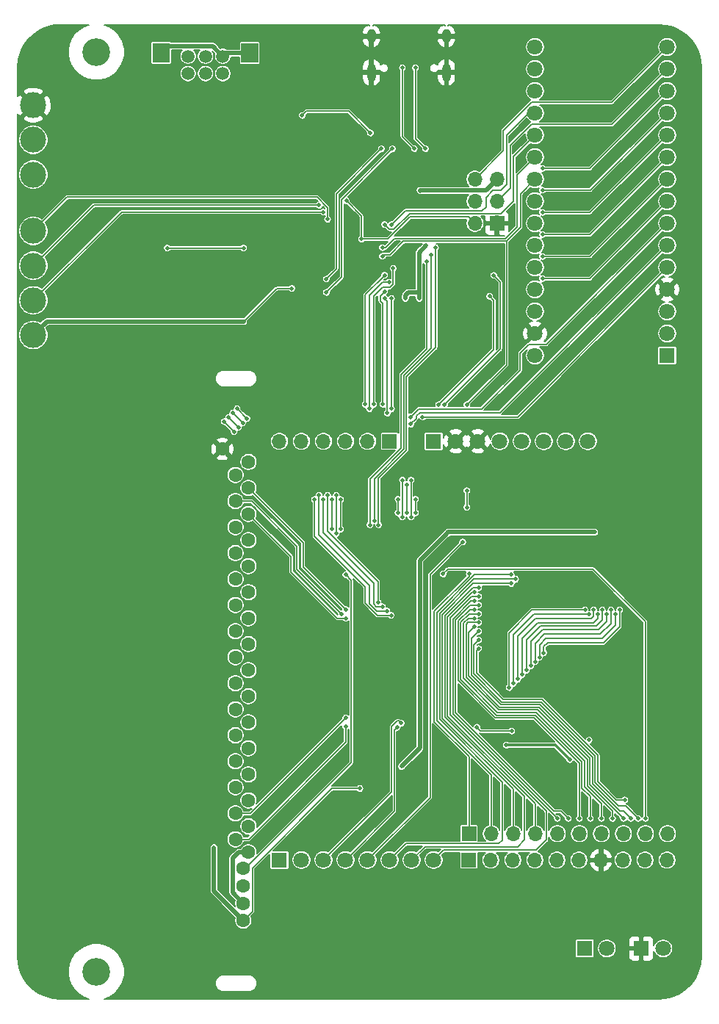
<source format=gbr>
%TF.GenerationSoftware,KiCad,Pcbnew,(5.1.10)-1*%
%TF.CreationDate,2022-01-12T10:37:10-08:00*%
%TF.ProjectId,gbaHD-AIO-Shield,67626148-442d-4414-994f-2d536869656c,rev?*%
%TF.SameCoordinates,Original*%
%TF.FileFunction,Copper,L2,Bot*%
%TF.FilePolarity,Positive*%
%FSLAX46Y46*%
G04 Gerber Fmt 4.6, Leading zero omitted, Abs format (unit mm)*
G04 Created by KiCad (PCBNEW (5.1.10)-1) date 2022-01-12 10:37:10*
%MOMM*%
%LPD*%
G01*
G04 APERTURE LIST*
%TA.AperFunction,ComponentPad*%
%ADD10C,3.000000*%
%TD*%
%TA.AperFunction,WasherPad*%
%ADD11C,3.200000*%
%TD*%
%TA.AperFunction,ComponentPad*%
%ADD12R,1.800000X1.800000*%
%TD*%
%TA.AperFunction,ComponentPad*%
%ADD13C,1.800000*%
%TD*%
%TA.AperFunction,ComponentPad*%
%ADD14O,1.700000X1.700000*%
%TD*%
%TA.AperFunction,ComponentPad*%
%ADD15R,1.700000X1.700000*%
%TD*%
%TA.AperFunction,ComponentPad*%
%ADD16C,1.600000*%
%TD*%
%TA.AperFunction,ComponentPad*%
%ADD17C,0.100000*%
%TD*%
%TA.AperFunction,ComponentPad*%
%ADD18C,1.500000*%
%TD*%
%TA.AperFunction,ComponentPad*%
%ADD19O,1.000000X1.600000*%
%TD*%
%TA.AperFunction,ComponentPad*%
%ADD20O,1.000000X2.100000*%
%TD*%
%TA.AperFunction,ViaPad*%
%ADD21C,0.508000*%
%TD*%
%TA.AperFunction,Conductor*%
%ADD22C,0.152400*%
%TD*%
%TA.AperFunction,Conductor*%
%ADD23C,0.508000*%
%TD*%
%TA.AperFunction,Conductor*%
%ADD24C,0.300000*%
%TD*%
%TA.AperFunction,Conductor*%
%ADD25C,0.127000*%
%TD*%
%TA.AperFunction,Conductor*%
%ADD26C,0.100000*%
%TD*%
G04 APERTURE END LIST*
D10*
%TO.P,P3,7*%
%TO.N,GND*%
X-15550000Y-94423810D03*
%TO.P,P3,6*%
%TO.N,Net-(P3-Pad6)*%
X-15550000Y-98423810D03*
%TO.P,P3,5*%
%TO.N,Net-(P3-Pad5)*%
X-15550000Y-102423810D03*
%TO.P,P3,4*%
%TO.N,A2_SNES_DATA*%
X-15550000Y-108923810D03*
%TO.P,P3,3*%
%TO.N,A0_SNES_LATCH*%
X-15550000Y-112923810D03*
%TO.P,P3,2*%
%TO.N,A1_SNES_CLK*%
X-15550000Y-116923810D03*
%TO.P,P3,1*%
%TO.N,+5VA*%
X-15550000Y-120923810D03*
%TD*%
D11*
%TO.P,REF\u002A\u002A,*%
%TO.N,*%
X-8275000Y-88298810D03*
%TD*%
%TO.P,REF\u002A\u002A,*%
%TO.N,*%
X-8275000Y-194298810D03*
%TD*%
D12*
%TO.P,A1,1*%
%TO.N,Net-(A1-Pad1)*%
X57521000Y-123283810D03*
D13*
%TO.P,A1,17*%
%TO.N,Net-(A1-Pad17)*%
X42281000Y-90263810D03*
%TO.P,A1,2*%
%TO.N,Net-(A1-Pad2)*%
X57521000Y-120743810D03*
%TO.P,A1,18*%
%TO.N,Net-(A1-Pad18)*%
X42281000Y-92803810D03*
%TO.P,A1,3*%
%TO.N,Net-(A1-Pad3)*%
X57521000Y-118203810D03*
%TO.P,A1,19*%
%TO.N,A0_SNES_LATCH*%
X42281000Y-95343810D03*
%TO.P,A1,4*%
%TO.N,GND*%
X57521000Y-115663810D03*
%TO.P,A1,20*%
%TO.N,A1_SNES_CLK*%
X42281000Y-97883810D03*
%TO.P,A1,5*%
%TO.N,D2_TP6*%
X57521000Y-113123810D03*
%TO.P,A1,21*%
%TO.N,A2_SNES_DATA*%
X42281000Y-100423810D03*
%TO.P,A1,6*%
%TO.N,D3_TP7*%
X57521000Y-110583810D03*
%TO.P,A1,22*%
%TO.N,A3_ARD4*%
X42281000Y-102963810D03*
%TO.P,A1,7*%
%TO.N,D4_TP5*%
X57521000Y-108043810D03*
%TO.P,A1,23*%
%TO.N,Net-(A1-Pad23)*%
X42281000Y-105503810D03*
%TO.P,A1,8*%
%TO.N,D5_TP4*%
X57521000Y-105503810D03*
%TO.P,A1,24*%
%TO.N,Net-(A1-Pad24)*%
X42281000Y-108043810D03*
%TO.P,A1,9*%
%TO.N,D6_TP0*%
X57521000Y-102963810D03*
%TO.P,A1,25*%
%TO.N,Net-(A1-Pad25)*%
X42281000Y-110583810D03*
%TO.P,A1,10*%
%TO.N,D7_TP1*%
X57521000Y-100423810D03*
%TO.P,A1,26*%
%TO.N,Net-(A1-Pad26)*%
X42281000Y-113123810D03*
%TO.P,A1,11*%
%TO.N,D8_TP9*%
X57521000Y-97883810D03*
%TO.P,A1,27*%
%TO.N,+5VA*%
X42281000Y-115663810D03*
%TO.P,A1,12*%
%TO.N,D9_TP8*%
X57521000Y-95343810D03*
%TO.P,A1,28*%
%TO.N,Net-(A1-Pad28)*%
X42281000Y-118203810D03*
%TO.P,A1,13*%
%TO.N,D10_TP3*%
X57521000Y-92803810D03*
%TO.P,A1,29*%
%TO.N,GND*%
X42281000Y-120743810D03*
%TO.P,A1,14*%
%TO.N,D11_MOSI*%
X57521000Y-90263810D03*
%TO.P,A1,30*%
%TO.N,Net-(A1-Pad30)*%
X42281000Y-123283810D03*
%TO.P,A1,15*%
%TO.N,D12_GBA_~RESET*%
X57521000Y-87723810D03*
%TO.P,A1,16*%
%TO.N,Net-(A1-Pad16)*%
X42281000Y-87723810D03*
%TD*%
D14*
%TO.P,J2,6*%
%TO.N,D12_GBA_~RESET*%
X35360000Y-102958810D03*
%TO.P,J2,5*%
%TO.N,+5VA*%
X37900000Y-102958810D03*
%TO.P,J2,4*%
%TO.N,D13_SCK*%
X35360000Y-105498810D03*
%TO.P,J2,3*%
%TO.N,D11_MOSI*%
X37900000Y-105498810D03*
%TO.P,J2,2*%
%TO.N,uC_~RESET*%
X35360000Y-108038810D03*
D15*
%TO.P,J2,1*%
%TO.N,GND*%
X37900000Y-108043810D03*
%TD*%
D13*
%TO.P,S1,23*%
%TO.N,+5V_IN*%
X38225000Y-133163810D03*
%TO.P,S1,19*%
%TO.N,Net-(S1-Pad19)*%
X48385000Y-133163810D03*
%TO.P,S1,22*%
%TO.N,+3V3_IN*%
X40765000Y-133163810D03*
D12*
%TO.P,S1,26*%
%TO.N,Net-(S1-Pad26)*%
X30605000Y-133163810D03*
D13*
%TO.P,S1,25*%
%TO.N,GND*%
X33145000Y-133163810D03*
%TO.P,S1,21*%
%TO.N,Net-(S1-Pad21)*%
X43305000Y-133163810D03*
%TO.P,S1,24*%
%TO.N,GND*%
X35685000Y-133163810D03*
%TO.P,S1,20*%
%TO.N,Net-(S1-Pad20)*%
X45845000Y-133163810D03*
D14*
%TO.P,S1,28*%
%TO.N,Net-(S1-Pad28)*%
X22985000Y-133163810D03*
%TO.P,S1,30*%
%TO.N,Net-(S1-Pad30)*%
X17905000Y-133163810D03*
%TO.P,S1,32*%
%TO.N,Net-(S1-Pad32)*%
X12825000Y-133163810D03*
D15*
%TO.P,S1,27*%
%TO.N,Net-(S1-Pad27)*%
X25525000Y-133163810D03*
D14*
%TO.P,S1,31*%
%TO.N,Net-(S1-Pad31)*%
X15365000Y-133163810D03*
%TO.P,S1,29*%
%TO.N,Net-(S1-Pad29)*%
X20445000Y-133163810D03*
%TO.P,S1,16*%
%TO.N,Net-(S1-Pad16)*%
X52441000Y-181423810D03*
D15*
%TO.P,S1,9*%
%TO.N,LDG3_ARD8*%
X34661000Y-181423810D03*
D14*
%TO.P,S1,13*%
%TO.N,Net-(S1-Pad13)*%
X44821000Y-181423810D03*
%TO.P,S1,15*%
%TO.N,GND*%
X49901000Y-181423810D03*
%TO.P,S1,14*%
%TO.N,LDR5_ARD13*%
X47361000Y-181423810D03*
%TO.P,S1,12*%
%TO.N,LDR4_ARD11*%
X42281000Y-181423810D03*
%TO.P,S1,11*%
%TO.N,LDR2_ARD10*%
X39741000Y-181423810D03*
%TO.P,S1,10*%
%TO.N,LDG5_ARD9*%
X37201000Y-181423810D03*
%TO.P,S1,18*%
%TO.N,Net-(S1-Pad18)*%
X57521000Y-181423810D03*
%TO.P,S1,17*%
%TO.N,Net-(S1-Pad17)*%
X54981000Y-181423810D03*
D13*
%TO.P,S1,5*%
%TO.N,A3_ARD4*%
X22985000Y-181423810D03*
%TO.P,S1,8*%
%TO.N,LDG1_ARD7*%
X30605000Y-181423810D03*
%TO.P,S1,3*%
%TO.N,SO1_ARD2*%
X17905000Y-181423810D03*
%TO.P,S1,6*%
%TO.N,LDB2_ARD5*%
X25525000Y-181423810D03*
D12*
%TO.P,S1,1*%
%TO.N,Net-(S1-Pad1)*%
X12825000Y-181423810D03*
D13*
%TO.P,S1,7*%
%TO.N,LDB4_ARD6*%
X28065000Y-181423810D03*
%TO.P,S1,4*%
%TO.N,SO2_ARD3*%
X20445000Y-181423810D03*
%TO.P,S1,2*%
%TO.N,Net-(S1-Pad2)*%
X15365000Y-181423810D03*
D14*
%TO.P,S1,IO8*%
%TO.N,CK1_IO8*%
X55021000Y-178383810D03*
%TO.P,S1,IO2*%
%TO.N,LDB3_IO2*%
X39781000Y-178383810D03*
%TO.P,S1,IO6*%
%TO.N,LDR1_IO6*%
X49941000Y-178383810D03*
%TO.P,S1,IO9*%
%TO.N,DCK_IO9*%
X57561000Y-178383810D03*
%TO.P,S1,IO1*%
%TO.N,LDB1_IO1*%
X37241000Y-178383810D03*
%TO.P,S1,IO3*%
%TO.N,LDB5_IO3*%
X42321000Y-178383810D03*
%TO.P,S1,IO5*%
%TO.N,LDG4_IO5*%
X47401000Y-178383810D03*
%TO.P,S1,IO4*%
%TO.N,LDG2_IO4*%
X44861000Y-178383810D03*
D15*
%TO.P,S1,IO0*%
%TO.N,SPS_IO0*%
X34701000Y-178383810D03*
D14*
%TO.P,S1,IO7*%
%TO.N,LDR3_IO7*%
X52481000Y-178383810D03*
%TD*%
D13*
%TO.P,TP1,2*%
%TO.N,SEA_5V*%
X50571000Y-191623810D03*
D12*
%TO.P,TP1,1*%
%TO.N,SEA_USB_IN*%
X48031000Y-191623810D03*
%TD*%
D13*
%TO.P,SW2,2*%
%TO.N,Net-(R21-Pad2)*%
X57071000Y-191623810D03*
D12*
%TO.P,SW2,1*%
%TO.N,GND*%
X54531000Y-191623810D03*
%TD*%
D16*
%TO.P,P2,32*%
%TO.N,GND*%
X6250000Y-134048810D03*
%TO.P,P2,31*%
%TO.N,CART_~REQ*%
X9250000Y-135548810D03*
%TO.P,P2,30*%
%TO.N,Net-(P2-Pad30)*%
X7750000Y-137048810D03*
%TO.P,P2,29*%
%TO.N,CART_D7*%
X9250000Y-138548810D03*
%TO.P,P2,28*%
%TO.N,CART_D6*%
X7750000Y-140048810D03*
%TO.P,P2,27*%
%TO.N,CART_D5*%
X9250000Y-141548810D03*
%TO.P,P2,26*%
%TO.N,CART_D4*%
X7750000Y-143048810D03*
%TO.P,P2,25*%
%TO.N,CART_D3*%
X9250000Y-144548810D03*
%TO.P,P2,24*%
%TO.N,CART_D2*%
X7750000Y-146048810D03*
%TO.P,P2,23*%
%TO.N,CART_D1*%
X9250000Y-147548810D03*
%TO.P,P2,22*%
%TO.N,CART_D0*%
X7750000Y-149048810D03*
%TO.P,P2,21*%
%TO.N,CART_A15*%
X9250000Y-150548810D03*
%TO.P,P2,20*%
%TO.N,CART_A14*%
X7750000Y-152048810D03*
%TO.P,P2,19*%
%TO.N,CART_A13*%
X9250000Y-153548810D03*
%TO.P,P2,18*%
%TO.N,CART_A12*%
X7750000Y-155048810D03*
%TO.P,P2,17*%
%TO.N,CART_A11*%
X9250000Y-156548810D03*
%TO.P,P2,16*%
%TO.N,CART_A10*%
X7750000Y-158048810D03*
%TO.P,P2,15*%
%TO.N,CART_A9*%
X9250000Y-159548810D03*
%TO.P,P2,14*%
%TO.N,CART_A8*%
X7750000Y-161048810D03*
%TO.P,P2,13*%
%TO.N,CART_A7*%
X9250000Y-162548810D03*
%TO.P,P2,12*%
%TO.N,CART_A6*%
X7750000Y-164048810D03*
%TO.P,P2,11*%
%TO.N,CART_A5*%
X9250000Y-165548810D03*
%TO.P,P2,10*%
%TO.N,CART_A4*%
X7750000Y-167048810D03*
%TO.P,P2,9*%
%TO.N,CART_A3*%
X9250000Y-168548810D03*
%TO.P,P2,8*%
%TO.N,CART_A2*%
X7750000Y-170048810D03*
%TO.P,P2,7*%
%TO.N,CART_A1*%
X9250000Y-171548810D03*
%TO.P,P2,6*%
%TO.N,CART_A0*%
X7750000Y-173048810D03*
%TO.P,P2,5*%
%TO.N,Net-(P2-Pad5)*%
X9250000Y-174548810D03*
%TO.P,P2,4*%
%TO.N,CART_~RD*%
X7750000Y-176048810D03*
%TO.P,P2,3*%
%TO.N,Net-(P2-Pad3)*%
X9250000Y-177548810D03*
%TO.P,P2,2*%
%TO.N,CART_PHI*%
X7750000Y-179048810D03*
%TO.P,P2,1*%
%TO.N,VDD35*%
X9250000Y-180548810D03*
%TO.P,P2,C2*%
%TO.N,CART_IN35*%
X8650000Y-182398810D03*
%TO.P,P2,S2*%
%TO.N,+5V*%
X8650000Y-184398810D03*
%TO.P,P2,C1*%
%TO.N,VDD35*%
X8650000Y-186398810D03*
%TO.P,P2,S1*%
%TO.N,+3V3*%
X8650000Y-188398810D03*
%TD*%
%TA.AperFunction,ComponentPad*%
D17*
%TO.P,P1,MP*%
%TO.N,Net-(EM2-Pad4)*%
G36*
X10400000Y-89528810D02*
G01*
X8400000Y-89528810D01*
X8400000Y-87278810D01*
X10400000Y-87278810D01*
X10400000Y-89528810D01*
G37*
%TD.AperFunction*%
%TA.AperFunction,ComponentPad*%
G36*
X200000Y-89528810D02*
G01*
X-1800000Y-89528810D01*
X-1800000Y-87278810D01*
X200000Y-87278810D01*
X200000Y-89528810D01*
G37*
%TD.AperFunction*%
D18*
%TO.P,P1,6*%
X6300000Y-88778810D03*
%TO.P,P1,5*%
%TO.N,Net-(EM2-Pad5)*%
X6300000Y-90778810D03*
%TO.P,P1,4*%
%TO.N,Net-(EM2-Pad6)*%
X4300000Y-88778810D03*
%TO.P,P1,3*%
%TO.N,Net-(EM1-Pad4)*%
X4300000Y-90778810D03*
%TO.P,P1,2*%
%TO.N,Net-(EM1-Pad5)*%
X2300000Y-88778810D03*
%TO.P,P1,1*%
%TO.N,Net-(EM1-Pad6)*%
X2300000Y-90778810D03*
%TD*%
D19*
%TO.P,J1,S1*%
%TO.N,GND*%
X23430000Y-86473810D03*
X32070000Y-86473810D03*
D20*
X23430000Y-90653810D03*
X32070000Y-90653810D03*
%TD*%
D21*
%TO.N,D11_MOSI*%
X23750000Y-142298810D03*
X30325000Y-111638810D03*
%TO.N,GND*%
X40300000Y-94848810D03*
X7000000Y-120048810D03*
X8700000Y-107248810D03*
X8700000Y-104523810D03*
X20500000Y-108198810D03*
X43100000Y-177373810D03*
X41550000Y-177373810D03*
X40550000Y-177373810D03*
X39000000Y-177373810D03*
X38000000Y-177373810D03*
X36450000Y-177398810D03*
X23600000Y-173173810D03*
X16975000Y-95623810D03*
X24750000Y-139848810D03*
X22750000Y-139848810D03*
X27950000Y-126948810D03*
X37050000Y-117348810D03*
X39525000Y-117348810D03*
X8700000Y-99823810D03*
X36825000Y-110598810D03*
X2450000Y-103248810D03*
X825000Y-103248810D03*
X4300000Y-103248810D03*
X6150000Y-103248810D03*
X31550000Y-103538810D03*
X26925000Y-104273810D03*
X33525000Y-110588810D03*
X33525000Y-109288810D03*
X27350000Y-110588810D03*
X26550000Y-116688810D03*
X26900000Y-173323810D03*
X20375000Y-141573810D03*
X16375000Y-141573810D03*
X23300000Y-99438810D03*
X30700000Y-148898810D03*
X29700000Y-161698810D03*
X28350000Y-161698810D03*
X33600000Y-161698810D03*
X43050000Y-142923810D03*
X29700000Y-148448810D03*
X40650000Y-148548810D03*
X22075000Y-169323810D03*
X47400000Y-140423810D03*
X32450000Y-144773810D03*
X13125000Y-185398810D03*
X21950000Y-143598810D03*
X32025000Y-142148810D03*
X40650000Y-146298810D03*
X38975000Y-169348810D03*
X46875000Y-173298810D03*
X50075000Y-170123810D03*
X40900000Y-152898810D03*
X43800000Y-157048810D03*
X23000000Y-170648810D03*
X47600000Y-166673810D03*
X44925000Y-169348810D03*
X53700000Y-140423810D03*
X28350000Y-148448810D03*
X25249994Y-173323810D03*
X36100000Y-121388810D03*
X28150000Y-116688810D03*
X31550000Y-107823810D03*
X24225000Y-126948810D03*
X26300000Y-126948810D03*
X22200000Y-126948810D03*
X44100000Y-177373810D03*
X33025000Y-177398810D03*
X40300000Y-97323810D03*
X40300000Y-101173810D03*
X40300000Y-98948810D03*
X7000000Y-118698810D03*
X43050000Y-145598810D03*
X52550000Y-145598810D03*
X18912500Y-108198810D03*
%TO.N,D10_TP3*%
X29825000Y-112448810D03*
X23250000Y-142798810D03*
X43150000Y-101698810D03*
%TO.N,D9_TP8*%
X25950000Y-113223810D03*
X19875000Y-143298810D03*
X19875000Y-139873810D03*
X23700000Y-128898810D03*
X43150000Y-104223810D03*
%TO.N,+5VA*%
X15450000Y-95598810D03*
X28950000Y-116688810D03*
X27350000Y-116688810D03*
X29750000Y-110588810D03*
X29035000Y-104273810D03*
X23297500Y-97626310D03*
X14250000Y-115548810D03*
X8700000Y-119373810D03*
%TO.N,D8_TP9*%
X28500000Y-139848810D03*
X28500000Y-141398810D03*
X37537500Y-114036310D03*
X31875000Y-128948810D03*
X43150000Y-106773810D03*
%TO.N,D7_TP1*%
X22700000Y-128898810D03*
X24950000Y-114023810D03*
X18875000Y-143298810D03*
X18875000Y-139873810D03*
X43150000Y-109323810D03*
%TO.N,D6_TP0*%
X23200000Y-129398810D03*
X25450000Y-114823810D03*
X19375000Y-143798810D03*
X19375000Y-139373810D03*
X43150000Y-111848810D03*
%TO.N,D5_TP4*%
X26500000Y-141398810D03*
X26500000Y-139848810D03*
X37050000Y-116448810D03*
X31175000Y-128948810D03*
X43150000Y-114398810D03*
%TO.N,D4_TP5*%
X25750000Y-129398810D03*
X25750000Y-116698810D03*
X27500000Y-141398810D03*
X27500000Y-138148810D03*
X27950000Y-130348810D03*
%TO.N,A3_ARD4*%
X33950002Y-144773810D03*
X34425000Y-128948810D03*
X34425000Y-140773810D03*
X34425000Y-138848810D03*
X24700000Y-111838810D03*
%TO.N,D3_TP7*%
X25250000Y-129898810D03*
X24950000Y-116698810D03*
X27000000Y-141898810D03*
X27000000Y-137648810D03*
X27962500Y-131186310D03*
%TO.N,A2_SNES_DATA*%
X24700000Y-110838810D03*
X18375000Y-107548810D03*
%TO.N,D2_TP6*%
X24750000Y-128898810D03*
X24950000Y-115898810D03*
X28000000Y-141898810D03*
X28000000Y-137648810D03*
X29325000Y-130348810D03*
%TO.N,A1_SNES_CLK*%
X24950000Y-108188810D03*
X17875000Y-106748810D03*
%TO.N,A0_SNES_LATCH*%
X25750000Y-108188810D03*
X17375000Y-105948810D03*
%TO.N,VDD35*%
X8700000Y-110898810D03*
X-100000Y-110898810D03*
%TO.N,+2V5*%
X26900000Y-170648810D03*
X32025000Y-143898810D03*
X48525000Y-167598810D03*
X46275000Y-169848810D03*
X38975000Y-168173810D03*
X49187500Y-143636310D03*
%TO.N,+3V3*%
X22100000Y-173173810D03*
X5275000Y-179973810D03*
%TO.N,USB_D-*%
X29650000Y-99438810D03*
X28500000Y-90123812D03*
%TO.N,USB_D+*%
X28375000Y-99438810D03*
X27000000Y-90123810D03*
%TO.N,uC_~RESET*%
X22275000Y-109848810D03*
X20536257Y-105435067D03*
%TO.N,D12_GBA_~RESET*%
X30825000Y-110848810D03*
X24250000Y-142798810D03*
%TO.N,CART_D7*%
X20475000Y-152548810D03*
%TO.N,CART_D6*%
X19975000Y-153048810D03*
%TO.N,CART_D5*%
X20475000Y-153548810D03*
%TO.N,CART_~RD*%
X20475000Y-165048810D03*
%TO.N,CART_PHI*%
X20475000Y-166048810D03*
%TO.N,CART_IN35*%
X20475000Y-148548810D03*
%TO.N,LINK_SC*%
X7950000Y-129398810D03*
X9100000Y-130548810D03*
X24200000Y-151723810D03*
X18375000Y-139373810D03*
%TO.N,LINK_SO*%
X16875000Y-139873810D03*
X25700000Y-153223810D03*
X7600000Y-132048810D03*
X6450000Y-130898810D03*
%TO.N,LINK_SI*%
X8100000Y-131541703D03*
X25200000Y-152723810D03*
X17375000Y-139373810D03*
X6950000Y-130398808D03*
%TO.N,LINK_SD*%
X8600000Y-131048810D03*
X24700000Y-152223810D03*
X17875000Y-139873810D03*
X7450000Y-129898810D03*
%TO.N,Net-(R7-Pad2)*%
X35800000Y-157048810D03*
X52650000Y-174498810D03*
%TO.N,uC_Rx*%
X24575000Y-99438810D03*
X18225000Y-114461310D03*
%TO.N,uC_Tx*%
X25850000Y-99438810D03*
X18225000Y-115998810D03*
%TO.N,LDG3_ARD8*%
X35800000Y-152048810D03*
X46125000Y-176623810D03*
%TO.N,LDR5_ARD13*%
X54175000Y-176623810D03*
X35800000Y-156048810D03*
%TO.N,LDR4_ARD11*%
X53325000Y-176623810D03*
X35800000Y-155048810D03*
%TO.N,LDR2_ARD10*%
X35800000Y-154048810D03*
X51225000Y-176623810D03*
%TO.N,LDG5_ARD9*%
X35800000Y-153048810D03*
X48675000Y-176623810D03*
%TO.N,LDG1_ARD7*%
X35800000Y-151048810D03*
%TO.N,SO1_ARD2*%
X26875000Y-165648810D03*
%TO.N,LDB2_ARD5*%
X40050000Y-149048810D03*
%TO.N,LDB4_ARD6*%
X35800000Y-150048810D03*
%TO.N,SO2_ARD3*%
X26375000Y-166123810D03*
%TO.N,CK1_IO8*%
X55021000Y-176623810D03*
X31700000Y-148448810D03*
%TO.N,LDB3_IO2*%
X39550000Y-149548810D03*
%TO.N,LDR1_IO6*%
X35300000Y-153548810D03*
X49941000Y-176623810D03*
%TO.N,LDB1_IO1*%
X39550000Y-148548810D03*
%TO.N,LDB5_IO3*%
X35300000Y-150548810D03*
%TO.N,LDG4_IO5*%
X35300000Y-152548810D03*
X47401000Y-176623810D03*
%TO.N,LDG2_IO4*%
X35300000Y-151548810D03*
X44861000Y-176623810D03*
%TO.N,SPS_IO0*%
X34700000Y-148448810D03*
%TO.N,LDR3_IO7*%
X35300000Y-154548810D03*
X52481000Y-176623810D03*
%TO.N,Net-(U1-Pad83)*%
X43300000Y-157548810D03*
X52050000Y-152598810D03*
%TO.N,/MD0*%
X42800000Y-158048810D03*
X51550000Y-153098810D03*
%TO.N,/MD8*%
X42300000Y-158548810D03*
X51050000Y-152598810D03*
%TO.N,/MD1*%
X41800000Y-159048810D03*
X50550000Y-153098810D03*
%TO.N,/MD9*%
X41300000Y-159548810D03*
X50050000Y-152598810D03*
%TO.N,/MD2*%
X40800000Y-160048810D03*
X49550000Y-153098810D03*
%TO.N,/MD10*%
X49050000Y-152598810D03*
X40300000Y-160548810D03*
%TO.N,/MD3*%
X39800000Y-161048810D03*
X48550000Y-153098810D03*
%TO.N,/MD11*%
X39299986Y-161548810D03*
X48050000Y-152598810D03*
%TO.N,Net-(U1-Pad45)*%
X39600000Y-166548810D03*
X35600000Y-166123810D03*
%TD*%
D22*
%TO.N,D11_MOSI*%
X27154811Y-134062933D02*
X23750000Y-137467744D01*
X27154811Y-126600065D02*
X27154811Y-134062933D01*
X23750000Y-137467744D02*
X23750000Y-142298810D01*
X27154811Y-125600065D02*
X27154811Y-126598810D01*
X30325000Y-122429876D02*
X27154811Y-125600065D01*
X30325000Y-111638810D02*
X30325000Y-122429876D01*
X39425000Y-103973810D02*
X37900000Y-105498810D01*
X39425000Y-99069480D02*
X39425000Y-103973810D01*
X41870670Y-96623810D02*
X39425000Y-99069480D01*
X51161000Y-96623810D02*
X41870670Y-96623810D01*
X57521000Y-90263810D02*
X51161000Y-96623810D01*
%TO.N,D10_TP3*%
X26850000Y-133923810D02*
X23250000Y-137523810D01*
X26850000Y-126473810D02*
X26850000Y-133923810D01*
X23250000Y-142439600D02*
X23250000Y-142798810D01*
X23250000Y-137523810D02*
X23250000Y-142439600D01*
X26850000Y-125473810D02*
X26850000Y-126473810D01*
X29825000Y-122498810D02*
X26850000Y-125473810D01*
X29825000Y-112448810D02*
X29825000Y-122498810D01*
X48626000Y-101698810D02*
X57521000Y-92803810D01*
X43150000Y-101698810D02*
X48626000Y-101698810D01*
%TO.N,D9_TP8*%
X19875000Y-143298810D02*
X19875000Y-139873810D01*
X19875000Y-139873810D02*
X19875000Y-139873810D01*
X23700000Y-128898810D02*
X23700000Y-128898810D01*
X23700000Y-116434560D02*
X23700000Y-128898810D01*
X24718351Y-115416209D02*
X23700000Y-116434560D01*
X25571851Y-115416209D02*
X24718351Y-115416209D01*
X25950000Y-115038060D02*
X25571851Y-115416209D01*
X25950000Y-113223810D02*
X25950000Y-115038060D01*
X48641000Y-104223810D02*
X57521000Y-95343810D01*
X43150000Y-104223810D02*
X48641000Y-104223810D01*
D23*
%TO.N,+5VA*%
X37900000Y-102958810D02*
X36620000Y-104238810D01*
X36620000Y-104238810D02*
X29035000Y-104238810D01*
X29035000Y-104238810D02*
X29035000Y-104238810D01*
D22*
X20795000Y-95123810D02*
X23297500Y-97626310D01*
X15925000Y-95123810D02*
X20795000Y-95123810D01*
X15450000Y-95598810D02*
X15925000Y-95123810D01*
D23*
X27350000Y-116688810D02*
X27350000Y-116329600D01*
X27350000Y-116329600D02*
X27651191Y-116028409D01*
X27651191Y-116028409D02*
X28889599Y-116028409D01*
X29750000Y-110588810D02*
X28950000Y-111388810D01*
X28950000Y-111388810D02*
X28950000Y-116688810D01*
D22*
X12525000Y-115548810D02*
X8700000Y-119373810D01*
X14250000Y-115548810D02*
X12525000Y-115548810D01*
D23*
X-14000000Y-119373810D02*
X-15550000Y-120923810D01*
X8700000Y-119373810D02*
X-14000000Y-119373810D01*
D22*
%TO.N,D8_TP9*%
X28500000Y-141398810D02*
X28500000Y-139848810D01*
X31875000Y-128948806D02*
X31875000Y-128948810D01*
X38275000Y-122548810D02*
X31875000Y-128948810D01*
X38275000Y-114773810D02*
X38275000Y-122548810D01*
X37537500Y-114036310D02*
X38275000Y-114773810D01*
X48631000Y-106773810D02*
X57521000Y-97883810D01*
X43150000Y-106773810D02*
X48631000Y-106773810D01*
%TO.N,D7_TP1*%
X18875000Y-143298810D02*
X18875000Y-139873810D01*
X18875000Y-139873810D02*
X18875000Y-139873810D01*
X22700000Y-116273810D02*
X24950000Y-114023810D01*
X22700000Y-128898810D02*
X22700000Y-116273810D01*
X48621000Y-109323810D02*
X57521000Y-100423810D01*
X43150000Y-109323810D02*
X48621000Y-109323810D01*
%TO.N,D6_TP0*%
X19375000Y-143798810D02*
X19375000Y-139373810D01*
X19375000Y-139373810D02*
X19375000Y-139373810D01*
X23200000Y-116348810D02*
X23200000Y-129398810D01*
X24725000Y-114823810D02*
X23200000Y-116348810D01*
X25450000Y-114823810D02*
X24725000Y-114823810D01*
X48636000Y-111848810D02*
X57521000Y-102963810D01*
X43150000Y-111848810D02*
X48636000Y-111848810D01*
%TO.N,D5_TP4*%
X26500000Y-141398810D02*
X26500000Y-139848810D01*
X37537500Y-122586310D02*
X31175000Y-128948810D01*
X37537500Y-116936310D02*
X37537500Y-122586310D01*
X37050000Y-116448810D02*
X37537500Y-116936310D01*
X48626000Y-114398810D02*
X43150000Y-114398810D01*
X57521000Y-105503810D02*
X48626000Y-114398810D01*
%TO.N,D4_TP5*%
X27500000Y-141398810D02*
X27500000Y-138148810D01*
X25750000Y-116698810D02*
X25750000Y-129398810D01*
X28850000Y-129448810D02*
X27950000Y-130348810D01*
X36116000Y-129448810D02*
X28850000Y-129448810D01*
X40575000Y-124989810D02*
X36116000Y-129448810D01*
X40575000Y-122998810D02*
X40575000Y-124989810D01*
X41575000Y-121998810D02*
X40575000Y-122998810D01*
X43566000Y-121998810D02*
X41575000Y-121998810D01*
X57521000Y-108043810D02*
X43566000Y-121998810D01*
%TO.N,A3_ARD4*%
X22985000Y-181423810D02*
X30200000Y-174208810D01*
X30200000Y-148523812D02*
X33950002Y-144773810D01*
X30200000Y-174208810D02*
X30200000Y-148523812D01*
X34425000Y-138848810D02*
X34425000Y-140773810D01*
X25585000Y-111638810D02*
X24700000Y-111638810D01*
X27130189Y-110093621D02*
X25585000Y-111638810D01*
X39031189Y-110093621D02*
X27130189Y-110093621D01*
X39031189Y-124342621D02*
X39031189Y-110093621D01*
X34425000Y-128948810D02*
X39031189Y-124342621D01*
X40625000Y-108499810D02*
X39031189Y-110093621D01*
X40625000Y-104619810D02*
X40625000Y-108499810D01*
X42281000Y-102963810D02*
X40625000Y-104619810D01*
%TO.N,D3_TP7*%
X27000000Y-141898810D02*
X27000000Y-137648810D01*
X25250000Y-116998810D02*
X25250000Y-129898810D01*
X24950000Y-116698810D02*
X25250000Y-116998810D01*
X28625000Y-130523810D02*
X27962500Y-131186310D01*
X28625000Y-130223810D02*
X28625000Y-130523810D01*
X29000000Y-129848810D02*
X28625000Y-130223810D01*
X38256000Y-129848810D02*
X29000000Y-129848810D01*
X57521000Y-110583810D02*
X38256000Y-129848810D01*
%TO.N,A2_SNES_DATA*%
X-11650000Y-105023810D02*
X-15550000Y-108923810D01*
X17175000Y-105023810D02*
X-11650000Y-105023810D01*
X18375000Y-106223810D02*
X17175000Y-105023810D01*
X18375000Y-107548810D02*
X18375000Y-106223810D01*
X25059210Y-110838810D02*
X24700000Y-110838810D01*
X38885000Y-109788810D02*
X26109210Y-109788810D01*
X40225000Y-108448810D02*
X38885000Y-109788810D01*
X40225000Y-102479810D02*
X40225000Y-108448810D01*
X26109210Y-109788810D02*
X25059210Y-110838810D01*
X42281000Y-100423810D02*
X40225000Y-102479810D01*
%TO.N,D2_TP6*%
X28000000Y-141898810D02*
X28000000Y-137648810D01*
X24750000Y-117273810D02*
X24750000Y-128898810D01*
X24450000Y-116973810D02*
X24750000Y-117273810D01*
X24450000Y-116398810D02*
X24450000Y-116973810D01*
X24950000Y-115898810D02*
X24450000Y-116398810D01*
X57521000Y-113123810D02*
X40296000Y-130348810D01*
X32604810Y-130348810D02*
X29325000Y-130348810D01*
X40300000Y-130348810D02*
X32604810Y-130348810D01*
%TO.N,A1_SNES_CLK*%
X-5375000Y-106748810D02*
X-15550000Y-116923810D01*
X17875000Y-106748810D02*
X-5375000Y-106748810D01*
X25500000Y-108738810D02*
X24950000Y-108188810D01*
X27825000Y-106938810D02*
X26025000Y-108738810D01*
X38372500Y-106938810D02*
X27825000Y-106938810D01*
X39817399Y-105493911D02*
X38372500Y-106938810D01*
X39817399Y-100347411D02*
X39817399Y-105493911D01*
X26025000Y-108738810D02*
X25500000Y-108738810D01*
X42281000Y-97883810D02*
X39817399Y-100347411D01*
%TO.N,A0_SNES_LATCH*%
X-8575000Y-105948810D02*
X-15550000Y-112923810D01*
X17375000Y-105948810D02*
X-8575000Y-105948810D01*
X39025000Y-97884560D02*
X41565750Y-95343810D01*
X39025000Y-103573810D02*
X39025000Y-97884560D01*
X38375000Y-104223810D02*
X39025000Y-103573810D01*
X37450000Y-104223810D02*
X38375000Y-104223810D01*
X36625000Y-106138810D02*
X36625000Y-105048810D01*
X36175000Y-106588810D02*
X36625000Y-106138810D01*
X27350000Y-106588810D02*
X36175000Y-106588810D01*
X41565750Y-95343810D02*
X42281000Y-95343810D01*
X36625000Y-105048810D02*
X37450000Y-104223810D01*
X25750000Y-108188810D02*
X27350000Y-106588810D01*
D23*
%TO.N,VDD35*%
X8118630Y-180548810D02*
X9250000Y-180548810D01*
X7443599Y-181223841D02*
X8118630Y-180548810D01*
X7443599Y-185192409D02*
X7443599Y-181223841D01*
X8650000Y-186398810D02*
X7443599Y-185192409D01*
D22*
X8700000Y-110898810D02*
X-100000Y-110898810D01*
D24*
%TO.N,+2V5*%
X44600000Y-168173810D02*
X46275000Y-169848810D01*
X38975000Y-168173810D02*
X44600000Y-168173810D01*
D23*
X49187500Y-143636310D02*
X32287500Y-143636310D01*
X32287500Y-143636310D02*
X32025000Y-143898810D01*
X29025000Y-146898810D02*
X32025000Y-143898810D01*
X29025000Y-168523810D02*
X29025000Y-146898810D01*
X26900000Y-170648810D02*
X29025000Y-168523810D01*
%TO.N,+3V3*%
X5275000Y-185023810D02*
X5275000Y-179973810D01*
X8650000Y-188398810D02*
X5275000Y-185023810D01*
D22*
X9700000Y-182337328D02*
X18863518Y-173173810D01*
X9700000Y-187348810D02*
X9700000Y-182337328D01*
X18863518Y-173173810D02*
X21850000Y-173173810D01*
X8650000Y-188398810D02*
X9700000Y-187348810D01*
%TO.N,USB_D-*%
X28500000Y-98288810D02*
X28500000Y-90123812D01*
X29650000Y-99438810D02*
X28500000Y-98288810D01*
%TO.N,USB_D+*%
X27000000Y-98063810D02*
X28375000Y-99438810D01*
X27000000Y-90123810D02*
X27000000Y-98063810D01*
%TO.N,uC_~RESET*%
X34620000Y-107298810D02*
X35360000Y-108038810D01*
X27896066Y-107298810D02*
X34620000Y-107298810D01*
X25346066Y-109848810D02*
X27896066Y-107298810D01*
X22275000Y-109848810D02*
X25346066Y-109848810D01*
X22275000Y-109848810D02*
X22275000Y-107173810D01*
X22275000Y-107173810D02*
X20536257Y-105435067D01*
%TO.N,D12_GBA_~RESET*%
X27459622Y-126726320D02*
X27459622Y-134189189D01*
X27459622Y-134189189D02*
X24250000Y-137398810D01*
X24250000Y-137398810D02*
X24250000Y-142798810D01*
X27459622Y-125726320D02*
X27459622Y-126723810D01*
X30825000Y-122360942D02*
X27459622Y-125726320D01*
X30825000Y-110848810D02*
X30825000Y-122360942D01*
X57521000Y-87723810D02*
X57521000Y-87727810D01*
X51171000Y-94073810D02*
X57521000Y-87723810D01*
X41880670Y-94073810D02*
X51171000Y-94073810D01*
X38625000Y-97329480D02*
X41880670Y-94073810D01*
X38625000Y-99693810D02*
X38625000Y-97329480D01*
X35360000Y-102958810D02*
X38625000Y-99693810D01*
%TO.N,CART_D7*%
X15550000Y-144848810D02*
X9250000Y-138548810D01*
X15550000Y-147623810D02*
X15550000Y-144848810D01*
X20475000Y-152548810D02*
X15550000Y-147623810D01*
%TO.N,CART_D6*%
X9625000Y-140048810D02*
X7750000Y-140048810D01*
X14850000Y-145273810D02*
X9625000Y-140048810D01*
X14850000Y-147923810D02*
X14850000Y-145273810D01*
X19975000Y-153048810D02*
X14850000Y-147923810D01*
%TO.N,CART_D5*%
X19500000Y-153548810D02*
X20475000Y-153548810D01*
X14175000Y-148223810D02*
X19500000Y-153548810D01*
X14175000Y-146473810D02*
X14175000Y-148223810D01*
X9250000Y-141548810D02*
X14175000Y-146473810D01*
%TO.N,CART_~RD*%
X9475000Y-176048810D02*
X7750000Y-176048810D01*
X20475000Y-165048810D02*
X9475000Y-176048810D01*
%TO.N,CART_PHI*%
X20475000Y-167846140D02*
X9272330Y-179048810D01*
X9272330Y-179048810D02*
X7750000Y-179048810D01*
X20475000Y-166048810D02*
X20475000Y-167846140D01*
%TO.N,CART_IN35*%
X21100000Y-149173810D02*
X20475000Y-148548810D01*
X8922330Y-182398810D02*
X21100000Y-170221140D01*
X21100000Y-170221140D02*
X21100000Y-149173810D01*
X8650000Y-182398810D02*
X8922330Y-182398810D01*
%TO.N,LINK_SC*%
X9100000Y-130548810D02*
X7950000Y-129398810D01*
X18375000Y-143513060D02*
X18375000Y-139373810D01*
X24200000Y-149338060D02*
X18375000Y-143513060D01*
X24200000Y-151723810D02*
X24200000Y-149338060D01*
%TO.N,LINK_SO*%
X16875000Y-144123810D02*
X16875000Y-139873810D01*
X22700000Y-149948810D02*
X16875000Y-144123810D01*
X22700000Y-151800192D02*
X22700000Y-149948810D01*
X24123618Y-153223810D02*
X22700000Y-151800192D01*
X25700000Y-153223810D02*
X24123618Y-153223810D01*
X7600000Y-132048810D02*
X6450000Y-130898810D01*
%TO.N,LINK_SI*%
X17375000Y-143923810D02*
X17375000Y-139373810D01*
X23200000Y-149748810D02*
X17375000Y-143923810D01*
X23200000Y-151869126D02*
X23200000Y-149748810D01*
X24054684Y-152723810D02*
X23200000Y-151869126D01*
X25200000Y-152723810D02*
X24054684Y-152723810D01*
X8100000Y-131541703D02*
X6957105Y-130398808D01*
%TO.N,LINK_SD*%
X8600000Y-131048810D02*
X7475000Y-129923810D01*
X17875000Y-143723810D02*
X17875000Y-139873810D01*
X23700000Y-149548810D02*
X17875000Y-143723810D01*
X23700000Y-151938060D02*
X23700000Y-149548810D01*
X23985750Y-152223810D02*
X23700000Y-151938060D01*
X24700000Y-152223810D02*
X23985750Y-152223810D01*
%TO.N,Net-(R7-Pad2)*%
X52650000Y-174498810D02*
X52650000Y-174498810D01*
X35575000Y-157273810D02*
X35800000Y-157048810D01*
X35575000Y-159873810D02*
X35575000Y-157273810D01*
X38600000Y-162898810D02*
X35575000Y-159873810D01*
X43100003Y-162898810D02*
X38600000Y-162898810D01*
X49534677Y-172383487D02*
X49534677Y-169333484D01*
X51650000Y-174498810D02*
X49534677Y-172383487D01*
X49534677Y-169333484D02*
X43100003Y-162898810D01*
X52650000Y-174498810D02*
X51650000Y-174498810D01*
%TO.N,uC_Rx*%
X19395101Y-113291209D02*
X18225000Y-114461310D01*
X19395101Y-104618709D02*
X19395101Y-113291209D01*
X24575000Y-99438810D02*
X19395101Y-104618709D01*
%TO.N,uC_Tx*%
X20000000Y-114223810D02*
X18225000Y-115998810D01*
X25850000Y-99438810D02*
X20000000Y-105288810D01*
X20000000Y-105288810D02*
X20000000Y-114223810D01*
%TO.N,LDG3_ARD8*%
X34661000Y-181423810D02*
X34675000Y-181423810D01*
X34825732Y-152048810D02*
X35800000Y-152048810D01*
X33116323Y-164448067D02*
X33116323Y-153758219D01*
X46125000Y-176648810D02*
X45275000Y-175798810D01*
X45275000Y-175798810D02*
X44467066Y-175798810D01*
X44467066Y-175798810D02*
X33116323Y-164448067D01*
X33116323Y-153758219D02*
X34825732Y-152048810D01*
%TO.N,LDR5_ARD13*%
X47361000Y-181423810D02*
X47456066Y-181423810D01*
X35250004Y-156598806D02*
X35800000Y-156048810D01*
X35250004Y-159979881D02*
X35250004Y-156598806D01*
X49229868Y-169459742D02*
X42973747Y-163203621D01*
X38473744Y-163203621D02*
X35250004Y-159979881D01*
X49229868Y-172509744D02*
X49229868Y-169459742D01*
X51918934Y-175198810D02*
X49229868Y-172509744D01*
X42973747Y-163203621D02*
X38473744Y-163203621D01*
X52750000Y-175198810D02*
X51918934Y-175198810D01*
X54175000Y-176623810D02*
X52750000Y-175198810D01*
%TO.N,LDR4_ARD11*%
X52510000Y-175808810D02*
X53325000Y-176623810D01*
X52097867Y-175808810D02*
X52510000Y-175808810D01*
X48925057Y-172636000D02*
X52097867Y-175808810D01*
X42847491Y-163508432D02*
X48925057Y-169585998D01*
X38347488Y-163508432D02*
X42847491Y-163508432D01*
X34945193Y-160106137D02*
X38347488Y-163508432D01*
X34945193Y-155903617D02*
X34945193Y-160106137D01*
X48925057Y-169585998D02*
X48925057Y-172636000D01*
X35800000Y-155048810D02*
X34945193Y-155903617D01*
%TO.N,LDR2_ARD10*%
X42569246Y-164118054D02*
X48315435Y-169864243D01*
X48315435Y-172888512D02*
X51225000Y-175798077D01*
X51225000Y-175798077D02*
X51225000Y-176623810D01*
X48315435Y-169864243D02*
X48315435Y-172888512D01*
X34550000Y-154048810D02*
X34335571Y-154263239D01*
X38094976Y-164118054D02*
X42569246Y-164118054D01*
X34335571Y-160358649D02*
X38094976Y-164118054D01*
X34335571Y-154263239D02*
X34335571Y-160358649D01*
X35800000Y-154048810D02*
X34550000Y-154048810D01*
%TO.N,LDG5_ARD9*%
X48675000Y-174110210D02*
X48675000Y-176623810D01*
X47705813Y-173141024D02*
X48675000Y-174110210D01*
X47705813Y-173124623D02*
X47705813Y-173141024D01*
X47705811Y-173124621D02*
X47705813Y-173124623D01*
X47705811Y-170116753D02*
X47705811Y-173124621D01*
X42316734Y-164727676D02*
X47705811Y-170116753D01*
X37842464Y-164727676D02*
X42316734Y-164727676D01*
X33725949Y-160611161D02*
X37842464Y-164727676D01*
X33725949Y-154010727D02*
X33725949Y-160611161D01*
X34687866Y-153048810D02*
X33725949Y-154010727D01*
X35800000Y-153048810D02*
X34687866Y-153048810D01*
%TO.N,LDG1_ARD7*%
X34963598Y-151048810D02*
X32505189Y-153507219D01*
X43600000Y-179098810D02*
X42425000Y-180273810D01*
X43600000Y-175795610D02*
X43600000Y-179098810D01*
X32505189Y-164700799D02*
X43600000Y-175795610D01*
X42425000Y-180273810D02*
X31755000Y-180273810D01*
X32505189Y-153507219D02*
X32505189Y-164700799D01*
X35800000Y-151048810D02*
X34963598Y-151048810D01*
X31755000Y-180273810D02*
X30605000Y-181423810D01*
%TO.N,SO1_ARD2*%
X25750000Y-173578810D02*
X17905000Y-181423810D01*
X26389749Y-165394811D02*
X25750000Y-166034560D01*
X26621001Y-165394811D02*
X26389749Y-165394811D01*
X25750000Y-166034560D02*
X25750000Y-173578810D01*
X26875000Y-165648810D02*
X26621001Y-165394811D01*
%TO.N,LDB2_ARD5*%
X38125000Y-179523810D02*
X27425000Y-179523810D01*
X38500000Y-179148810D02*
X38125000Y-179523810D01*
X40050000Y-149048810D02*
X35237132Y-149048810D01*
X35237132Y-149048810D02*
X31285945Y-152999997D01*
X31285945Y-152999997D02*
X31285945Y-165214755D01*
X31285945Y-165214755D02*
X38500000Y-172428810D01*
X38500000Y-172428810D02*
X38500000Y-179148810D01*
X27425000Y-179523810D02*
X25525000Y-181423810D01*
%TO.N,LDB4_ARD6*%
X35800000Y-150048810D02*
X35099266Y-150048810D01*
X40260975Y-179894000D02*
X29594810Y-179894000D01*
X29594810Y-179894000D02*
X28065000Y-181423810D01*
X35099266Y-150048810D02*
X31895567Y-153252509D01*
X41050000Y-174107744D02*
X41050000Y-179104975D01*
X41050000Y-179104975D02*
X40260975Y-179894000D01*
X31895567Y-153252509D02*
X31895567Y-164953311D01*
X31895567Y-164953311D02*
X41050000Y-174107744D01*
%TO.N,SO2_ARD3*%
X20450000Y-181423810D02*
X20445000Y-181423810D01*
X26075000Y-175798810D02*
X20450000Y-181423810D01*
X26075000Y-166423810D02*
X26075000Y-175798810D01*
X26375000Y-166123810D02*
X26075000Y-166423810D01*
%TO.N,CK1_IO8*%
X55021000Y-176623810D02*
X55021000Y-153944810D01*
X55021000Y-153944810D02*
X48975000Y-147898810D01*
X48975000Y-147898810D02*
X32250000Y-147898810D01*
X32250000Y-147898810D02*
X31700000Y-148448810D01*
%TO.N,LDB3_IO2*%
X39781000Y-173269810D02*
X39781000Y-178383810D01*
X31590756Y-165079566D02*
X39781000Y-173269810D01*
X39550000Y-149548810D02*
X35168198Y-149548810D01*
X35168198Y-149548810D02*
X31590756Y-153126252D01*
X31590756Y-153126252D02*
X31590756Y-165079566D01*
%TO.N,LDR1_IO6*%
X42442990Y-164422865D02*
X48010624Y-169990499D01*
X35300000Y-153548810D02*
X34618933Y-153548810D01*
X34618933Y-153548810D02*
X34030760Y-154136983D01*
X34030760Y-160484905D02*
X37968720Y-164422865D01*
X34030760Y-154136983D02*
X34030760Y-160484905D01*
X48010624Y-169990499D02*
X48010624Y-173014768D01*
X48010624Y-173014768D02*
X49941000Y-174945144D01*
X49941000Y-174945144D02*
X49941000Y-176607810D01*
X37968720Y-164422865D02*
X42442990Y-164422865D01*
%TO.N,LDB1_IO1*%
X30981134Y-152873742D02*
X30981134Y-165358878D01*
X39550000Y-148548810D02*
X35306066Y-148548810D01*
X35306066Y-148548810D02*
X30981134Y-152873742D01*
X30981134Y-165358878D02*
X37241000Y-171618743D01*
X37241000Y-171618743D02*
X37241000Y-178383810D01*
%TO.N,LDB5_IO3*%
X42321000Y-178383810D02*
X42321000Y-176623810D01*
X32200378Y-164827055D02*
X42321000Y-174947677D01*
X35032531Y-150548810D02*
X32200378Y-153380963D01*
X35300000Y-150548810D02*
X35032531Y-150548810D01*
X42321000Y-174947677D02*
X42321000Y-178383810D01*
X32200378Y-153380963D02*
X32200378Y-164827055D01*
%TO.N,LDG4_IO5*%
X42183677Y-165032487D02*
X47401000Y-170249810D01*
X47401000Y-170249810D02*
X47401000Y-176647810D01*
X33421138Y-160737417D02*
X37716208Y-165032487D01*
X37716208Y-165032487D02*
X42183677Y-165032487D01*
X33421138Y-153884471D02*
X33421138Y-160737417D01*
X34756799Y-152548810D02*
X33421138Y-153884471D01*
X35300000Y-152548810D02*
X34756799Y-152548810D01*
%TO.N,LDG2_IO4*%
X32811512Y-164567298D02*
X32810000Y-164568810D01*
X32811512Y-153631963D02*
X32811512Y-164567298D01*
X34894665Y-151548810D02*
X32811512Y-153631963D01*
X35300000Y-151548810D02*
X34894665Y-151548810D01*
X32810000Y-164572810D02*
X44361000Y-176123810D01*
X44361000Y-176123810D02*
X44861000Y-176623810D01*
%TO.N,SPS_IO0*%
X34700000Y-178382810D02*
X34701000Y-178383810D01*
X34700000Y-169508810D02*
X34700000Y-178382810D01*
X30676323Y-165485133D02*
X34700000Y-169508810D01*
X30676323Y-152747487D02*
X30676323Y-165485133D01*
X34700000Y-148723810D02*
X30676323Y-152747487D01*
X34700000Y-148448810D02*
X34700000Y-148723810D01*
%TO.N,LDR3_IO7*%
X34640382Y-160232393D02*
X38221232Y-163813243D01*
X52481000Y-176623010D02*
X52481000Y-176623810D01*
X42721235Y-163813243D02*
X48620246Y-169712254D01*
X48620246Y-172762256D02*
X52481000Y-176623010D01*
X48620246Y-169712254D02*
X48620246Y-172762256D01*
X38221232Y-163813243D02*
X42721235Y-163813243D01*
X34640382Y-155208428D02*
X34640382Y-160232393D01*
X35300000Y-154548810D02*
X34640382Y-155208428D01*
%TO.N,Net-(U1-Pad83)*%
X43750000Y-156398810D02*
X43300000Y-156848810D01*
X43300000Y-156848810D02*
X43300000Y-157548810D01*
X52050000Y-154548810D02*
X50200000Y-156398810D01*
X52050000Y-152598810D02*
X52050000Y-154548810D01*
X50200000Y-156398810D02*
X43750000Y-156398810D01*
%TO.N,/MD0*%
X42800000Y-158048810D02*
X42800000Y-156648810D01*
X42800000Y-156648810D02*
X43550000Y-155898810D01*
X51550000Y-154348810D02*
X50000000Y-155898810D01*
X51550000Y-153098810D02*
X51550000Y-154348810D01*
X43550000Y-155898810D02*
X50000000Y-155898810D01*
%TO.N,/MD8*%
X42300000Y-156448810D02*
X43350000Y-155398810D01*
X42300000Y-158548810D02*
X42300000Y-156448810D01*
X51050000Y-154148810D02*
X49800000Y-155398810D01*
X51050000Y-152598810D02*
X51050000Y-154148810D01*
X43350000Y-155398810D02*
X49800000Y-155398810D01*
%TO.N,/MD1*%
X41800000Y-156248810D02*
X41800000Y-159048810D01*
X43150000Y-154898810D02*
X41800000Y-156248810D01*
X49600000Y-154898810D02*
X43150000Y-154898810D01*
X50550000Y-153948810D02*
X49600000Y-154898810D01*
X50550000Y-153098810D02*
X50550000Y-153948810D01*
%TO.N,/MD9*%
X41300000Y-156048810D02*
X41300000Y-159548810D01*
X42950000Y-154398810D02*
X41300000Y-156048810D01*
X50032601Y-153766209D02*
X49400000Y-154398810D01*
X50032601Y-152916209D02*
X50032601Y-153766209D01*
X49400000Y-154398810D02*
X42950000Y-154398810D01*
X50050000Y-152898810D02*
X50032601Y-152916209D01*
X50050000Y-152598810D02*
X50050000Y-152898810D01*
%TO.N,/MD2*%
X40800000Y-155848810D02*
X40800000Y-160048810D01*
X42554810Y-154094000D02*
X40800000Y-155848810D01*
X49004810Y-154094000D02*
X42554810Y-154094000D01*
X49550000Y-153548810D02*
X49004810Y-154094000D01*
X49550000Y-153098810D02*
X49550000Y-153548810D01*
%TO.N,/MD10*%
X40300000Y-155648810D02*
X40300000Y-160548810D01*
X42350000Y-153598810D02*
X40300000Y-155648810D01*
X48800000Y-153598810D02*
X42350000Y-153598810D01*
X49050000Y-153348810D02*
X48800000Y-153598810D01*
X49050000Y-152598810D02*
X49050000Y-153348810D01*
%TO.N,/MD3*%
X39800000Y-161048810D02*
X39800000Y-155448810D01*
X42150000Y-153098810D02*
X39800000Y-155448810D01*
X48550000Y-153098810D02*
X42150000Y-153098810D01*
%TO.N,/MD11*%
X39299986Y-155248824D02*
X39299986Y-161548810D01*
X48050000Y-152598810D02*
X41950000Y-152598810D01*
X41950000Y-152598810D02*
X39299986Y-155248824D01*
%TO.N,Net-(U1-Pad45)*%
X36025000Y-166548810D02*
X35600000Y-166123810D01*
X39600000Y-166548810D02*
X36025000Y-166548810D01*
D23*
%TO.N,Net-(EM2-Pad4)*%
X-800000Y-88403810D02*
X-747198Y-88403810D01*
X6675000Y-88403810D02*
X6300000Y-88778810D01*
X9400000Y-88403810D02*
X6675000Y-88403810D01*
X5143599Y-87622409D02*
X6300000Y-88778810D01*
X-18599Y-87622409D02*
X5143599Y-87622409D01*
X-800000Y-88403810D02*
X-18599Y-87622409D01*
%TD*%
D25*
%TO.N,GND*%
X-9226928Y-85160724D02*
X-9820847Y-85406734D01*
X-10355360Y-85763884D01*
X-10809926Y-86218450D01*
X-11167076Y-86752963D01*
X-11413086Y-87346882D01*
X-11538500Y-87977383D01*
X-11538500Y-88620237D01*
X-11413086Y-89250738D01*
X-11167076Y-89844657D01*
X-10809926Y-90379170D01*
X-10355360Y-90833736D01*
X-9820847Y-91190886D01*
X-9226928Y-91436896D01*
X-8596427Y-91562310D01*
X-7953573Y-91562310D01*
X-7323072Y-91436896D01*
X-6729153Y-91190886D01*
X-6194640Y-90833736D01*
X-6044581Y-90683677D01*
X1334100Y-90683677D01*
X1334100Y-90873943D01*
X1371219Y-91060553D01*
X1444030Y-91236335D01*
X1549736Y-91394536D01*
X1684274Y-91529074D01*
X1842475Y-91634780D01*
X2018257Y-91707591D01*
X2204867Y-91744710D01*
X2395133Y-91744710D01*
X2581743Y-91707591D01*
X2757525Y-91634780D01*
X2915726Y-91529074D01*
X3050264Y-91394536D01*
X3155970Y-91236335D01*
X3228781Y-91060553D01*
X3265900Y-90873943D01*
X3265900Y-90683677D01*
X3334100Y-90683677D01*
X3334100Y-90873943D01*
X3371219Y-91060553D01*
X3444030Y-91236335D01*
X3549736Y-91394536D01*
X3684274Y-91529074D01*
X3842475Y-91634780D01*
X4018257Y-91707591D01*
X4204867Y-91744710D01*
X4395133Y-91744710D01*
X4581743Y-91707591D01*
X4757525Y-91634780D01*
X4915726Y-91529074D01*
X5050264Y-91394536D01*
X5155970Y-91236335D01*
X5228781Y-91060553D01*
X5265900Y-90873943D01*
X5265900Y-90683677D01*
X5334100Y-90683677D01*
X5334100Y-90873943D01*
X5371219Y-91060553D01*
X5444030Y-91236335D01*
X5549736Y-91394536D01*
X5684274Y-91529074D01*
X5842475Y-91634780D01*
X6018257Y-91707591D01*
X6204867Y-91744710D01*
X6395133Y-91744710D01*
X6581743Y-91707591D01*
X6757525Y-91634780D01*
X6915726Y-91529074D01*
X7050264Y-91394536D01*
X7155970Y-91236335D01*
X7228781Y-91060553D01*
X7265900Y-90873943D01*
X7265900Y-90844310D01*
X22358500Y-90844310D01*
X22358500Y-91394310D01*
X22416253Y-91599689D01*
X22512964Y-91789855D01*
X22644916Y-91957499D01*
X22807039Y-92096179D01*
X22993102Y-92200566D01*
X23076896Y-92215457D01*
X23239500Y-92112685D01*
X23239500Y-90844310D01*
X23620500Y-90844310D01*
X23620500Y-92112685D01*
X23783104Y-92215457D01*
X23866898Y-92200566D01*
X24052961Y-92096179D01*
X24215084Y-91957499D01*
X24347036Y-91789855D01*
X24443747Y-91599689D01*
X24501500Y-91394310D01*
X24501500Y-90844310D01*
X23620500Y-90844310D01*
X23239500Y-90844310D01*
X22358500Y-90844310D01*
X7265900Y-90844310D01*
X7265900Y-90683677D01*
X7228781Y-90497067D01*
X7155970Y-90321285D01*
X7050264Y-90163084D01*
X6915726Y-90028546D01*
X6757525Y-89922840D01*
X6734518Y-89913310D01*
X22358500Y-89913310D01*
X22358500Y-90463310D01*
X23239500Y-90463310D01*
X23239500Y-89194935D01*
X23620500Y-89194935D01*
X23620500Y-90463310D01*
X24416267Y-90463310D01*
X24439856Y-90498614D01*
X24515196Y-90573954D01*
X24603788Y-90633149D01*
X24702225Y-90673923D01*
X24806726Y-90694710D01*
X24913274Y-90694710D01*
X25017775Y-90673923D01*
X25116212Y-90633149D01*
X25204804Y-90573954D01*
X25280144Y-90498614D01*
X25339339Y-90410022D01*
X25380113Y-90311585D01*
X25400900Y-90207084D01*
X25400900Y-90100536D01*
X25396324Y-90077529D01*
X26530100Y-90077529D01*
X26530100Y-90170091D01*
X26548158Y-90260875D01*
X26583580Y-90346391D01*
X26635005Y-90423354D01*
X26700456Y-90488805D01*
X26707900Y-90493779D01*
X26707901Y-98049462D01*
X26706488Y-98063810D01*
X26712127Y-98121071D01*
X26728829Y-98176132D01*
X26755953Y-98226876D01*
X26755954Y-98226877D01*
X26792456Y-98271355D01*
X26803598Y-98280499D01*
X27906847Y-99383748D01*
X27905100Y-99392529D01*
X27905100Y-99485091D01*
X27923158Y-99575875D01*
X27958580Y-99661391D01*
X28010005Y-99738354D01*
X28075456Y-99803805D01*
X28152419Y-99855230D01*
X28237935Y-99890652D01*
X28328719Y-99908710D01*
X28421281Y-99908710D01*
X28512065Y-99890652D01*
X28597581Y-99855230D01*
X28674544Y-99803805D01*
X28739995Y-99738354D01*
X28791420Y-99661391D01*
X28826842Y-99575875D01*
X28844900Y-99485091D01*
X28844900Y-99392529D01*
X28826842Y-99301745D01*
X28791420Y-99216229D01*
X28739995Y-99139266D01*
X28674544Y-99073815D01*
X28597581Y-99022390D01*
X28512065Y-98986968D01*
X28421281Y-98968910D01*
X28328719Y-98968910D01*
X28319938Y-98970657D01*
X27292100Y-97942819D01*
X27292100Y-90493779D01*
X27299544Y-90488805D01*
X27364995Y-90423354D01*
X27416420Y-90346391D01*
X27451842Y-90260875D01*
X27469900Y-90170091D01*
X27469900Y-90077531D01*
X28030100Y-90077531D01*
X28030100Y-90170093D01*
X28048158Y-90260877D01*
X28083580Y-90346393D01*
X28135005Y-90423356D01*
X28200456Y-90488807D01*
X28207901Y-90493782D01*
X28207900Y-98274472D01*
X28206488Y-98288810D01*
X28207900Y-98303148D01*
X28207900Y-98303155D01*
X28212127Y-98346071D01*
X28228829Y-98401132D01*
X28255953Y-98451876D01*
X28292455Y-98496355D01*
X28303602Y-98505503D01*
X29181847Y-99383748D01*
X29180100Y-99392529D01*
X29180100Y-99485091D01*
X29198158Y-99575875D01*
X29233580Y-99661391D01*
X29285005Y-99738354D01*
X29350456Y-99803805D01*
X29427419Y-99855230D01*
X29512935Y-99890652D01*
X29603719Y-99908710D01*
X29696281Y-99908710D01*
X29787065Y-99890652D01*
X29872581Y-99855230D01*
X29949544Y-99803805D01*
X30014995Y-99738354D01*
X30066420Y-99661391D01*
X30101842Y-99575875D01*
X30119900Y-99485091D01*
X30119900Y-99392529D01*
X30101842Y-99301745D01*
X30066420Y-99216229D01*
X30014995Y-99139266D01*
X29949544Y-99073815D01*
X29872581Y-99022390D01*
X29787065Y-98986968D01*
X29696281Y-98968910D01*
X29603719Y-98968910D01*
X29594938Y-98970657D01*
X28792100Y-98167819D01*
X28792100Y-90844310D01*
X30998500Y-90844310D01*
X30998500Y-91394310D01*
X31056253Y-91599689D01*
X31152964Y-91789855D01*
X31284916Y-91957499D01*
X31447039Y-92096179D01*
X31633102Y-92200566D01*
X31716896Y-92215457D01*
X31879500Y-92112685D01*
X31879500Y-90844310D01*
X32260500Y-90844310D01*
X32260500Y-92112685D01*
X32423104Y-92215457D01*
X32506898Y-92200566D01*
X32692961Y-92096179D01*
X32855084Y-91957499D01*
X32987036Y-91789855D01*
X33083747Y-91599689D01*
X33141500Y-91394310D01*
X33141500Y-90844310D01*
X32260500Y-90844310D01*
X31879500Y-90844310D01*
X30998500Y-90844310D01*
X28792100Y-90844310D01*
X28792100Y-90493781D01*
X28799544Y-90488807D01*
X28864995Y-90423356D01*
X28916420Y-90346393D01*
X28951842Y-90260877D01*
X28969900Y-90170093D01*
X28969900Y-90100536D01*
X30099100Y-90100536D01*
X30099100Y-90207084D01*
X30119887Y-90311585D01*
X30160661Y-90410022D01*
X30219856Y-90498614D01*
X30295196Y-90573954D01*
X30383788Y-90633149D01*
X30482225Y-90673923D01*
X30586726Y-90694710D01*
X30693274Y-90694710D01*
X30797775Y-90673923D01*
X30896212Y-90633149D01*
X30984804Y-90573954D01*
X31060144Y-90498614D01*
X31083733Y-90463310D01*
X31879500Y-90463310D01*
X31879500Y-89194935D01*
X32260500Y-89194935D01*
X32260500Y-90463310D01*
X33141500Y-90463310D01*
X33141500Y-90153903D01*
X41165100Y-90153903D01*
X41165100Y-90373717D01*
X41207984Y-90589306D01*
X41292103Y-90792387D01*
X41414224Y-90975155D01*
X41569655Y-91130586D01*
X41752423Y-91252707D01*
X41955504Y-91336826D01*
X42171093Y-91379710D01*
X42390907Y-91379710D01*
X42606496Y-91336826D01*
X42809577Y-91252707D01*
X42992345Y-91130586D01*
X43147776Y-90975155D01*
X43269897Y-90792387D01*
X43354016Y-90589306D01*
X43396900Y-90373717D01*
X43396900Y-90153903D01*
X43354016Y-89938314D01*
X43269897Y-89735233D01*
X43147776Y-89552465D01*
X42992345Y-89397034D01*
X42809577Y-89274913D01*
X42606496Y-89190794D01*
X42390907Y-89147910D01*
X42171093Y-89147910D01*
X41955504Y-89190794D01*
X41752423Y-89274913D01*
X41569655Y-89397034D01*
X41414224Y-89552465D01*
X41292103Y-89735233D01*
X41207984Y-89938314D01*
X41165100Y-90153903D01*
X33141500Y-90153903D01*
X33141500Y-89913310D01*
X33083747Y-89707931D01*
X32987036Y-89517765D01*
X32855084Y-89350121D01*
X32692961Y-89211441D01*
X32506898Y-89107054D01*
X32423104Y-89092163D01*
X32260500Y-89194935D01*
X31879500Y-89194935D01*
X31716896Y-89092163D01*
X31633102Y-89107054D01*
X31447039Y-89211441D01*
X31284916Y-89350121D01*
X31152964Y-89517765D01*
X31056253Y-89707931D01*
X31034923Y-89783785D01*
X30984804Y-89733666D01*
X30896212Y-89674471D01*
X30797775Y-89633697D01*
X30693274Y-89612910D01*
X30586726Y-89612910D01*
X30482225Y-89633697D01*
X30383788Y-89674471D01*
X30295196Y-89733666D01*
X30219856Y-89809006D01*
X30160661Y-89897598D01*
X30119887Y-89996035D01*
X30099100Y-90100536D01*
X28969900Y-90100536D01*
X28969900Y-90077531D01*
X28951842Y-89986747D01*
X28916420Y-89901231D01*
X28864995Y-89824268D01*
X28799544Y-89758817D01*
X28722581Y-89707392D01*
X28637065Y-89671970D01*
X28546281Y-89653912D01*
X28453719Y-89653912D01*
X28362935Y-89671970D01*
X28277419Y-89707392D01*
X28200456Y-89758817D01*
X28135005Y-89824268D01*
X28083580Y-89901231D01*
X28048158Y-89986747D01*
X28030100Y-90077531D01*
X27469900Y-90077531D01*
X27469900Y-90077529D01*
X27451842Y-89986745D01*
X27416420Y-89901229D01*
X27364995Y-89824266D01*
X27299544Y-89758815D01*
X27222581Y-89707390D01*
X27137065Y-89671968D01*
X27046281Y-89653910D01*
X26953719Y-89653910D01*
X26862935Y-89671968D01*
X26777419Y-89707390D01*
X26700456Y-89758815D01*
X26635005Y-89824266D01*
X26583580Y-89901229D01*
X26548158Y-89986745D01*
X26530100Y-90077529D01*
X25396324Y-90077529D01*
X25380113Y-89996035D01*
X25339339Y-89897598D01*
X25280144Y-89809006D01*
X25204804Y-89733666D01*
X25116212Y-89674471D01*
X25017775Y-89633697D01*
X24913274Y-89612910D01*
X24806726Y-89612910D01*
X24702225Y-89633697D01*
X24603788Y-89674471D01*
X24515196Y-89733666D01*
X24465077Y-89783785D01*
X24443747Y-89707931D01*
X24347036Y-89517765D01*
X24215084Y-89350121D01*
X24052961Y-89211441D01*
X23866898Y-89107054D01*
X23783104Y-89092163D01*
X23620500Y-89194935D01*
X23239500Y-89194935D01*
X23076896Y-89092163D01*
X22993102Y-89107054D01*
X22807039Y-89211441D01*
X22644916Y-89350121D01*
X22512964Y-89517765D01*
X22416253Y-89707931D01*
X22358500Y-89913310D01*
X6734518Y-89913310D01*
X6581743Y-89850029D01*
X6395133Y-89812910D01*
X6204867Y-89812910D01*
X6018257Y-89850029D01*
X5842475Y-89922840D01*
X5684274Y-90028546D01*
X5549736Y-90163084D01*
X5444030Y-90321285D01*
X5371219Y-90497067D01*
X5334100Y-90683677D01*
X5265900Y-90683677D01*
X5228781Y-90497067D01*
X5155970Y-90321285D01*
X5050264Y-90163084D01*
X4915726Y-90028546D01*
X4757525Y-89922840D01*
X4581743Y-89850029D01*
X4395133Y-89812910D01*
X4204867Y-89812910D01*
X4018257Y-89850029D01*
X3842475Y-89922840D01*
X3684274Y-90028546D01*
X3549736Y-90163084D01*
X3444030Y-90321285D01*
X3371219Y-90497067D01*
X3334100Y-90683677D01*
X3265900Y-90683677D01*
X3228781Y-90497067D01*
X3155970Y-90321285D01*
X3050264Y-90163084D01*
X2915726Y-90028546D01*
X2757525Y-89922840D01*
X2581743Y-89850029D01*
X2395133Y-89812910D01*
X2204867Y-89812910D01*
X2018257Y-89850029D01*
X1842475Y-89922840D01*
X1684274Y-90028546D01*
X1549736Y-90163084D01*
X1444030Y-90321285D01*
X1371219Y-90497067D01*
X1334100Y-90683677D01*
X-6044581Y-90683677D01*
X-5740074Y-90379170D01*
X-5382924Y-89844657D01*
X-5136914Y-89250738D01*
X-5011500Y-88620237D01*
X-5011500Y-87977383D01*
X-5136914Y-87346882D01*
X-5165110Y-87278810D01*
X-2016945Y-87278810D01*
X-2016945Y-89528810D01*
X-2012776Y-89571134D01*
X-2000431Y-89611831D01*
X-1980383Y-89649338D01*
X-1953403Y-89682213D01*
X-1920528Y-89709193D01*
X-1883021Y-89729241D01*
X-1842324Y-89741586D01*
X-1800000Y-89745755D01*
X200000Y-89745755D01*
X242324Y-89741586D01*
X283021Y-89729241D01*
X320528Y-89709193D01*
X353403Y-89682213D01*
X380383Y-89649338D01*
X400431Y-89611831D01*
X412776Y-89571134D01*
X416945Y-89528810D01*
X416945Y-88092309D01*
X1620511Y-88092309D01*
X1549736Y-88163084D01*
X1444030Y-88321285D01*
X1371219Y-88497067D01*
X1334100Y-88683677D01*
X1334100Y-88873943D01*
X1371219Y-89060553D01*
X1444030Y-89236335D01*
X1549736Y-89394536D01*
X1684274Y-89529074D01*
X1842475Y-89634780D01*
X2018257Y-89707591D01*
X2204867Y-89744710D01*
X2395133Y-89744710D01*
X2581743Y-89707591D01*
X2757525Y-89634780D01*
X2915726Y-89529074D01*
X3050264Y-89394536D01*
X3155970Y-89236335D01*
X3228781Y-89060553D01*
X3265900Y-88873943D01*
X3265900Y-88683677D01*
X3228781Y-88497067D01*
X3155970Y-88321285D01*
X3050264Y-88163084D01*
X2979489Y-88092309D01*
X3620511Y-88092309D01*
X3549736Y-88163084D01*
X3444030Y-88321285D01*
X3371219Y-88497067D01*
X3334100Y-88683677D01*
X3334100Y-88873943D01*
X3371219Y-89060553D01*
X3444030Y-89236335D01*
X3549736Y-89394536D01*
X3684274Y-89529074D01*
X3842475Y-89634780D01*
X4018257Y-89707591D01*
X4204867Y-89744710D01*
X4395133Y-89744710D01*
X4581743Y-89707591D01*
X4757525Y-89634780D01*
X4915726Y-89529074D01*
X5050264Y-89394536D01*
X5155970Y-89236335D01*
X5228781Y-89060553D01*
X5265900Y-88873943D01*
X5265900Y-88683677D01*
X5228781Y-88497067D01*
X5155970Y-88321285D01*
X5111737Y-88255085D01*
X5368315Y-88511664D01*
X5334100Y-88683677D01*
X5334100Y-88873943D01*
X5371219Y-89060553D01*
X5444030Y-89236335D01*
X5549736Y-89394536D01*
X5684274Y-89529074D01*
X5842475Y-89634780D01*
X6018257Y-89707591D01*
X6204867Y-89744710D01*
X6395133Y-89744710D01*
X6581743Y-89707591D01*
X6757525Y-89634780D01*
X6915726Y-89529074D01*
X7050264Y-89394536D01*
X7155970Y-89236335D01*
X7228781Y-89060553D01*
X7265900Y-88873943D01*
X7265900Y-88873710D01*
X8183055Y-88873710D01*
X8183055Y-89528810D01*
X8187224Y-89571134D01*
X8199569Y-89611831D01*
X8219617Y-89649338D01*
X8246597Y-89682213D01*
X8279472Y-89709193D01*
X8316979Y-89729241D01*
X8357676Y-89741586D01*
X8400000Y-89745755D01*
X10400000Y-89745755D01*
X10442324Y-89741586D01*
X10483021Y-89729241D01*
X10520528Y-89709193D01*
X10553403Y-89682213D01*
X10580383Y-89649338D01*
X10600431Y-89611831D01*
X10612776Y-89571134D01*
X10616945Y-89528810D01*
X10616945Y-87278810D01*
X10612776Y-87236486D01*
X10600431Y-87195789D01*
X10580383Y-87158282D01*
X10553403Y-87125407D01*
X10520528Y-87098427D01*
X10483021Y-87078379D01*
X10442324Y-87066034D01*
X10400000Y-87061865D01*
X8400000Y-87061865D01*
X8357676Y-87066034D01*
X8316979Y-87078379D01*
X8279472Y-87098427D01*
X8246597Y-87125407D01*
X8219617Y-87158282D01*
X8199569Y-87195789D01*
X8187224Y-87236486D01*
X8183055Y-87278810D01*
X8183055Y-87933910D01*
X6774093Y-87933910D01*
X6757525Y-87922840D01*
X6581743Y-87850029D01*
X6395133Y-87812910D01*
X6204867Y-87812910D01*
X6032854Y-87847125D01*
X5492194Y-87306466D01*
X5477476Y-87288532D01*
X5405924Y-87229811D01*
X5324292Y-87186178D01*
X5235715Y-87159309D01*
X5166676Y-87152509D01*
X5143599Y-87150236D01*
X5120522Y-87152509D01*
X375645Y-87152509D01*
X353403Y-87125407D01*
X320528Y-87098427D01*
X283021Y-87078379D01*
X242324Y-87066034D01*
X200000Y-87061865D01*
X-1800000Y-87061865D01*
X-1842324Y-87066034D01*
X-1883021Y-87078379D01*
X-1920528Y-87098427D01*
X-1953403Y-87125407D01*
X-1980383Y-87158282D01*
X-2000431Y-87195789D01*
X-2012776Y-87236486D01*
X-2016945Y-87278810D01*
X-5165110Y-87278810D01*
X-5349028Y-86834793D01*
X22344998Y-86834793D01*
X22377743Y-87045295D01*
X22450926Y-87245364D01*
X22561734Y-87427311D01*
X22705909Y-87584144D01*
X22877911Y-87709837D01*
X23076896Y-87785457D01*
X23239500Y-87682685D01*
X23239500Y-86664310D01*
X23620500Y-86664310D01*
X23620500Y-87682685D01*
X23783104Y-87785457D01*
X23982089Y-87709837D01*
X24154091Y-87584144D01*
X24298266Y-87427311D01*
X24409074Y-87245364D01*
X24482257Y-87045295D01*
X24515002Y-86834793D01*
X30984998Y-86834793D01*
X31017743Y-87045295D01*
X31090926Y-87245364D01*
X31201734Y-87427311D01*
X31345909Y-87584144D01*
X31517911Y-87709837D01*
X31716896Y-87785457D01*
X31879500Y-87682685D01*
X31879500Y-86664310D01*
X32260500Y-86664310D01*
X32260500Y-87682685D01*
X32423104Y-87785457D01*
X32622089Y-87709837D01*
X32753367Y-87613903D01*
X41165100Y-87613903D01*
X41165100Y-87833717D01*
X41207984Y-88049306D01*
X41292103Y-88252387D01*
X41414224Y-88435155D01*
X41569655Y-88590586D01*
X41752423Y-88712707D01*
X41955504Y-88796826D01*
X42171093Y-88839710D01*
X42390907Y-88839710D01*
X42606496Y-88796826D01*
X42809577Y-88712707D01*
X42992345Y-88590586D01*
X43147776Y-88435155D01*
X43269897Y-88252387D01*
X43354016Y-88049306D01*
X43396900Y-87833717D01*
X43396900Y-87613903D01*
X43354016Y-87398314D01*
X43269897Y-87195233D01*
X43147776Y-87012465D01*
X42992345Y-86857034D01*
X42809577Y-86734913D01*
X42606496Y-86650794D01*
X42390907Y-86607910D01*
X42171093Y-86607910D01*
X41955504Y-86650794D01*
X41752423Y-86734913D01*
X41569655Y-86857034D01*
X41414224Y-87012465D01*
X41292103Y-87195233D01*
X41207984Y-87398314D01*
X41165100Y-87613903D01*
X32753367Y-87613903D01*
X32794091Y-87584144D01*
X32938266Y-87427311D01*
X33049074Y-87245364D01*
X33122257Y-87045295D01*
X33155002Y-86834793D01*
X33008309Y-86664310D01*
X32260500Y-86664310D01*
X31879500Y-86664310D01*
X31131691Y-86664310D01*
X30984998Y-86834793D01*
X24515002Y-86834793D01*
X24368309Y-86664310D01*
X23620500Y-86664310D01*
X23239500Y-86664310D01*
X22491691Y-86664310D01*
X22344998Y-86834793D01*
X-5349028Y-86834793D01*
X-5382924Y-86752963D01*
X-5740074Y-86218450D01*
X-6194640Y-85763884D01*
X-6729153Y-85406734D01*
X-7323072Y-85160724D01*
X-7390509Y-85147310D01*
X23239498Y-85147310D01*
X23239498Y-85264934D01*
X23076896Y-85162163D01*
X22877911Y-85237783D01*
X22705909Y-85363476D01*
X22561734Y-85520309D01*
X22450926Y-85702256D01*
X22377743Y-85902325D01*
X22344998Y-86112827D01*
X22491691Y-86283310D01*
X23239500Y-86283310D01*
X23239500Y-86263310D01*
X23620500Y-86263310D01*
X23620500Y-86283310D01*
X24368309Y-86283310D01*
X24515002Y-86112827D01*
X24482257Y-85902325D01*
X24409074Y-85702256D01*
X24298266Y-85520309D01*
X24154091Y-85363476D01*
X23982089Y-85237783D01*
X23783104Y-85162163D01*
X23620502Y-85264934D01*
X23620502Y-85147310D01*
X31879498Y-85147310D01*
X31879498Y-85264934D01*
X31716896Y-85162163D01*
X31517911Y-85237783D01*
X31345909Y-85363476D01*
X31201734Y-85520309D01*
X31090926Y-85702256D01*
X31017743Y-85902325D01*
X30984998Y-86112827D01*
X31131691Y-86283310D01*
X31879500Y-86283310D01*
X31879500Y-86263310D01*
X32260500Y-86263310D01*
X32260500Y-86283310D01*
X33008309Y-86283310D01*
X33155002Y-86112827D01*
X33122257Y-85902325D01*
X33049074Y-85702256D01*
X32938266Y-85520309D01*
X32794091Y-85363476D01*
X32622089Y-85237783D01*
X32423104Y-85162163D01*
X32260502Y-85264934D01*
X32260502Y-85147310D01*
X56545614Y-85147310D01*
X57417910Y-85225160D01*
X58258389Y-85455090D01*
X59044870Y-85830222D01*
X59752488Y-86338697D01*
X60358878Y-86964443D01*
X60844873Y-87687681D01*
X61195117Y-88485560D01*
X61398714Y-89333600D01*
X61451501Y-90052429D01*
X61451500Y-192544424D01*
X61373649Y-193416722D01*
X61143720Y-194257199D01*
X60768589Y-195043678D01*
X60260113Y-195751298D01*
X59634370Y-196357685D01*
X58911129Y-196843683D01*
X58113255Y-197193925D01*
X57265211Y-197397524D01*
X56546395Y-197450310D01*
X-7390509Y-197450310D01*
X-7323072Y-197436896D01*
X-6729153Y-197190886D01*
X-6194640Y-196833736D01*
X-5740074Y-196379170D01*
X-5382924Y-195844657D01*
X-5296384Y-195635731D01*
X5429427Y-195635731D01*
X5448076Y-195825080D01*
X5503307Y-196007153D01*
X5592998Y-196174952D01*
X5713701Y-196322030D01*
X5860779Y-196442733D01*
X6028578Y-196532424D01*
X6210651Y-196587655D01*
X6352554Y-196601631D01*
X9347446Y-196601631D01*
X9489349Y-196587655D01*
X9671422Y-196532424D01*
X9839221Y-196442733D01*
X9986299Y-196322030D01*
X10107002Y-196174952D01*
X10196693Y-196007153D01*
X10251924Y-195825080D01*
X10270573Y-195635731D01*
X10251924Y-195446382D01*
X10196693Y-195264309D01*
X10107002Y-195096510D01*
X9986299Y-194949432D01*
X9839221Y-194828729D01*
X9671422Y-194739038D01*
X9489349Y-194683807D01*
X9347446Y-194669831D01*
X6352554Y-194669831D01*
X6210651Y-194683807D01*
X6028578Y-194739038D01*
X5860779Y-194828729D01*
X5713701Y-194949432D01*
X5592998Y-195096510D01*
X5503307Y-195264309D01*
X5448076Y-195446382D01*
X5429427Y-195635731D01*
X-5296384Y-195635731D01*
X-5136914Y-195250738D01*
X-5011500Y-194620237D01*
X-5011500Y-193977383D01*
X-5136914Y-193346882D01*
X-5382924Y-192752963D01*
X-5740074Y-192218450D01*
X-6194640Y-191763884D01*
X-6729153Y-191406734D01*
X-7323072Y-191160724D01*
X-7953573Y-191035310D01*
X-8596427Y-191035310D01*
X-9226928Y-191160724D01*
X-9820847Y-191406734D01*
X-10355360Y-191763884D01*
X-10809926Y-192218450D01*
X-11167076Y-192752963D01*
X-11413086Y-193346882D01*
X-11538500Y-193977383D01*
X-11538500Y-194620237D01*
X-11413086Y-195250738D01*
X-11167076Y-195844657D01*
X-10809926Y-196379170D01*
X-10355360Y-196833736D01*
X-9820847Y-197190886D01*
X-9226928Y-197436896D01*
X-9159491Y-197450310D01*
X-12445614Y-197450310D01*
X-13317912Y-197372459D01*
X-14158389Y-197142530D01*
X-14944868Y-196767399D01*
X-15652488Y-196258923D01*
X-16258875Y-195633180D01*
X-16744873Y-194909939D01*
X-17095115Y-194112065D01*
X-17298714Y-193264021D01*
X-17351500Y-192545205D01*
X-17351500Y-190723810D01*
X46914056Y-190723810D01*
X46914056Y-192523810D01*
X46918225Y-192566134D01*
X46930570Y-192606831D01*
X46950618Y-192644338D01*
X46977597Y-192677213D01*
X47010472Y-192704192D01*
X47047979Y-192724240D01*
X47088676Y-192736585D01*
X47131000Y-192740754D01*
X48931000Y-192740754D01*
X48973324Y-192736585D01*
X49014021Y-192724240D01*
X49051528Y-192704192D01*
X49084403Y-192677213D01*
X49111382Y-192644338D01*
X49131430Y-192606831D01*
X49143775Y-192566134D01*
X49147944Y-192523810D01*
X49147944Y-191513903D01*
X49455100Y-191513903D01*
X49455100Y-191733717D01*
X49497984Y-191949306D01*
X49582103Y-192152387D01*
X49704224Y-192335155D01*
X49859655Y-192490586D01*
X50042423Y-192612707D01*
X50245504Y-192696826D01*
X50461093Y-192739710D01*
X50680907Y-192739710D01*
X50896496Y-192696826D01*
X51099577Y-192612707D01*
X51232621Y-192523810D01*
X53056735Y-192523810D01*
X53067769Y-192635844D01*
X53100448Y-192743572D01*
X53153516Y-192842855D01*
X53224933Y-192929877D01*
X53311955Y-193001294D01*
X53411238Y-193054362D01*
X53518966Y-193087041D01*
X53631000Y-193098075D01*
X54197625Y-193095310D01*
X54340500Y-192952435D01*
X54340500Y-191814310D01*
X53202375Y-191814310D01*
X53059500Y-191957185D01*
X53056735Y-192523810D01*
X51232621Y-192523810D01*
X51282345Y-192490586D01*
X51437776Y-192335155D01*
X51559897Y-192152387D01*
X51644016Y-191949306D01*
X51686900Y-191733717D01*
X51686900Y-191513903D01*
X51644016Y-191298314D01*
X51559897Y-191095233D01*
X51437776Y-190912465D01*
X51282345Y-190757034D01*
X51232622Y-190723810D01*
X53056735Y-190723810D01*
X53059500Y-191290435D01*
X53202375Y-191433310D01*
X54340500Y-191433310D01*
X54340500Y-190295185D01*
X54721500Y-190295185D01*
X54721500Y-191433310D01*
X54741500Y-191433310D01*
X54741500Y-191814310D01*
X54721500Y-191814310D01*
X54721500Y-192952435D01*
X54864375Y-193095310D01*
X55431000Y-193098075D01*
X55543034Y-193087041D01*
X55650762Y-193054362D01*
X55750045Y-193001294D01*
X55837067Y-192929877D01*
X55908484Y-192842855D01*
X55961552Y-192743572D01*
X55994231Y-192635844D01*
X56005265Y-192523810D01*
X56002515Y-191960245D01*
X56082103Y-192152387D01*
X56204224Y-192335155D01*
X56359655Y-192490586D01*
X56542423Y-192612707D01*
X56745504Y-192696826D01*
X56961093Y-192739710D01*
X57180907Y-192739710D01*
X57396496Y-192696826D01*
X57599577Y-192612707D01*
X57782345Y-192490586D01*
X57937776Y-192335155D01*
X58059897Y-192152387D01*
X58144016Y-191949306D01*
X58186900Y-191733717D01*
X58186900Y-191513903D01*
X58144016Y-191298314D01*
X58059897Y-191095233D01*
X57937776Y-190912465D01*
X57782345Y-190757034D01*
X57599577Y-190634913D01*
X57396496Y-190550794D01*
X57180907Y-190507910D01*
X56961093Y-190507910D01*
X56745504Y-190550794D01*
X56542423Y-190634913D01*
X56359655Y-190757034D01*
X56204224Y-190912465D01*
X56082103Y-191095233D01*
X56002515Y-191287375D01*
X56005265Y-190723810D01*
X55994231Y-190611776D01*
X55961552Y-190504048D01*
X55908484Y-190404765D01*
X55837067Y-190317743D01*
X55750045Y-190246326D01*
X55650762Y-190193258D01*
X55543034Y-190160579D01*
X55431000Y-190149545D01*
X54864375Y-190152310D01*
X54721500Y-190295185D01*
X54340500Y-190295185D01*
X54197625Y-190152310D01*
X53631000Y-190149545D01*
X53518966Y-190160579D01*
X53411238Y-190193258D01*
X53311955Y-190246326D01*
X53224933Y-190317743D01*
X53153516Y-190404765D01*
X53100448Y-190504048D01*
X53067769Y-190611776D01*
X53056735Y-190723810D01*
X51232622Y-190723810D01*
X51099577Y-190634913D01*
X50896496Y-190550794D01*
X50680907Y-190507910D01*
X50461093Y-190507910D01*
X50245504Y-190550794D01*
X50042423Y-190634913D01*
X49859655Y-190757034D01*
X49704224Y-190912465D01*
X49582103Y-191095233D01*
X49497984Y-191298314D01*
X49455100Y-191513903D01*
X49147944Y-191513903D01*
X49147944Y-190723810D01*
X49143775Y-190681486D01*
X49131430Y-190640789D01*
X49111382Y-190603282D01*
X49084403Y-190570407D01*
X49051528Y-190543428D01*
X49014021Y-190523380D01*
X48973324Y-190511035D01*
X48931000Y-190506866D01*
X47131000Y-190506866D01*
X47088676Y-190511035D01*
X47047979Y-190523380D01*
X47010472Y-190543428D01*
X46977597Y-190570407D01*
X46950618Y-190603282D01*
X46930570Y-190640789D01*
X46918225Y-190681486D01*
X46914056Y-190723810D01*
X-17351500Y-190723810D01*
X-17351500Y-185023810D01*
X4802827Y-185023810D01*
X4805100Y-185046886D01*
X4811900Y-185115925D01*
X4838769Y-185204502D01*
X4882402Y-185286135D01*
X4941123Y-185357687D01*
X4959057Y-185372405D01*
X7677825Y-188091173D01*
X7673140Y-188102483D01*
X7634100Y-188298753D01*
X7634100Y-188498867D01*
X7673140Y-188695137D01*
X7749721Y-188880019D01*
X7860899Y-189046409D01*
X8002401Y-189187911D01*
X8168791Y-189299089D01*
X8353673Y-189375670D01*
X8549943Y-189414710D01*
X8750057Y-189414710D01*
X8946327Y-189375670D01*
X9131209Y-189299089D01*
X9297599Y-189187911D01*
X9439101Y-189046409D01*
X9550279Y-188880019D01*
X9626860Y-188695137D01*
X9665900Y-188498867D01*
X9665900Y-188298753D01*
X9626860Y-188102483D01*
X9550279Y-187917601D01*
X9547884Y-187914017D01*
X9896399Y-187565502D01*
X9907545Y-187556355D01*
X9944047Y-187511877D01*
X9971171Y-187461133D01*
X9987873Y-187406072D01*
X9992100Y-187363156D01*
X9992100Y-187363147D01*
X9993512Y-187348811D01*
X9992100Y-187334475D01*
X9992100Y-182458319D01*
X11708056Y-180742363D01*
X11708056Y-182323810D01*
X11712225Y-182366134D01*
X11724570Y-182406831D01*
X11744618Y-182444338D01*
X11771597Y-182477213D01*
X11804472Y-182504192D01*
X11841979Y-182524240D01*
X11882676Y-182536585D01*
X11925000Y-182540754D01*
X13725000Y-182540754D01*
X13767324Y-182536585D01*
X13808021Y-182524240D01*
X13845528Y-182504192D01*
X13878403Y-182477213D01*
X13905382Y-182444338D01*
X13925430Y-182406831D01*
X13937775Y-182366134D01*
X13941944Y-182323810D01*
X13941944Y-181313903D01*
X14249100Y-181313903D01*
X14249100Y-181533717D01*
X14291984Y-181749306D01*
X14376103Y-181952387D01*
X14498224Y-182135155D01*
X14653655Y-182290586D01*
X14836423Y-182412707D01*
X15039504Y-182496826D01*
X15255093Y-182539710D01*
X15474907Y-182539710D01*
X15690496Y-182496826D01*
X15893577Y-182412707D01*
X16076345Y-182290586D01*
X16231776Y-182135155D01*
X16353897Y-181952387D01*
X16438016Y-181749306D01*
X16480900Y-181533717D01*
X16480900Y-181313903D01*
X16789100Y-181313903D01*
X16789100Y-181533717D01*
X16831984Y-181749306D01*
X16916103Y-181952387D01*
X17038224Y-182135155D01*
X17193655Y-182290586D01*
X17376423Y-182412707D01*
X17579504Y-182496826D01*
X17795093Y-182539710D01*
X18014907Y-182539710D01*
X18230496Y-182496826D01*
X18433577Y-182412707D01*
X18616345Y-182290586D01*
X18771776Y-182135155D01*
X18893897Y-181952387D01*
X18978016Y-181749306D01*
X19020900Y-181533717D01*
X19020900Y-181313903D01*
X18978016Y-181098314D01*
X18893897Y-180895233D01*
X18874980Y-180866921D01*
X25782901Y-173959001D01*
X25782901Y-175677818D01*
X21004886Y-180455833D01*
X20973577Y-180434913D01*
X20770496Y-180350794D01*
X20554907Y-180307910D01*
X20335093Y-180307910D01*
X20119504Y-180350794D01*
X19916423Y-180434913D01*
X19733655Y-180557034D01*
X19578224Y-180712465D01*
X19456103Y-180895233D01*
X19371984Y-181098314D01*
X19329100Y-181313903D01*
X19329100Y-181533717D01*
X19371984Y-181749306D01*
X19456103Y-181952387D01*
X19578224Y-182135155D01*
X19733655Y-182290586D01*
X19916423Y-182412707D01*
X20119504Y-182496826D01*
X20335093Y-182539710D01*
X20554907Y-182539710D01*
X20770496Y-182496826D01*
X20973577Y-182412707D01*
X21156345Y-182290586D01*
X21311776Y-182135155D01*
X21433897Y-181952387D01*
X21518016Y-181749306D01*
X21560900Y-181533717D01*
X21560900Y-181313903D01*
X21869100Y-181313903D01*
X21869100Y-181533717D01*
X21911984Y-181749306D01*
X21996103Y-181952387D01*
X22118224Y-182135155D01*
X22273655Y-182290586D01*
X22456423Y-182412707D01*
X22659504Y-182496826D01*
X22875093Y-182539710D01*
X23094907Y-182539710D01*
X23310496Y-182496826D01*
X23513577Y-182412707D01*
X23696345Y-182290586D01*
X23851776Y-182135155D01*
X23973897Y-181952387D01*
X24058016Y-181749306D01*
X24100900Y-181533717D01*
X24100900Y-181313903D01*
X24058016Y-181098314D01*
X23973897Y-180895233D01*
X23954980Y-180866921D01*
X30396404Y-174425498D01*
X30407545Y-174416355D01*
X30419937Y-174401256D01*
X30444047Y-174371877D01*
X30471171Y-174321133D01*
X30487873Y-174266072D01*
X30493513Y-174208810D01*
X30492100Y-174194464D01*
X30492100Y-165714001D01*
X34407900Y-169629802D01*
X34407901Y-177316866D01*
X33851000Y-177316866D01*
X33808676Y-177321035D01*
X33767979Y-177333380D01*
X33730472Y-177353428D01*
X33697597Y-177380407D01*
X33670618Y-177413282D01*
X33650570Y-177450789D01*
X33638225Y-177491486D01*
X33634056Y-177533810D01*
X33634056Y-179231710D01*
X27439346Y-179231710D01*
X27425000Y-179230297D01*
X27410654Y-179231710D01*
X27367738Y-179235937D01*
X27312677Y-179252639D01*
X27261933Y-179279763D01*
X27217455Y-179316265D01*
X27208311Y-179327407D01*
X26081889Y-180453830D01*
X26053577Y-180434913D01*
X25850496Y-180350794D01*
X25634907Y-180307910D01*
X25415093Y-180307910D01*
X25199504Y-180350794D01*
X24996423Y-180434913D01*
X24813655Y-180557034D01*
X24658224Y-180712465D01*
X24536103Y-180895233D01*
X24451984Y-181098314D01*
X24409100Y-181313903D01*
X24409100Y-181533717D01*
X24451984Y-181749306D01*
X24536103Y-181952387D01*
X24658224Y-182135155D01*
X24813655Y-182290586D01*
X24996423Y-182412707D01*
X25199504Y-182496826D01*
X25415093Y-182539710D01*
X25634907Y-182539710D01*
X25850496Y-182496826D01*
X26053577Y-182412707D01*
X26236345Y-182290586D01*
X26391776Y-182135155D01*
X26513897Y-181952387D01*
X26598016Y-181749306D01*
X26640900Y-181533717D01*
X26640900Y-181313903D01*
X26598016Y-181098314D01*
X26513897Y-180895233D01*
X26494980Y-180866921D01*
X27545992Y-179815910D01*
X29259808Y-179815910D01*
X28621888Y-180453830D01*
X28593577Y-180434913D01*
X28390496Y-180350794D01*
X28174907Y-180307910D01*
X27955093Y-180307910D01*
X27739504Y-180350794D01*
X27536423Y-180434913D01*
X27353655Y-180557034D01*
X27198224Y-180712465D01*
X27076103Y-180895233D01*
X26991984Y-181098314D01*
X26949100Y-181313903D01*
X26949100Y-181533717D01*
X26991984Y-181749306D01*
X27076103Y-181952387D01*
X27198224Y-182135155D01*
X27353655Y-182290586D01*
X27536423Y-182412707D01*
X27739504Y-182496826D01*
X27955093Y-182539710D01*
X28174907Y-182539710D01*
X28390496Y-182496826D01*
X28593577Y-182412707D01*
X28776345Y-182290586D01*
X28931776Y-182135155D01*
X29053897Y-181952387D01*
X29138016Y-181749306D01*
X29180900Y-181533717D01*
X29180900Y-181313903D01*
X29138016Y-181098314D01*
X29053897Y-180895233D01*
X29034980Y-180866922D01*
X29715802Y-180186100D01*
X31429618Y-180186100D01*
X31161888Y-180453830D01*
X31133577Y-180434913D01*
X30930496Y-180350794D01*
X30714907Y-180307910D01*
X30495093Y-180307910D01*
X30279504Y-180350794D01*
X30076423Y-180434913D01*
X29893655Y-180557034D01*
X29738224Y-180712465D01*
X29616103Y-180895233D01*
X29531984Y-181098314D01*
X29489100Y-181313903D01*
X29489100Y-181533717D01*
X29531984Y-181749306D01*
X29616103Y-181952387D01*
X29738224Y-182135155D01*
X29893655Y-182290586D01*
X30076423Y-182412707D01*
X30279504Y-182496826D01*
X30495093Y-182539710D01*
X30714907Y-182539710D01*
X30930496Y-182496826D01*
X31133577Y-182412707D01*
X31316345Y-182290586D01*
X31471776Y-182135155D01*
X31593897Y-181952387D01*
X31678016Y-181749306D01*
X31720900Y-181533717D01*
X31720900Y-181313903D01*
X31678016Y-181098314D01*
X31593897Y-180895233D01*
X31574980Y-180866922D01*
X31875992Y-180565910D01*
X33594834Y-180565910D01*
X33594056Y-180573810D01*
X33594056Y-182273810D01*
X33598225Y-182316134D01*
X33610570Y-182356831D01*
X33630618Y-182394338D01*
X33657597Y-182427213D01*
X33690472Y-182454192D01*
X33727979Y-182474240D01*
X33768676Y-182486585D01*
X33811000Y-182490754D01*
X35511000Y-182490754D01*
X35553324Y-182486585D01*
X35594021Y-182474240D01*
X35631528Y-182454192D01*
X35664403Y-182427213D01*
X35691382Y-182394338D01*
X35711430Y-182356831D01*
X35723775Y-182316134D01*
X35727944Y-182273810D01*
X35727944Y-180573810D01*
X35727166Y-180565910D01*
X36566370Y-180565910D01*
X36521529Y-180595872D01*
X36373062Y-180744339D01*
X36256412Y-180918917D01*
X36176062Y-181112899D01*
X36135100Y-181318828D01*
X36135100Y-181528792D01*
X36176062Y-181734721D01*
X36256412Y-181928703D01*
X36373062Y-182103281D01*
X36521529Y-182251748D01*
X36696107Y-182368398D01*
X36890089Y-182448748D01*
X37096018Y-182489710D01*
X37305982Y-182489710D01*
X37511911Y-182448748D01*
X37705893Y-182368398D01*
X37880471Y-182251748D01*
X38028938Y-182103281D01*
X38145588Y-181928703D01*
X38225938Y-181734721D01*
X38266900Y-181528792D01*
X38266900Y-181318828D01*
X38225938Y-181112899D01*
X38145588Y-180918917D01*
X38028938Y-180744339D01*
X37880471Y-180595872D01*
X37835630Y-180565910D01*
X39106370Y-180565910D01*
X39061529Y-180595872D01*
X38913062Y-180744339D01*
X38796412Y-180918917D01*
X38716062Y-181112899D01*
X38675100Y-181318828D01*
X38675100Y-181528792D01*
X38716062Y-181734721D01*
X38796412Y-181928703D01*
X38913062Y-182103281D01*
X39061529Y-182251748D01*
X39236107Y-182368398D01*
X39430089Y-182448748D01*
X39636018Y-182489710D01*
X39845982Y-182489710D01*
X40051911Y-182448748D01*
X40245893Y-182368398D01*
X40420471Y-182251748D01*
X40568938Y-182103281D01*
X40685588Y-181928703D01*
X40765938Y-181734721D01*
X40806900Y-181528792D01*
X40806900Y-181318828D01*
X40765938Y-181112899D01*
X40685588Y-180918917D01*
X40568938Y-180744339D01*
X40420471Y-180595872D01*
X40375630Y-180565910D01*
X41646370Y-180565910D01*
X41601529Y-180595872D01*
X41453062Y-180744339D01*
X41336412Y-180918917D01*
X41256062Y-181112899D01*
X41215100Y-181318828D01*
X41215100Y-181528792D01*
X41256062Y-181734721D01*
X41336412Y-181928703D01*
X41453062Y-182103281D01*
X41601529Y-182251748D01*
X41776107Y-182368398D01*
X41970089Y-182448748D01*
X42176018Y-182489710D01*
X42385982Y-182489710D01*
X42591911Y-182448748D01*
X42785893Y-182368398D01*
X42960471Y-182251748D01*
X43108938Y-182103281D01*
X43225588Y-181928703D01*
X43305938Y-181734721D01*
X43346900Y-181528792D01*
X43346900Y-181318828D01*
X43755100Y-181318828D01*
X43755100Y-181528792D01*
X43796062Y-181734721D01*
X43876412Y-181928703D01*
X43993062Y-182103281D01*
X44141529Y-182251748D01*
X44316107Y-182368398D01*
X44510089Y-182448748D01*
X44716018Y-182489710D01*
X44925982Y-182489710D01*
X45131911Y-182448748D01*
X45325893Y-182368398D01*
X45500471Y-182251748D01*
X45648938Y-182103281D01*
X45765588Y-181928703D01*
X45845938Y-181734721D01*
X45886900Y-181528792D01*
X45886900Y-181318828D01*
X46295100Y-181318828D01*
X46295100Y-181528792D01*
X46336062Y-181734721D01*
X46416412Y-181928703D01*
X46533062Y-182103281D01*
X46681529Y-182251748D01*
X46856107Y-182368398D01*
X47050089Y-182448748D01*
X47256018Y-182489710D01*
X47465982Y-182489710D01*
X47671911Y-182448748D01*
X47865893Y-182368398D01*
X48040471Y-182251748D01*
X48188938Y-182103281D01*
X48305588Y-181928703D01*
X48345506Y-181832332D01*
X48539459Y-181832332D01*
X48645319Y-182090106D01*
X48799434Y-182322275D01*
X48995882Y-182519916D01*
X49227113Y-182675434D01*
X49484241Y-182782853D01*
X49492480Y-182785343D01*
X49710500Y-182688164D01*
X49710500Y-181614310D01*
X50091500Y-181614310D01*
X50091500Y-182688164D01*
X50309520Y-182785343D01*
X50317759Y-182782853D01*
X50574887Y-182675434D01*
X50806118Y-182519916D01*
X51002566Y-182322275D01*
X51156681Y-182090106D01*
X51262541Y-181832332D01*
X51166810Y-181614310D01*
X50091500Y-181614310D01*
X49710500Y-181614310D01*
X48635190Y-181614310D01*
X48539459Y-181832332D01*
X48345506Y-181832332D01*
X48385938Y-181734721D01*
X48426900Y-181528792D01*
X48426900Y-181318828D01*
X51375100Y-181318828D01*
X51375100Y-181528792D01*
X51416062Y-181734721D01*
X51496412Y-181928703D01*
X51613062Y-182103281D01*
X51761529Y-182251748D01*
X51936107Y-182368398D01*
X52130089Y-182448748D01*
X52336018Y-182489710D01*
X52545982Y-182489710D01*
X52751911Y-182448748D01*
X52945893Y-182368398D01*
X53120471Y-182251748D01*
X53268938Y-182103281D01*
X53385588Y-181928703D01*
X53465938Y-181734721D01*
X53506900Y-181528792D01*
X53506900Y-181318828D01*
X53915100Y-181318828D01*
X53915100Y-181528792D01*
X53956062Y-181734721D01*
X54036412Y-181928703D01*
X54153062Y-182103281D01*
X54301529Y-182251748D01*
X54476107Y-182368398D01*
X54670089Y-182448748D01*
X54876018Y-182489710D01*
X55085982Y-182489710D01*
X55291911Y-182448748D01*
X55485893Y-182368398D01*
X55660471Y-182251748D01*
X55808938Y-182103281D01*
X55925588Y-181928703D01*
X56005938Y-181734721D01*
X56046900Y-181528792D01*
X56046900Y-181318828D01*
X56455100Y-181318828D01*
X56455100Y-181528792D01*
X56496062Y-181734721D01*
X56576412Y-181928703D01*
X56693062Y-182103281D01*
X56841529Y-182251748D01*
X57016107Y-182368398D01*
X57210089Y-182448748D01*
X57416018Y-182489710D01*
X57625982Y-182489710D01*
X57831911Y-182448748D01*
X58025893Y-182368398D01*
X58200471Y-182251748D01*
X58348938Y-182103281D01*
X58465588Y-181928703D01*
X58545938Y-181734721D01*
X58586900Y-181528792D01*
X58586900Y-181318828D01*
X58545938Y-181112899D01*
X58465588Y-180918917D01*
X58348938Y-180744339D01*
X58200471Y-180595872D01*
X58025893Y-180479222D01*
X57831911Y-180398872D01*
X57625982Y-180357910D01*
X57416018Y-180357910D01*
X57210089Y-180398872D01*
X57016107Y-180479222D01*
X56841529Y-180595872D01*
X56693062Y-180744339D01*
X56576412Y-180918917D01*
X56496062Y-181112899D01*
X56455100Y-181318828D01*
X56046900Y-181318828D01*
X56005938Y-181112899D01*
X55925588Y-180918917D01*
X55808938Y-180744339D01*
X55660471Y-180595872D01*
X55485893Y-180479222D01*
X55291911Y-180398872D01*
X55085982Y-180357910D01*
X54876018Y-180357910D01*
X54670089Y-180398872D01*
X54476107Y-180479222D01*
X54301529Y-180595872D01*
X54153062Y-180744339D01*
X54036412Y-180918917D01*
X53956062Y-181112899D01*
X53915100Y-181318828D01*
X53506900Y-181318828D01*
X53465938Y-181112899D01*
X53385588Y-180918917D01*
X53268938Y-180744339D01*
X53120471Y-180595872D01*
X52945893Y-180479222D01*
X52751911Y-180398872D01*
X52545982Y-180357910D01*
X52336018Y-180357910D01*
X52130089Y-180398872D01*
X51936107Y-180479222D01*
X51761529Y-180595872D01*
X51613062Y-180744339D01*
X51496412Y-180918917D01*
X51416062Y-181112899D01*
X51375100Y-181318828D01*
X48426900Y-181318828D01*
X48385938Y-181112899D01*
X48345507Y-181015288D01*
X48539459Y-181015288D01*
X48635190Y-181233310D01*
X49710500Y-181233310D01*
X49710500Y-180159456D01*
X50091500Y-180159456D01*
X50091500Y-181233310D01*
X51166810Y-181233310D01*
X51262541Y-181015288D01*
X51156681Y-180757514D01*
X51002566Y-180525345D01*
X50806118Y-180327704D01*
X50574887Y-180172186D01*
X50317759Y-180064767D01*
X50309520Y-180062277D01*
X50091500Y-180159456D01*
X49710500Y-180159456D01*
X49492480Y-180062277D01*
X49484241Y-180064767D01*
X49227113Y-180172186D01*
X48995882Y-180327704D01*
X48799434Y-180525345D01*
X48645319Y-180757514D01*
X48539459Y-181015288D01*
X48345507Y-181015288D01*
X48305588Y-180918917D01*
X48188938Y-180744339D01*
X48040471Y-180595872D01*
X47865893Y-180479222D01*
X47671911Y-180398872D01*
X47465982Y-180357910D01*
X47256018Y-180357910D01*
X47050089Y-180398872D01*
X46856107Y-180479222D01*
X46681529Y-180595872D01*
X46533062Y-180744339D01*
X46416412Y-180918917D01*
X46336062Y-181112899D01*
X46295100Y-181318828D01*
X45886900Y-181318828D01*
X45845938Y-181112899D01*
X45765588Y-180918917D01*
X45648938Y-180744339D01*
X45500471Y-180595872D01*
X45325893Y-180479222D01*
X45131911Y-180398872D01*
X44925982Y-180357910D01*
X44716018Y-180357910D01*
X44510089Y-180398872D01*
X44316107Y-180479222D01*
X44141529Y-180595872D01*
X43993062Y-180744339D01*
X43876412Y-180918917D01*
X43796062Y-181112899D01*
X43755100Y-181318828D01*
X43346900Y-181318828D01*
X43305938Y-181112899D01*
X43225588Y-180918917D01*
X43108938Y-180744339D01*
X42960471Y-180595872D01*
X42785893Y-180479222D01*
X42677554Y-180434347D01*
X43796403Y-179315499D01*
X43807545Y-179306355D01*
X43818623Y-179292857D01*
X43844047Y-179261877D01*
X43871171Y-179211133D01*
X43887873Y-179156072D01*
X43888588Y-179148811D01*
X43892100Y-179113156D01*
X43892100Y-179113148D01*
X43893512Y-179098810D01*
X43892100Y-179084472D01*
X43892100Y-178830009D01*
X43916412Y-178888703D01*
X44033062Y-179063281D01*
X44181529Y-179211748D01*
X44356107Y-179328398D01*
X44550089Y-179408748D01*
X44756018Y-179449710D01*
X44965982Y-179449710D01*
X45171911Y-179408748D01*
X45365893Y-179328398D01*
X45540471Y-179211748D01*
X45688938Y-179063281D01*
X45805588Y-178888703D01*
X45885938Y-178694721D01*
X45926900Y-178488792D01*
X45926900Y-178278828D01*
X46335100Y-178278828D01*
X46335100Y-178488792D01*
X46376062Y-178694721D01*
X46456412Y-178888703D01*
X46573062Y-179063281D01*
X46721529Y-179211748D01*
X46896107Y-179328398D01*
X47090089Y-179408748D01*
X47296018Y-179449710D01*
X47505982Y-179449710D01*
X47711911Y-179408748D01*
X47905893Y-179328398D01*
X48080471Y-179211748D01*
X48228938Y-179063281D01*
X48345588Y-178888703D01*
X48425938Y-178694721D01*
X48466900Y-178488792D01*
X48466900Y-178278828D01*
X48875100Y-178278828D01*
X48875100Y-178488792D01*
X48916062Y-178694721D01*
X48996412Y-178888703D01*
X49113062Y-179063281D01*
X49261529Y-179211748D01*
X49436107Y-179328398D01*
X49630089Y-179408748D01*
X49836018Y-179449710D01*
X50045982Y-179449710D01*
X50251911Y-179408748D01*
X50445893Y-179328398D01*
X50620471Y-179211748D01*
X50768938Y-179063281D01*
X50885588Y-178888703D01*
X50965938Y-178694721D01*
X51006900Y-178488792D01*
X51006900Y-178278828D01*
X51415100Y-178278828D01*
X51415100Y-178488792D01*
X51456062Y-178694721D01*
X51536412Y-178888703D01*
X51653062Y-179063281D01*
X51801529Y-179211748D01*
X51976107Y-179328398D01*
X52170089Y-179408748D01*
X52376018Y-179449710D01*
X52585982Y-179449710D01*
X52791911Y-179408748D01*
X52985893Y-179328398D01*
X53160471Y-179211748D01*
X53308938Y-179063281D01*
X53425588Y-178888703D01*
X53505938Y-178694721D01*
X53546900Y-178488792D01*
X53546900Y-178278828D01*
X53955100Y-178278828D01*
X53955100Y-178488792D01*
X53996062Y-178694721D01*
X54076412Y-178888703D01*
X54193062Y-179063281D01*
X54341529Y-179211748D01*
X54516107Y-179328398D01*
X54710089Y-179408748D01*
X54916018Y-179449710D01*
X55125982Y-179449710D01*
X55331911Y-179408748D01*
X55525893Y-179328398D01*
X55700471Y-179211748D01*
X55848938Y-179063281D01*
X55965588Y-178888703D01*
X56045938Y-178694721D01*
X56086900Y-178488792D01*
X56086900Y-178278828D01*
X56495100Y-178278828D01*
X56495100Y-178488792D01*
X56536062Y-178694721D01*
X56616412Y-178888703D01*
X56733062Y-179063281D01*
X56881529Y-179211748D01*
X57056107Y-179328398D01*
X57250089Y-179408748D01*
X57456018Y-179449710D01*
X57665982Y-179449710D01*
X57871911Y-179408748D01*
X58065893Y-179328398D01*
X58240471Y-179211748D01*
X58388938Y-179063281D01*
X58505588Y-178888703D01*
X58585938Y-178694721D01*
X58626900Y-178488792D01*
X58626900Y-178278828D01*
X58585938Y-178072899D01*
X58505588Y-177878917D01*
X58388938Y-177704339D01*
X58240471Y-177555872D01*
X58065893Y-177439222D01*
X57871911Y-177358872D01*
X57665982Y-177317910D01*
X57456018Y-177317910D01*
X57250089Y-177358872D01*
X57056107Y-177439222D01*
X56881529Y-177555872D01*
X56733062Y-177704339D01*
X56616412Y-177878917D01*
X56536062Y-178072899D01*
X56495100Y-178278828D01*
X56086900Y-178278828D01*
X56045938Y-178072899D01*
X55965588Y-177878917D01*
X55848938Y-177704339D01*
X55700471Y-177555872D01*
X55525893Y-177439222D01*
X55331911Y-177358872D01*
X55125982Y-177317910D01*
X54916018Y-177317910D01*
X54710089Y-177358872D01*
X54516107Y-177439222D01*
X54341529Y-177555872D01*
X54193062Y-177704339D01*
X54076412Y-177878917D01*
X53996062Y-178072899D01*
X53955100Y-178278828D01*
X53546900Y-178278828D01*
X53505938Y-178072899D01*
X53425588Y-177878917D01*
X53308938Y-177704339D01*
X53160471Y-177555872D01*
X52985893Y-177439222D01*
X52791911Y-177358872D01*
X52585982Y-177317910D01*
X52376018Y-177317910D01*
X52170089Y-177358872D01*
X51976107Y-177439222D01*
X51801529Y-177555872D01*
X51653062Y-177704339D01*
X51536412Y-177878917D01*
X51456062Y-178072899D01*
X51415100Y-178278828D01*
X51006900Y-178278828D01*
X50965938Y-178072899D01*
X50885588Y-177878917D01*
X50768938Y-177704339D01*
X50620471Y-177555872D01*
X50445893Y-177439222D01*
X50251911Y-177358872D01*
X50045982Y-177317910D01*
X49836018Y-177317910D01*
X49630089Y-177358872D01*
X49436107Y-177439222D01*
X49261529Y-177555872D01*
X49113062Y-177704339D01*
X48996412Y-177878917D01*
X48916062Y-178072899D01*
X48875100Y-178278828D01*
X48466900Y-178278828D01*
X48425938Y-178072899D01*
X48345588Y-177878917D01*
X48228938Y-177704339D01*
X48080471Y-177555872D01*
X47905893Y-177439222D01*
X47711911Y-177358872D01*
X47505982Y-177317910D01*
X47296018Y-177317910D01*
X47090089Y-177358872D01*
X46896107Y-177439222D01*
X46721529Y-177555872D01*
X46573062Y-177704339D01*
X46456412Y-177878917D01*
X46376062Y-178072899D01*
X46335100Y-178278828D01*
X45926900Y-178278828D01*
X45885938Y-178072899D01*
X45805588Y-177878917D01*
X45688938Y-177704339D01*
X45540471Y-177555872D01*
X45365893Y-177439222D01*
X45171911Y-177358872D01*
X44965982Y-177317910D01*
X44756018Y-177317910D01*
X44550089Y-177358872D01*
X44356107Y-177439222D01*
X44181529Y-177555872D01*
X44033062Y-177704339D01*
X43916412Y-177878917D01*
X43892100Y-177937611D01*
X43892100Y-176068002D01*
X44164598Y-176340500D01*
X44164603Y-176340504D01*
X44392847Y-176568748D01*
X44391100Y-176577529D01*
X44391100Y-176670091D01*
X44409158Y-176760875D01*
X44444580Y-176846391D01*
X44496005Y-176923354D01*
X44561456Y-176988805D01*
X44638419Y-177040230D01*
X44723935Y-177075652D01*
X44814719Y-177093710D01*
X44907281Y-177093710D01*
X44998065Y-177075652D01*
X45083581Y-177040230D01*
X45160544Y-176988805D01*
X45225995Y-176923354D01*
X45277420Y-176846391D01*
X45312842Y-176760875D01*
X45330900Y-176670091D01*
X45330900Y-176577529D01*
X45312842Y-176486745D01*
X45277420Y-176401229D01*
X45225995Y-176324266D01*
X45160544Y-176258815D01*
X45083581Y-176207390D01*
X44998065Y-176171968D01*
X44907281Y-176153910D01*
X44814719Y-176153910D01*
X44805938Y-176155657D01*
X44741191Y-176090910D01*
X45154009Y-176090910D01*
X45655100Y-176592002D01*
X45655100Y-176670091D01*
X45673158Y-176760875D01*
X45708580Y-176846391D01*
X45760005Y-176923354D01*
X45825456Y-176988805D01*
X45902419Y-177040230D01*
X45987935Y-177075652D01*
X46078719Y-177093710D01*
X46171281Y-177093710D01*
X46262065Y-177075652D01*
X46347581Y-177040230D01*
X46424544Y-176988805D01*
X46489995Y-176923354D01*
X46541420Y-176846391D01*
X46576842Y-176760875D01*
X46594900Y-176670091D01*
X46594900Y-176577529D01*
X46576842Y-176486745D01*
X46541420Y-176401229D01*
X46489995Y-176324266D01*
X46424544Y-176258815D01*
X46347581Y-176207390D01*
X46262065Y-176171968D01*
X46171281Y-176153910D01*
X46078719Y-176153910D01*
X46049086Y-176159804D01*
X45491693Y-175602412D01*
X45482545Y-175591265D01*
X45438067Y-175554763D01*
X45387323Y-175527639D01*
X45332262Y-175510937D01*
X45289346Y-175506710D01*
X45289338Y-175506710D01*
X45275000Y-175505298D01*
X45260662Y-175506710D01*
X44588058Y-175506710D01*
X35888296Y-166806949D01*
X35912677Y-166819981D01*
X35967738Y-166836683D01*
X36025000Y-166842323D01*
X36039346Y-166840910D01*
X39230031Y-166840910D01*
X39235005Y-166848354D01*
X39300456Y-166913805D01*
X39377419Y-166965230D01*
X39462935Y-167000652D01*
X39553719Y-167018710D01*
X39646281Y-167018710D01*
X39737065Y-167000652D01*
X39822581Y-166965230D01*
X39899544Y-166913805D01*
X39964995Y-166848354D01*
X40016420Y-166771391D01*
X40051842Y-166685875D01*
X40069900Y-166595091D01*
X40069900Y-166502529D01*
X40051842Y-166411745D01*
X40016420Y-166326229D01*
X39964995Y-166249266D01*
X39899544Y-166183815D01*
X39822581Y-166132390D01*
X39737065Y-166096968D01*
X39646281Y-166078910D01*
X39553719Y-166078910D01*
X39462935Y-166096968D01*
X39377419Y-166132390D01*
X39300456Y-166183815D01*
X39235005Y-166249266D01*
X39230031Y-166256710D01*
X36145992Y-166256710D01*
X36068153Y-166178872D01*
X36069900Y-166170091D01*
X36069900Y-166077529D01*
X36051842Y-165986745D01*
X36016420Y-165901229D01*
X35964995Y-165824266D01*
X35899544Y-165758815D01*
X35822581Y-165707390D01*
X35737065Y-165671968D01*
X35646281Y-165653910D01*
X35553719Y-165653910D01*
X35462935Y-165671968D01*
X35377419Y-165707390D01*
X35300456Y-165758815D01*
X35235005Y-165824266D01*
X35183580Y-165901229D01*
X35148158Y-165986745D01*
X35134874Y-166053527D01*
X33408423Y-164327076D01*
X33408423Y-161137793D01*
X37499515Y-165228885D01*
X37508663Y-165240032D01*
X37553141Y-165276534D01*
X37603885Y-165303658D01*
X37658946Y-165320360D01*
X37701862Y-165324587D01*
X37701871Y-165324587D01*
X37716207Y-165325999D01*
X37730543Y-165324587D01*
X42062686Y-165324587D01*
X44546009Y-167807910D01*
X39273190Y-167807910D01*
X39197581Y-167757390D01*
X39112065Y-167721968D01*
X39021281Y-167703910D01*
X38928719Y-167703910D01*
X38837935Y-167721968D01*
X38752419Y-167757390D01*
X38675456Y-167808815D01*
X38610005Y-167874266D01*
X38558580Y-167951229D01*
X38523158Y-168036745D01*
X38505100Y-168127529D01*
X38505100Y-168220091D01*
X38523158Y-168310875D01*
X38558580Y-168396391D01*
X38610005Y-168473354D01*
X38675456Y-168538805D01*
X38752419Y-168590230D01*
X38837935Y-168625652D01*
X38928719Y-168643710D01*
X39021281Y-168643710D01*
X39112065Y-168625652D01*
X39197581Y-168590230D01*
X39273190Y-168539710D01*
X44448440Y-168539710D01*
X45805418Y-169896689D01*
X45823158Y-169985875D01*
X45858580Y-170071391D01*
X45910005Y-170148354D01*
X45975456Y-170213805D01*
X46052419Y-170265230D01*
X46137935Y-170300652D01*
X46228719Y-170318710D01*
X46321281Y-170318710D01*
X46412065Y-170300652D01*
X46497581Y-170265230D01*
X46574544Y-170213805D01*
X46639995Y-170148354D01*
X46691420Y-170071391D01*
X46726002Y-169987904D01*
X47108900Y-170370802D01*
X47108901Y-176253840D01*
X47101456Y-176258815D01*
X47036005Y-176324266D01*
X46984580Y-176401229D01*
X46949158Y-176486745D01*
X46931100Y-176577529D01*
X46931100Y-176670091D01*
X46949158Y-176760875D01*
X46984580Y-176846391D01*
X47036005Y-176923354D01*
X47101456Y-176988805D01*
X47178419Y-177040230D01*
X47263935Y-177075652D01*
X47354719Y-177093710D01*
X47447281Y-177093710D01*
X47538065Y-177075652D01*
X47623581Y-177040230D01*
X47700544Y-176988805D01*
X47765995Y-176923354D01*
X47817420Y-176846391D01*
X47852842Y-176760875D01*
X47870900Y-176670091D01*
X47870900Y-176577529D01*
X47852842Y-176486745D01*
X47817420Y-176401229D01*
X47765995Y-176324266D01*
X47700544Y-176258815D01*
X47693100Y-176253841D01*
X47693100Y-173541401D01*
X48382900Y-174231202D01*
X48382901Y-176253841D01*
X48375456Y-176258815D01*
X48310005Y-176324266D01*
X48258580Y-176401229D01*
X48223158Y-176486745D01*
X48205100Y-176577529D01*
X48205100Y-176670091D01*
X48223158Y-176760875D01*
X48258580Y-176846391D01*
X48310005Y-176923354D01*
X48375456Y-176988805D01*
X48452419Y-177040230D01*
X48537935Y-177075652D01*
X48628719Y-177093710D01*
X48721281Y-177093710D01*
X48812065Y-177075652D01*
X48897581Y-177040230D01*
X48974544Y-176988805D01*
X49039995Y-176923354D01*
X49091420Y-176846391D01*
X49126842Y-176760875D01*
X49144900Y-176670091D01*
X49144900Y-176577529D01*
X49126842Y-176486745D01*
X49091420Y-176401229D01*
X49039995Y-176324266D01*
X48974544Y-176258815D01*
X48967100Y-176253841D01*
X48967100Y-174384336D01*
X49648900Y-175066136D01*
X49648901Y-176253841D01*
X49641456Y-176258815D01*
X49576005Y-176324266D01*
X49524580Y-176401229D01*
X49489158Y-176486745D01*
X49471100Y-176577529D01*
X49471100Y-176670091D01*
X49489158Y-176760875D01*
X49524580Y-176846391D01*
X49576005Y-176923354D01*
X49641456Y-176988805D01*
X49718419Y-177040230D01*
X49803935Y-177075652D01*
X49894719Y-177093710D01*
X49987281Y-177093710D01*
X50078065Y-177075652D01*
X50163581Y-177040230D01*
X50240544Y-176988805D01*
X50305995Y-176923354D01*
X50357420Y-176846391D01*
X50392842Y-176760875D01*
X50410900Y-176670091D01*
X50410900Y-176577529D01*
X50392842Y-176486745D01*
X50357420Y-176401229D01*
X50305995Y-176324266D01*
X50240544Y-176258815D01*
X50233100Y-176253841D01*
X50233100Y-175219268D01*
X50932900Y-175919068D01*
X50932901Y-176253841D01*
X50925456Y-176258815D01*
X50860005Y-176324266D01*
X50808580Y-176401229D01*
X50773158Y-176486745D01*
X50755100Y-176577529D01*
X50755100Y-176670091D01*
X50773158Y-176760875D01*
X50808580Y-176846391D01*
X50860005Y-176923354D01*
X50925456Y-176988805D01*
X51002419Y-177040230D01*
X51087935Y-177075652D01*
X51178719Y-177093710D01*
X51271281Y-177093710D01*
X51362065Y-177075652D01*
X51447581Y-177040230D01*
X51524544Y-176988805D01*
X51589995Y-176923354D01*
X51641420Y-176846391D01*
X51676842Y-176760875D01*
X51694900Y-176670091D01*
X51694900Y-176577529D01*
X51676842Y-176486745D01*
X51641420Y-176401229D01*
X51589995Y-176324266D01*
X51524544Y-176258815D01*
X51517100Y-176253841D01*
X51517100Y-176072202D01*
X52012979Y-176568081D01*
X52011100Y-176577529D01*
X52011100Y-176670091D01*
X52029158Y-176760875D01*
X52064580Y-176846391D01*
X52116005Y-176923354D01*
X52181456Y-176988805D01*
X52258419Y-177040230D01*
X52343935Y-177075652D01*
X52434719Y-177093710D01*
X52527281Y-177093710D01*
X52618065Y-177075652D01*
X52703581Y-177040230D01*
X52780544Y-176988805D01*
X52845995Y-176923354D01*
X52897420Y-176846391D01*
X52903000Y-176832920D01*
X52908580Y-176846391D01*
X52960005Y-176923354D01*
X53025456Y-176988805D01*
X53102419Y-177040230D01*
X53187935Y-177075652D01*
X53278719Y-177093710D01*
X53371281Y-177093710D01*
X53462065Y-177075652D01*
X53547581Y-177040230D01*
X53624544Y-176988805D01*
X53689995Y-176923354D01*
X53741420Y-176846391D01*
X53750000Y-176825677D01*
X53758580Y-176846391D01*
X53810005Y-176923354D01*
X53875456Y-176988805D01*
X53952419Y-177040230D01*
X54037935Y-177075652D01*
X54128719Y-177093710D01*
X54221281Y-177093710D01*
X54312065Y-177075652D01*
X54397581Y-177040230D01*
X54474544Y-176988805D01*
X54539995Y-176923354D01*
X54591420Y-176846391D01*
X54598000Y-176830506D01*
X54604580Y-176846391D01*
X54656005Y-176923354D01*
X54721456Y-176988805D01*
X54798419Y-177040230D01*
X54883935Y-177075652D01*
X54974719Y-177093710D01*
X55067281Y-177093710D01*
X55158065Y-177075652D01*
X55243581Y-177040230D01*
X55320544Y-176988805D01*
X55385995Y-176923354D01*
X55437420Y-176846391D01*
X55472842Y-176760875D01*
X55490900Y-176670091D01*
X55490900Y-176577529D01*
X55472842Y-176486745D01*
X55437420Y-176401229D01*
X55385995Y-176324266D01*
X55320544Y-176258815D01*
X55313100Y-176253841D01*
X55313100Y-153959145D01*
X55314512Y-153944809D01*
X55313100Y-153930473D01*
X55313100Y-153930464D01*
X55308873Y-153887548D01*
X55292171Y-153832487D01*
X55265047Y-153781743D01*
X55228545Y-153737265D01*
X55217398Y-153728117D01*
X49191693Y-147702412D01*
X49182545Y-147691265D01*
X49138067Y-147654763D01*
X49087323Y-147627639D01*
X49032262Y-147610937D01*
X48989346Y-147606710D01*
X48989338Y-147606710D01*
X48975000Y-147605298D01*
X48960662Y-147606710D01*
X32264335Y-147606710D01*
X32249999Y-147605298D01*
X32235663Y-147606710D01*
X32235654Y-147606710D01*
X32192738Y-147610937D01*
X32137677Y-147627639D01*
X32086933Y-147654763D01*
X32042455Y-147691265D01*
X32033311Y-147702407D01*
X31755062Y-147980657D01*
X31746281Y-147978910D01*
X31653719Y-147978910D01*
X31562935Y-147996968D01*
X31477419Y-148032390D01*
X31400456Y-148083815D01*
X31335005Y-148149266D01*
X31283580Y-148226229D01*
X31248158Y-148311745D01*
X31230100Y-148402529D01*
X31230100Y-148495091D01*
X31248158Y-148585875D01*
X31283580Y-148671391D01*
X31335005Y-148748354D01*
X31400456Y-148813805D01*
X31477419Y-148865230D01*
X31562935Y-148900652D01*
X31653719Y-148918710D01*
X31746281Y-148918710D01*
X31837065Y-148900652D01*
X31922581Y-148865230D01*
X31999544Y-148813805D01*
X32064995Y-148748354D01*
X32116420Y-148671391D01*
X32151842Y-148585875D01*
X32169900Y-148495091D01*
X32169900Y-148402529D01*
X32168153Y-148393748D01*
X32370992Y-148190910D01*
X34307179Y-148190910D01*
X34283580Y-148226229D01*
X34248158Y-148311745D01*
X34230100Y-148402529D01*
X34230100Y-148495091D01*
X34248158Y-148585875D01*
X34283580Y-148671391D01*
X34305909Y-148704809D01*
X30492100Y-152518619D01*
X30492100Y-148644803D01*
X33894940Y-145241963D01*
X33903721Y-145243710D01*
X33996283Y-145243710D01*
X34087067Y-145225652D01*
X34172583Y-145190230D01*
X34249546Y-145138805D01*
X34314997Y-145073354D01*
X34366422Y-144996391D01*
X34401844Y-144910875D01*
X34419902Y-144820091D01*
X34419902Y-144727529D01*
X34401844Y-144636745D01*
X34366422Y-144551229D01*
X34314997Y-144474266D01*
X34249546Y-144408815D01*
X34172583Y-144357390D01*
X34087067Y-144321968D01*
X33996283Y-144303910D01*
X33903721Y-144303910D01*
X33812937Y-144321968D01*
X33727421Y-144357390D01*
X33650458Y-144408815D01*
X33585007Y-144474266D01*
X33533582Y-144551229D01*
X33498160Y-144636745D01*
X33480102Y-144727529D01*
X33480102Y-144820091D01*
X33481849Y-144828872D01*
X30003598Y-148307123D01*
X29992456Y-148316267D01*
X29983312Y-148327409D01*
X29983310Y-148327411D01*
X29955953Y-148360746D01*
X29928829Y-148411490D01*
X29912127Y-148466551D01*
X29906488Y-148523812D01*
X29907901Y-148538160D01*
X29907900Y-174087818D01*
X23541889Y-180453830D01*
X23513577Y-180434913D01*
X23310496Y-180350794D01*
X23094907Y-180307910D01*
X22875093Y-180307910D01*
X22659504Y-180350794D01*
X22456423Y-180434913D01*
X22273655Y-180557034D01*
X22118224Y-180712465D01*
X21996103Y-180895233D01*
X21911984Y-181098314D01*
X21869100Y-181313903D01*
X21560900Y-181313903D01*
X21518016Y-181098314D01*
X21433897Y-180895233D01*
X21416982Y-180869919D01*
X26271398Y-176015503D01*
X26282545Y-176006355D01*
X26319047Y-175961877D01*
X26346171Y-175911133D01*
X26362873Y-175856072D01*
X26367100Y-175813156D01*
X26367100Y-175813147D01*
X26368512Y-175798811D01*
X26367100Y-175784475D01*
X26367100Y-170648810D01*
X26427827Y-170648810D01*
X26430100Y-170671887D01*
X26430100Y-170695091D01*
X26434627Y-170717851D01*
X26436900Y-170740926D01*
X26443631Y-170763114D01*
X26448158Y-170785875D01*
X26457039Y-170807314D01*
X26463769Y-170829502D01*
X26474698Y-170849949D01*
X26483580Y-170871391D01*
X26496477Y-170890693D01*
X26507404Y-170911135D01*
X26522107Y-170929051D01*
X26535005Y-170948354D01*
X26551420Y-170964769D01*
X26566124Y-170982686D01*
X26584041Y-170997390D01*
X26600456Y-171013805D01*
X26619759Y-171026703D01*
X26637675Y-171041406D01*
X26658117Y-171052333D01*
X26677419Y-171065230D01*
X26698861Y-171074112D01*
X26719308Y-171085041D01*
X26741496Y-171091771D01*
X26762935Y-171100652D01*
X26785696Y-171105179D01*
X26807884Y-171111910D01*
X26830959Y-171114183D01*
X26853719Y-171118710D01*
X26876923Y-171118710D01*
X26900000Y-171120983D01*
X26923077Y-171118710D01*
X26946281Y-171118710D01*
X26969041Y-171114183D01*
X26992116Y-171111910D01*
X27014304Y-171105179D01*
X27037065Y-171100652D01*
X27058504Y-171091771D01*
X27080692Y-171085041D01*
X27101139Y-171074112D01*
X27122581Y-171065230D01*
X27141883Y-171052333D01*
X27162325Y-171041406D01*
X27180242Y-171026702D01*
X27199544Y-171013805D01*
X27264995Y-170948354D01*
X27264997Y-170948351D01*
X29340948Y-168872400D01*
X29358877Y-168857687D01*
X29417598Y-168786135D01*
X29461231Y-168704503D01*
X29488100Y-168615926D01*
X29494900Y-168546887D01*
X29494900Y-168546886D01*
X29497173Y-168523810D01*
X29494900Y-168500733D01*
X29494900Y-147093448D01*
X32373587Y-144214762D01*
X32389995Y-144198354D01*
X32389997Y-144198351D01*
X32482138Y-144106210D01*
X49233781Y-144106210D01*
X49256541Y-144101683D01*
X49279616Y-144099410D01*
X49301804Y-144092679D01*
X49324565Y-144088152D01*
X49346002Y-144079272D01*
X49368193Y-144072541D01*
X49388646Y-144061609D01*
X49410081Y-144052730D01*
X49429371Y-144039841D01*
X49449825Y-144028908D01*
X49467754Y-144014194D01*
X49487044Y-144001305D01*
X49503449Y-143984900D01*
X49521377Y-143970187D01*
X49536090Y-143952259D01*
X49552495Y-143935854D01*
X49565384Y-143916564D01*
X49580098Y-143898635D01*
X49591031Y-143878181D01*
X49603920Y-143858891D01*
X49612799Y-143837456D01*
X49623731Y-143817003D01*
X49630462Y-143794812D01*
X49639342Y-143773375D01*
X49643869Y-143750614D01*
X49650600Y-143728426D01*
X49652873Y-143705351D01*
X49657400Y-143682591D01*
X49657400Y-143659387D01*
X49659673Y-143636310D01*
X49657400Y-143613233D01*
X49657400Y-143590029D01*
X49652873Y-143567269D01*
X49650600Y-143544194D01*
X49643869Y-143522006D01*
X49639342Y-143499245D01*
X49630462Y-143477808D01*
X49623731Y-143455617D01*
X49612799Y-143435164D01*
X49603920Y-143413729D01*
X49591031Y-143394439D01*
X49580098Y-143373985D01*
X49565384Y-143356056D01*
X49552495Y-143336766D01*
X49536090Y-143320361D01*
X49521377Y-143302433D01*
X49503449Y-143287720D01*
X49487044Y-143271315D01*
X49467754Y-143258426D01*
X49449825Y-143243712D01*
X49429371Y-143232779D01*
X49410081Y-143219890D01*
X49388646Y-143211011D01*
X49368193Y-143200079D01*
X49346002Y-143193348D01*
X49324565Y-143184468D01*
X49301804Y-143179941D01*
X49279616Y-143173210D01*
X49256541Y-143170937D01*
X49233781Y-143166410D01*
X32310576Y-143166410D01*
X32287499Y-143164137D01*
X32195383Y-143173210D01*
X32106807Y-143200079D01*
X32025175Y-143243712D01*
X31953623Y-143302433D01*
X31938905Y-143320367D01*
X31725459Y-143533813D01*
X31725456Y-143533815D01*
X31709048Y-143550223D01*
X28709052Y-146550220D01*
X28691124Y-146564933D01*
X28632403Y-146636485D01*
X28608420Y-146681355D01*
X28588769Y-146718118D01*
X28561900Y-146806694D01*
X28552827Y-146898810D01*
X28555101Y-146921897D01*
X28555100Y-168329171D01*
X26600459Y-170283813D01*
X26600456Y-170283815D01*
X26535005Y-170349266D01*
X26522108Y-170368568D01*
X26507404Y-170386485D01*
X26496477Y-170406927D01*
X26483580Y-170426229D01*
X26474698Y-170447671D01*
X26463769Y-170468118D01*
X26457039Y-170490306D01*
X26448158Y-170511745D01*
X26443631Y-170534506D01*
X26436900Y-170556694D01*
X26434627Y-170579769D01*
X26430100Y-170602529D01*
X26430100Y-170625733D01*
X26427827Y-170648810D01*
X26367100Y-170648810D01*
X26367100Y-166593710D01*
X26421281Y-166593710D01*
X26512065Y-166575652D01*
X26597581Y-166540230D01*
X26674544Y-166488805D01*
X26739995Y-166423354D01*
X26791420Y-166346391D01*
X26826842Y-166260875D01*
X26844900Y-166170091D01*
X26844900Y-166118710D01*
X26921281Y-166118710D01*
X27012065Y-166100652D01*
X27097581Y-166065230D01*
X27174544Y-166013805D01*
X27239995Y-165948354D01*
X27291420Y-165871391D01*
X27326842Y-165785875D01*
X27344900Y-165695091D01*
X27344900Y-165602529D01*
X27326842Y-165511745D01*
X27291420Y-165426229D01*
X27239995Y-165349266D01*
X27174544Y-165283815D01*
X27097581Y-165232390D01*
X27012065Y-165196968D01*
X26921281Y-165178910D01*
X26828719Y-165178910D01*
X26820384Y-165180568D01*
X26784068Y-165150764D01*
X26733324Y-165123640D01*
X26678263Y-165106938D01*
X26635347Y-165102711D01*
X26635339Y-165102711D01*
X26621001Y-165101299D01*
X26606663Y-165102711D01*
X26404095Y-165102711D01*
X26389749Y-165101298D01*
X26375403Y-165102711D01*
X26332487Y-165106938D01*
X26277426Y-165123640D01*
X26226682Y-165150764D01*
X26182204Y-165187266D01*
X26173060Y-165198408D01*
X25553602Y-165817867D01*
X25542455Y-165827015D01*
X25505953Y-165871494D01*
X25478829Y-165922238D01*
X25462127Y-165977299D01*
X25457900Y-166020215D01*
X25457900Y-166020222D01*
X25456488Y-166034560D01*
X25457900Y-166048898D01*
X25457901Y-173457817D01*
X18461889Y-180453830D01*
X18433577Y-180434913D01*
X18230496Y-180350794D01*
X18014907Y-180307910D01*
X17795093Y-180307910D01*
X17579504Y-180350794D01*
X17376423Y-180434913D01*
X17193655Y-180557034D01*
X17038224Y-180712465D01*
X16916103Y-180895233D01*
X16831984Y-181098314D01*
X16789100Y-181313903D01*
X16480900Y-181313903D01*
X16438016Y-181098314D01*
X16353897Y-180895233D01*
X16231776Y-180712465D01*
X16076345Y-180557034D01*
X15893577Y-180434913D01*
X15690496Y-180350794D01*
X15474907Y-180307910D01*
X15255093Y-180307910D01*
X15039504Y-180350794D01*
X14836423Y-180434913D01*
X14653655Y-180557034D01*
X14498224Y-180712465D01*
X14376103Y-180895233D01*
X14291984Y-181098314D01*
X14249100Y-181313903D01*
X13941944Y-181313903D01*
X13941944Y-180523810D01*
X13937775Y-180481486D01*
X13925430Y-180440789D01*
X13905382Y-180403282D01*
X13878403Y-180370407D01*
X13845528Y-180343428D01*
X13808021Y-180323380D01*
X13767324Y-180311035D01*
X13725000Y-180306866D01*
X12143553Y-180306866D01*
X18984510Y-173465910D01*
X21730031Y-173465910D01*
X21735005Y-173473354D01*
X21800456Y-173538805D01*
X21877419Y-173590230D01*
X21962935Y-173625652D01*
X22053719Y-173643710D01*
X22146281Y-173643710D01*
X22237065Y-173625652D01*
X22322581Y-173590230D01*
X22399544Y-173538805D01*
X22464995Y-173473354D01*
X22516420Y-173396391D01*
X22551842Y-173310875D01*
X22569900Y-173220091D01*
X22569900Y-173127529D01*
X22551842Y-173036745D01*
X22516420Y-172951229D01*
X22464995Y-172874266D01*
X22399544Y-172808815D01*
X22322581Y-172757390D01*
X22237065Y-172721968D01*
X22146281Y-172703910D01*
X22053719Y-172703910D01*
X21962935Y-172721968D01*
X21877419Y-172757390D01*
X21800456Y-172808815D01*
X21735005Y-172874266D01*
X21730031Y-172881710D01*
X18877853Y-172881710D01*
X18863517Y-172880298D01*
X18852886Y-172881345D01*
X21296399Y-170437832D01*
X21307545Y-170428685D01*
X21344047Y-170384207D01*
X21371171Y-170333463D01*
X21387873Y-170278402D01*
X21392100Y-170235486D01*
X21392100Y-170235479D01*
X21393512Y-170221141D01*
X21392100Y-170206803D01*
X21392100Y-149188145D01*
X21393512Y-149173809D01*
X21392100Y-149159473D01*
X21392100Y-149159464D01*
X21387873Y-149116548D01*
X21371171Y-149061487D01*
X21344047Y-149010743D01*
X21322106Y-148984008D01*
X22407901Y-150069803D01*
X22407900Y-151785854D01*
X22406488Y-151800192D01*
X22407900Y-151814530D01*
X22407900Y-151814537D01*
X22412127Y-151857453D01*
X22428829Y-151912514D01*
X22455953Y-151963258D01*
X22492455Y-152007737D01*
X22503602Y-152016885D01*
X23906929Y-153420213D01*
X23916073Y-153431355D01*
X23927215Y-153440499D01*
X23927216Y-153440500D01*
X23960551Y-153467857D01*
X24011295Y-153494981D01*
X24066356Y-153511683D01*
X24123618Y-153517323D01*
X24137964Y-153515910D01*
X25330031Y-153515910D01*
X25335005Y-153523354D01*
X25400456Y-153588805D01*
X25477419Y-153640230D01*
X25562935Y-153675652D01*
X25653719Y-153693710D01*
X25746281Y-153693710D01*
X25837065Y-153675652D01*
X25922581Y-153640230D01*
X25999544Y-153588805D01*
X26064995Y-153523354D01*
X26116420Y-153446391D01*
X26151842Y-153360875D01*
X26169900Y-153270091D01*
X26169900Y-153177529D01*
X26151842Y-153086745D01*
X26116420Y-153001229D01*
X26064995Y-152924266D01*
X25999544Y-152858815D01*
X25922581Y-152807390D01*
X25837065Y-152771968D01*
X25746281Y-152753910D01*
X25669900Y-152753910D01*
X25669900Y-152677529D01*
X25651842Y-152586745D01*
X25616420Y-152501229D01*
X25564995Y-152424266D01*
X25499544Y-152358815D01*
X25422581Y-152307390D01*
X25337065Y-152271968D01*
X25246281Y-152253910D01*
X25169900Y-152253910D01*
X25169900Y-152177529D01*
X25151842Y-152086745D01*
X25116420Y-152001229D01*
X25064995Y-151924266D01*
X24999544Y-151858815D01*
X24922581Y-151807390D01*
X24837065Y-151771968D01*
X24746281Y-151753910D01*
X24669900Y-151753910D01*
X24669900Y-151677529D01*
X24651842Y-151586745D01*
X24616420Y-151501229D01*
X24564995Y-151424266D01*
X24499544Y-151358815D01*
X24492100Y-151353841D01*
X24492100Y-149352397D01*
X24493512Y-149338059D01*
X24492100Y-149323721D01*
X24492100Y-149323714D01*
X24487873Y-149280798D01*
X24471171Y-149225737D01*
X24444047Y-149174993D01*
X24443075Y-149173809D01*
X24416690Y-149141658D01*
X24416689Y-149141657D01*
X24407545Y-149130515D01*
X24396403Y-149121371D01*
X19521694Y-144246663D01*
X19597581Y-144215230D01*
X19674544Y-144163805D01*
X19739995Y-144098354D01*
X19791420Y-144021391D01*
X19826842Y-143935875D01*
X19844900Y-143845091D01*
X19844900Y-143768710D01*
X19921281Y-143768710D01*
X20012065Y-143750652D01*
X20097581Y-143715230D01*
X20174544Y-143663805D01*
X20239995Y-143598354D01*
X20291420Y-143521391D01*
X20326842Y-143435875D01*
X20344900Y-143345091D01*
X20344900Y-143252529D01*
X20326842Y-143161745D01*
X20291420Y-143076229D01*
X20239995Y-142999266D01*
X20174544Y-142933815D01*
X20167100Y-142928841D01*
X20167100Y-140243779D01*
X20174544Y-140238805D01*
X20239995Y-140173354D01*
X20291420Y-140096391D01*
X20326842Y-140010875D01*
X20344900Y-139920091D01*
X20344900Y-139827529D01*
X20326842Y-139736745D01*
X20291420Y-139651229D01*
X20239995Y-139574266D01*
X20174544Y-139508815D01*
X20097581Y-139457390D01*
X20012065Y-139421968D01*
X19921281Y-139403910D01*
X19844900Y-139403910D01*
X19844900Y-139327529D01*
X19826842Y-139236745D01*
X19791420Y-139151229D01*
X19739995Y-139074266D01*
X19674544Y-139008815D01*
X19597581Y-138957390D01*
X19512065Y-138921968D01*
X19421281Y-138903910D01*
X19328719Y-138903910D01*
X19237935Y-138921968D01*
X19152419Y-138957390D01*
X19075456Y-139008815D01*
X19010005Y-139074266D01*
X18958580Y-139151229D01*
X18923158Y-139236745D01*
X18905100Y-139327529D01*
X18905100Y-139403910D01*
X18844900Y-139403910D01*
X18844900Y-139327529D01*
X18826842Y-139236745D01*
X18791420Y-139151229D01*
X18739995Y-139074266D01*
X18674544Y-139008815D01*
X18597581Y-138957390D01*
X18512065Y-138921968D01*
X18421281Y-138903910D01*
X18328719Y-138903910D01*
X18237935Y-138921968D01*
X18152419Y-138957390D01*
X18075456Y-139008815D01*
X18010005Y-139074266D01*
X17958580Y-139151229D01*
X17923158Y-139236745D01*
X17905100Y-139327529D01*
X17905100Y-139403910D01*
X17844900Y-139403910D01*
X17844900Y-139327529D01*
X17826842Y-139236745D01*
X17791420Y-139151229D01*
X17739995Y-139074266D01*
X17674544Y-139008815D01*
X17597581Y-138957390D01*
X17512065Y-138921968D01*
X17421281Y-138903910D01*
X17328719Y-138903910D01*
X17237935Y-138921968D01*
X17152419Y-138957390D01*
X17075456Y-139008815D01*
X17010005Y-139074266D01*
X16958580Y-139151229D01*
X16923158Y-139236745D01*
X16905100Y-139327529D01*
X16905100Y-139403910D01*
X16828719Y-139403910D01*
X16737935Y-139421968D01*
X16652419Y-139457390D01*
X16575456Y-139508815D01*
X16510005Y-139574266D01*
X16458580Y-139651229D01*
X16423158Y-139736745D01*
X16405100Y-139827529D01*
X16405100Y-139920091D01*
X16423158Y-140010875D01*
X16458580Y-140096391D01*
X16510005Y-140173354D01*
X16575456Y-140238805D01*
X16582901Y-140243780D01*
X16582900Y-144109472D01*
X16581488Y-144123810D01*
X16582900Y-144138148D01*
X16582900Y-144138155D01*
X16587127Y-144181071D01*
X16603829Y-144236132D01*
X16630953Y-144286876D01*
X16667455Y-144331355D01*
X16678602Y-144340503D01*
X20418951Y-148080853D01*
X20337935Y-148096968D01*
X20252419Y-148132390D01*
X20175456Y-148183815D01*
X20110005Y-148249266D01*
X20058580Y-148326229D01*
X20023158Y-148411745D01*
X20005100Y-148502529D01*
X20005100Y-148595091D01*
X20023158Y-148685875D01*
X20058580Y-148771391D01*
X20110005Y-148848354D01*
X20175456Y-148913805D01*
X20252419Y-148965230D01*
X20337935Y-149000652D01*
X20428719Y-149018710D01*
X20521281Y-149018710D01*
X20530062Y-149016963D01*
X20807901Y-149294803D01*
X20807901Y-152217172D01*
X20774544Y-152183815D01*
X20697581Y-152132390D01*
X20612065Y-152096968D01*
X20521281Y-152078910D01*
X20428719Y-152078910D01*
X20419938Y-152080657D01*
X15842100Y-147502819D01*
X15842100Y-144863145D01*
X15843512Y-144848809D01*
X15842100Y-144834473D01*
X15842100Y-144834464D01*
X15837873Y-144791548D01*
X15821171Y-144736487D01*
X15794047Y-144685743D01*
X15757545Y-144641265D01*
X15746403Y-144632121D01*
X10147884Y-139033603D01*
X10150279Y-139030019D01*
X10226860Y-138845137D01*
X10265900Y-138648867D01*
X10265900Y-138448753D01*
X10226860Y-138252483D01*
X10150279Y-138067601D01*
X10039101Y-137901211D01*
X9897599Y-137759709D01*
X9731209Y-137648531D01*
X9546327Y-137571950D01*
X9350057Y-137532910D01*
X9149943Y-137532910D01*
X8953673Y-137571950D01*
X8768791Y-137648531D01*
X8602401Y-137759709D01*
X8460899Y-137901211D01*
X8349721Y-138067601D01*
X8273140Y-138252483D01*
X8234100Y-138448753D01*
X8234100Y-138648867D01*
X8273140Y-138845137D01*
X8349721Y-139030019D01*
X8460899Y-139196409D01*
X8602401Y-139337911D01*
X8768791Y-139449089D01*
X8953673Y-139525670D01*
X9149943Y-139564710D01*
X9350057Y-139564710D01*
X9546327Y-139525670D01*
X9731209Y-139449089D01*
X9734793Y-139446694D01*
X15257901Y-144969803D01*
X15257900Y-147609472D01*
X15256488Y-147623810D01*
X15257900Y-147638148D01*
X15257900Y-147638155D01*
X15262127Y-147681071D01*
X15278829Y-147736132D01*
X15305953Y-147786876D01*
X15342455Y-147831355D01*
X15353602Y-147840503D01*
X20006847Y-152493748D01*
X20005100Y-152502529D01*
X20005100Y-152578910D01*
X19928719Y-152578910D01*
X19919938Y-152580657D01*
X15142100Y-147802819D01*
X15142100Y-145288156D01*
X15143513Y-145273810D01*
X15137873Y-145216548D01*
X15121171Y-145161487D01*
X15094047Y-145110743D01*
X15066690Y-145077408D01*
X15066689Y-145077407D01*
X15057545Y-145066265D01*
X15046403Y-145057121D01*
X9841693Y-139852412D01*
X9832545Y-139841265D01*
X9788067Y-139804763D01*
X9737323Y-139777639D01*
X9682262Y-139760937D01*
X9639346Y-139756710D01*
X9639338Y-139756710D01*
X9625000Y-139755298D01*
X9610662Y-139756710D01*
X8727701Y-139756710D01*
X8726860Y-139752483D01*
X8650279Y-139567601D01*
X8539101Y-139401211D01*
X8397599Y-139259709D01*
X8231209Y-139148531D01*
X8046327Y-139071950D01*
X7850057Y-139032910D01*
X7649943Y-139032910D01*
X7453673Y-139071950D01*
X7268791Y-139148531D01*
X7102401Y-139259709D01*
X6960899Y-139401211D01*
X6849721Y-139567601D01*
X6773140Y-139752483D01*
X6734100Y-139948753D01*
X6734100Y-140148867D01*
X6773140Y-140345137D01*
X6849721Y-140530019D01*
X6960899Y-140696409D01*
X7102401Y-140837911D01*
X7268791Y-140949089D01*
X7453673Y-141025670D01*
X7649943Y-141064710D01*
X7850057Y-141064710D01*
X8046327Y-141025670D01*
X8231209Y-140949089D01*
X8397599Y-140837911D01*
X8539101Y-140696409D01*
X8650279Y-140530019D01*
X8726860Y-140345137D01*
X8727701Y-140340910D01*
X9504009Y-140340910D01*
X14557901Y-145394803D01*
X14557900Y-147909472D01*
X14556488Y-147923810D01*
X14557900Y-147938148D01*
X14557900Y-147938155D01*
X14562127Y-147981071D01*
X14578829Y-148036132D01*
X14605953Y-148086876D01*
X14642455Y-148131355D01*
X14653602Y-148140503D01*
X19506847Y-152993748D01*
X19505100Y-153002529D01*
X19505100Y-153095091D01*
X19516454Y-153152173D01*
X14467100Y-148102819D01*
X14467100Y-146488156D01*
X14468513Y-146473810D01*
X14462873Y-146416548D01*
X14446171Y-146361487D01*
X14419047Y-146310743D01*
X14391690Y-146277408D01*
X14391689Y-146277407D01*
X14382545Y-146266265D01*
X14371404Y-146257122D01*
X10147884Y-142033603D01*
X10150279Y-142030019D01*
X10226860Y-141845137D01*
X10265900Y-141648867D01*
X10265900Y-141448753D01*
X10226860Y-141252483D01*
X10150279Y-141067601D01*
X10039101Y-140901211D01*
X9897599Y-140759709D01*
X9731209Y-140648531D01*
X9546327Y-140571950D01*
X9350057Y-140532910D01*
X9149943Y-140532910D01*
X8953673Y-140571950D01*
X8768791Y-140648531D01*
X8602401Y-140759709D01*
X8460899Y-140901211D01*
X8349721Y-141067601D01*
X8273140Y-141252483D01*
X8234100Y-141448753D01*
X8234100Y-141648867D01*
X8273140Y-141845137D01*
X8349721Y-142030019D01*
X8460899Y-142196409D01*
X8602401Y-142337911D01*
X8768791Y-142449089D01*
X8953673Y-142525670D01*
X9149943Y-142564710D01*
X9350057Y-142564710D01*
X9546327Y-142525670D01*
X9731209Y-142449089D01*
X9734793Y-142446694D01*
X13882900Y-146594802D01*
X13882901Y-148209462D01*
X13881488Y-148223810D01*
X13887127Y-148281071D01*
X13903829Y-148336132D01*
X13930953Y-148386876D01*
X13951363Y-148411745D01*
X13967456Y-148431355D01*
X13978598Y-148440499D01*
X19283307Y-153745208D01*
X19292455Y-153756355D01*
X19336933Y-153792857D01*
X19387677Y-153819981D01*
X19442738Y-153836683D01*
X19485654Y-153840910D01*
X19485663Y-153840910D01*
X19499999Y-153842322D01*
X19514335Y-153840910D01*
X20105031Y-153840910D01*
X20110005Y-153848354D01*
X20175456Y-153913805D01*
X20252419Y-153965230D01*
X20337935Y-154000652D01*
X20428719Y-154018710D01*
X20521281Y-154018710D01*
X20612065Y-154000652D01*
X20697581Y-153965230D01*
X20774544Y-153913805D01*
X20807901Y-153880448D01*
X20807900Y-164717171D01*
X20774544Y-164683815D01*
X20697581Y-164632390D01*
X20612065Y-164596968D01*
X20521281Y-164578910D01*
X20428719Y-164578910D01*
X20337935Y-164596968D01*
X20252419Y-164632390D01*
X20175456Y-164683815D01*
X20110005Y-164749266D01*
X20058580Y-164826229D01*
X20023158Y-164911745D01*
X20005100Y-165002529D01*
X20005100Y-165095091D01*
X20006847Y-165103872D01*
X10199479Y-174911240D01*
X10226860Y-174845137D01*
X10265900Y-174648867D01*
X10265900Y-174448753D01*
X10226860Y-174252483D01*
X10150279Y-174067601D01*
X10039101Y-173901211D01*
X9897599Y-173759709D01*
X9731209Y-173648531D01*
X9546327Y-173571950D01*
X9350057Y-173532910D01*
X9149943Y-173532910D01*
X8953673Y-173571950D01*
X8768791Y-173648531D01*
X8602401Y-173759709D01*
X8460899Y-173901211D01*
X8349721Y-174067601D01*
X8273140Y-174252483D01*
X8234100Y-174448753D01*
X8234100Y-174648867D01*
X8273140Y-174845137D01*
X8349721Y-175030019D01*
X8460899Y-175196409D01*
X8602401Y-175337911D01*
X8768791Y-175449089D01*
X8953673Y-175525670D01*
X9149943Y-175564710D01*
X9350057Y-175564710D01*
X9546327Y-175525670D01*
X9612430Y-175498289D01*
X9354009Y-175756710D01*
X8727701Y-175756710D01*
X8726860Y-175752483D01*
X8650279Y-175567601D01*
X8539101Y-175401211D01*
X8397599Y-175259709D01*
X8231209Y-175148531D01*
X8046327Y-175071950D01*
X7850057Y-175032910D01*
X7649943Y-175032910D01*
X7453673Y-175071950D01*
X7268791Y-175148531D01*
X7102401Y-175259709D01*
X6960899Y-175401211D01*
X6849721Y-175567601D01*
X6773140Y-175752483D01*
X6734100Y-175948753D01*
X6734100Y-176148867D01*
X6773140Y-176345137D01*
X6849721Y-176530019D01*
X6960899Y-176696409D01*
X7102401Y-176837911D01*
X7268791Y-176949089D01*
X7453673Y-177025670D01*
X7649943Y-177064710D01*
X7850057Y-177064710D01*
X8046327Y-177025670D01*
X8231209Y-176949089D01*
X8397599Y-176837911D01*
X8539101Y-176696409D01*
X8650279Y-176530019D01*
X8726860Y-176345137D01*
X8727701Y-176340910D01*
X9460662Y-176340910D01*
X9475000Y-176342322D01*
X9489338Y-176340910D01*
X9489346Y-176340910D01*
X9532262Y-176336683D01*
X9587323Y-176319981D01*
X9638067Y-176292857D01*
X9682545Y-176256355D01*
X9691693Y-176245208D01*
X20022662Y-165914239D01*
X20005100Y-166002529D01*
X20005100Y-166095091D01*
X20023158Y-166185875D01*
X20058580Y-166271391D01*
X20110005Y-166348354D01*
X20175456Y-166413805D01*
X20182900Y-166418779D01*
X20182901Y-167725147D01*
X10265900Y-177642149D01*
X10265900Y-177448753D01*
X10226860Y-177252483D01*
X10150279Y-177067601D01*
X10039101Y-176901211D01*
X9897599Y-176759709D01*
X9731209Y-176648531D01*
X9546327Y-176571950D01*
X9350057Y-176532910D01*
X9149943Y-176532910D01*
X8953673Y-176571950D01*
X8768791Y-176648531D01*
X8602401Y-176759709D01*
X8460899Y-176901211D01*
X8349721Y-177067601D01*
X8273140Y-177252483D01*
X8234100Y-177448753D01*
X8234100Y-177648867D01*
X8273140Y-177845137D01*
X8349721Y-178030019D01*
X8460899Y-178196409D01*
X8602401Y-178337911D01*
X8768791Y-178449089D01*
X8953673Y-178525670D01*
X9149943Y-178564710D01*
X9343339Y-178564710D01*
X9151339Y-178756710D01*
X8727701Y-178756710D01*
X8726860Y-178752483D01*
X8650279Y-178567601D01*
X8539101Y-178401211D01*
X8397599Y-178259709D01*
X8231209Y-178148531D01*
X8046327Y-178071950D01*
X7850057Y-178032910D01*
X7649943Y-178032910D01*
X7453673Y-178071950D01*
X7268791Y-178148531D01*
X7102401Y-178259709D01*
X6960899Y-178401211D01*
X6849721Y-178567601D01*
X6773140Y-178752483D01*
X6734100Y-178948753D01*
X6734100Y-179148867D01*
X6773140Y-179345137D01*
X6849721Y-179530019D01*
X6960899Y-179696409D01*
X7102401Y-179837911D01*
X7268791Y-179949089D01*
X7453673Y-180025670D01*
X7649943Y-180064710D01*
X7850057Y-180064710D01*
X8046327Y-180025670D01*
X8231209Y-179949089D01*
X8397599Y-179837911D01*
X8539101Y-179696409D01*
X8650279Y-179530019D01*
X8726860Y-179345137D01*
X8727701Y-179340910D01*
X9257992Y-179340910D01*
X9272330Y-179342322D01*
X9286668Y-179340910D01*
X9286676Y-179340910D01*
X9329592Y-179336683D01*
X9384653Y-179319981D01*
X9435397Y-179292857D01*
X9479875Y-179256355D01*
X9489023Y-179245208D01*
X20671403Y-168062829D01*
X20682545Y-168053685D01*
X20719047Y-168009207D01*
X20746171Y-167958463D01*
X20762873Y-167903402D01*
X20767100Y-167860486D01*
X20768513Y-167846140D01*
X20767100Y-167831794D01*
X20767100Y-166418779D01*
X20774544Y-166413805D01*
X20807900Y-166380449D01*
X20807900Y-170100149D01*
X10265900Y-180642149D01*
X10265900Y-180448753D01*
X10226860Y-180252483D01*
X10150279Y-180067601D01*
X10039101Y-179901211D01*
X9897599Y-179759709D01*
X9731209Y-179648531D01*
X9546327Y-179571950D01*
X9350057Y-179532910D01*
X9149943Y-179532910D01*
X8953673Y-179571950D01*
X8768791Y-179648531D01*
X8602401Y-179759709D01*
X8460899Y-179901211D01*
X8349721Y-180067601D01*
X8345037Y-180078910D01*
X8141707Y-180078910D01*
X8118630Y-180076637D01*
X8026513Y-180085710D01*
X7974312Y-180101545D01*
X7937937Y-180112579D01*
X7856305Y-180156212D01*
X7784753Y-180214933D01*
X7770039Y-180232862D01*
X7127651Y-180875251D01*
X7109723Y-180889964D01*
X7051002Y-180961516D01*
X7038428Y-180985041D01*
X7007368Y-181043149D01*
X6980499Y-181131725D01*
X6971426Y-181223841D01*
X6973700Y-181246928D01*
X6973699Y-185169332D01*
X6971426Y-185192409D01*
X6980499Y-185284525D01*
X6984917Y-185299089D01*
X7007368Y-185373101D01*
X7051001Y-185454734D01*
X7109722Y-185526286D01*
X7127656Y-185541004D01*
X7677825Y-186091173D01*
X7673140Y-186102483D01*
X7634100Y-186298753D01*
X7634100Y-186498867D01*
X7673140Y-186695137D01*
X7717175Y-186801446D01*
X5744900Y-184829172D01*
X5744900Y-179927529D01*
X5740373Y-179904769D01*
X5738100Y-179881694D01*
X5731369Y-179859506D01*
X5726842Y-179836745D01*
X5717962Y-179815308D01*
X5711231Y-179793117D01*
X5700299Y-179772664D01*
X5691420Y-179751229D01*
X5678531Y-179731939D01*
X5667598Y-179711485D01*
X5652884Y-179693556D01*
X5639995Y-179674266D01*
X5623590Y-179657861D01*
X5608877Y-179639933D01*
X5590949Y-179625220D01*
X5574544Y-179608815D01*
X5555254Y-179595926D01*
X5537325Y-179581212D01*
X5516871Y-179570279D01*
X5497581Y-179557390D01*
X5476146Y-179548511D01*
X5455693Y-179537579D01*
X5433502Y-179530848D01*
X5412065Y-179521968D01*
X5389304Y-179517441D01*
X5367116Y-179510710D01*
X5344041Y-179508437D01*
X5321281Y-179503910D01*
X5298077Y-179503910D01*
X5275000Y-179501637D01*
X5251923Y-179503910D01*
X5228719Y-179503910D01*
X5205958Y-179508437D01*
X5182885Y-179510710D01*
X5160698Y-179517440D01*
X5137935Y-179521968D01*
X5116495Y-179530849D01*
X5094308Y-179537579D01*
X5073858Y-179548509D01*
X5052419Y-179557390D01*
X5033125Y-179570282D01*
X5012676Y-179581212D01*
X4994752Y-179595922D01*
X4975456Y-179608815D01*
X4959047Y-179625224D01*
X4941124Y-179639933D01*
X4926415Y-179657856D01*
X4910005Y-179674266D01*
X4897111Y-179693563D01*
X4882403Y-179711485D01*
X4871474Y-179731931D01*
X4858580Y-179751229D01*
X4849698Y-179772672D01*
X4838770Y-179793117D01*
X4832041Y-179815299D01*
X4823158Y-179836745D01*
X4818629Y-179859515D01*
X4811901Y-179881694D01*
X4809629Y-179904759D01*
X4805100Y-179927529D01*
X4805100Y-180020091D01*
X4805101Y-180020096D01*
X4805100Y-185000733D01*
X4802827Y-185023810D01*
X-17351500Y-185023810D01*
X-17351500Y-172948753D01*
X6734100Y-172948753D01*
X6734100Y-173148867D01*
X6773140Y-173345137D01*
X6849721Y-173530019D01*
X6960899Y-173696409D01*
X7102401Y-173837911D01*
X7268791Y-173949089D01*
X7453673Y-174025670D01*
X7649943Y-174064710D01*
X7850057Y-174064710D01*
X8046327Y-174025670D01*
X8231209Y-173949089D01*
X8397599Y-173837911D01*
X8539101Y-173696409D01*
X8650279Y-173530019D01*
X8726860Y-173345137D01*
X8765900Y-173148867D01*
X8765900Y-172948753D01*
X8726860Y-172752483D01*
X8650279Y-172567601D01*
X8539101Y-172401211D01*
X8397599Y-172259709D01*
X8231209Y-172148531D01*
X8046327Y-172071950D01*
X7850057Y-172032910D01*
X7649943Y-172032910D01*
X7453673Y-172071950D01*
X7268791Y-172148531D01*
X7102401Y-172259709D01*
X6960899Y-172401211D01*
X6849721Y-172567601D01*
X6773140Y-172752483D01*
X6734100Y-172948753D01*
X-17351500Y-172948753D01*
X-17351500Y-171448753D01*
X8234100Y-171448753D01*
X8234100Y-171648867D01*
X8273140Y-171845137D01*
X8349721Y-172030019D01*
X8460899Y-172196409D01*
X8602401Y-172337911D01*
X8768791Y-172449089D01*
X8953673Y-172525670D01*
X9149943Y-172564710D01*
X9350057Y-172564710D01*
X9546327Y-172525670D01*
X9731209Y-172449089D01*
X9897599Y-172337911D01*
X10039101Y-172196409D01*
X10150279Y-172030019D01*
X10226860Y-171845137D01*
X10265900Y-171648867D01*
X10265900Y-171448753D01*
X10226860Y-171252483D01*
X10150279Y-171067601D01*
X10039101Y-170901211D01*
X9897599Y-170759709D01*
X9731209Y-170648531D01*
X9546327Y-170571950D01*
X9350057Y-170532910D01*
X9149943Y-170532910D01*
X8953673Y-170571950D01*
X8768791Y-170648531D01*
X8602401Y-170759709D01*
X8460899Y-170901211D01*
X8349721Y-171067601D01*
X8273140Y-171252483D01*
X8234100Y-171448753D01*
X-17351500Y-171448753D01*
X-17351500Y-169948753D01*
X6734100Y-169948753D01*
X6734100Y-170148867D01*
X6773140Y-170345137D01*
X6849721Y-170530019D01*
X6960899Y-170696409D01*
X7102401Y-170837911D01*
X7268791Y-170949089D01*
X7453673Y-171025670D01*
X7649943Y-171064710D01*
X7850057Y-171064710D01*
X8046327Y-171025670D01*
X8231209Y-170949089D01*
X8397599Y-170837911D01*
X8539101Y-170696409D01*
X8650279Y-170530019D01*
X8726860Y-170345137D01*
X8765900Y-170148867D01*
X8765900Y-169948753D01*
X8726860Y-169752483D01*
X8650279Y-169567601D01*
X8539101Y-169401211D01*
X8397599Y-169259709D01*
X8231209Y-169148531D01*
X8046327Y-169071950D01*
X7850057Y-169032910D01*
X7649943Y-169032910D01*
X7453673Y-169071950D01*
X7268791Y-169148531D01*
X7102401Y-169259709D01*
X6960899Y-169401211D01*
X6849721Y-169567601D01*
X6773140Y-169752483D01*
X6734100Y-169948753D01*
X-17351500Y-169948753D01*
X-17351500Y-168448753D01*
X8234100Y-168448753D01*
X8234100Y-168648867D01*
X8273140Y-168845137D01*
X8349721Y-169030019D01*
X8460899Y-169196409D01*
X8602401Y-169337911D01*
X8768791Y-169449089D01*
X8953673Y-169525670D01*
X9149943Y-169564710D01*
X9350057Y-169564710D01*
X9546327Y-169525670D01*
X9731209Y-169449089D01*
X9897599Y-169337911D01*
X10039101Y-169196409D01*
X10150279Y-169030019D01*
X10226860Y-168845137D01*
X10265900Y-168648867D01*
X10265900Y-168448753D01*
X10226860Y-168252483D01*
X10150279Y-168067601D01*
X10039101Y-167901211D01*
X9897599Y-167759709D01*
X9731209Y-167648531D01*
X9546327Y-167571950D01*
X9350057Y-167532910D01*
X9149943Y-167532910D01*
X8953673Y-167571950D01*
X8768791Y-167648531D01*
X8602401Y-167759709D01*
X8460899Y-167901211D01*
X8349721Y-168067601D01*
X8273140Y-168252483D01*
X8234100Y-168448753D01*
X-17351500Y-168448753D01*
X-17351500Y-166948753D01*
X6734100Y-166948753D01*
X6734100Y-167148867D01*
X6773140Y-167345137D01*
X6849721Y-167530019D01*
X6960899Y-167696409D01*
X7102401Y-167837911D01*
X7268791Y-167949089D01*
X7453673Y-168025670D01*
X7649943Y-168064710D01*
X7850057Y-168064710D01*
X8046327Y-168025670D01*
X8231209Y-167949089D01*
X8397599Y-167837911D01*
X8539101Y-167696409D01*
X8650279Y-167530019D01*
X8726860Y-167345137D01*
X8765900Y-167148867D01*
X8765900Y-166948753D01*
X8726860Y-166752483D01*
X8650279Y-166567601D01*
X8539101Y-166401211D01*
X8397599Y-166259709D01*
X8231209Y-166148531D01*
X8046327Y-166071950D01*
X7850057Y-166032910D01*
X7649943Y-166032910D01*
X7453673Y-166071950D01*
X7268791Y-166148531D01*
X7102401Y-166259709D01*
X6960899Y-166401211D01*
X6849721Y-166567601D01*
X6773140Y-166752483D01*
X6734100Y-166948753D01*
X-17351500Y-166948753D01*
X-17351500Y-165448753D01*
X8234100Y-165448753D01*
X8234100Y-165648867D01*
X8273140Y-165845137D01*
X8349721Y-166030019D01*
X8460899Y-166196409D01*
X8602401Y-166337911D01*
X8768791Y-166449089D01*
X8953673Y-166525670D01*
X9149943Y-166564710D01*
X9350057Y-166564710D01*
X9546327Y-166525670D01*
X9731209Y-166449089D01*
X9897599Y-166337911D01*
X10039101Y-166196409D01*
X10150279Y-166030019D01*
X10226860Y-165845137D01*
X10265900Y-165648867D01*
X10265900Y-165448753D01*
X10226860Y-165252483D01*
X10150279Y-165067601D01*
X10039101Y-164901211D01*
X9897599Y-164759709D01*
X9731209Y-164648531D01*
X9546327Y-164571950D01*
X9350057Y-164532910D01*
X9149943Y-164532910D01*
X8953673Y-164571950D01*
X8768791Y-164648531D01*
X8602401Y-164759709D01*
X8460899Y-164901211D01*
X8349721Y-165067601D01*
X8273140Y-165252483D01*
X8234100Y-165448753D01*
X-17351500Y-165448753D01*
X-17351500Y-163948753D01*
X6734100Y-163948753D01*
X6734100Y-164148867D01*
X6773140Y-164345137D01*
X6849721Y-164530019D01*
X6960899Y-164696409D01*
X7102401Y-164837911D01*
X7268791Y-164949089D01*
X7453673Y-165025670D01*
X7649943Y-165064710D01*
X7850057Y-165064710D01*
X8046327Y-165025670D01*
X8231209Y-164949089D01*
X8397599Y-164837911D01*
X8539101Y-164696409D01*
X8650279Y-164530019D01*
X8726860Y-164345137D01*
X8765900Y-164148867D01*
X8765900Y-163948753D01*
X8726860Y-163752483D01*
X8650279Y-163567601D01*
X8539101Y-163401211D01*
X8397599Y-163259709D01*
X8231209Y-163148531D01*
X8046327Y-163071950D01*
X7850057Y-163032910D01*
X7649943Y-163032910D01*
X7453673Y-163071950D01*
X7268791Y-163148531D01*
X7102401Y-163259709D01*
X6960899Y-163401211D01*
X6849721Y-163567601D01*
X6773140Y-163752483D01*
X6734100Y-163948753D01*
X-17351500Y-163948753D01*
X-17351500Y-162448753D01*
X8234100Y-162448753D01*
X8234100Y-162648867D01*
X8273140Y-162845137D01*
X8349721Y-163030019D01*
X8460899Y-163196409D01*
X8602401Y-163337911D01*
X8768791Y-163449089D01*
X8953673Y-163525670D01*
X9149943Y-163564710D01*
X9350057Y-163564710D01*
X9546327Y-163525670D01*
X9731209Y-163449089D01*
X9897599Y-163337911D01*
X10039101Y-163196409D01*
X10150279Y-163030019D01*
X10226860Y-162845137D01*
X10265900Y-162648867D01*
X10265900Y-162448753D01*
X10226860Y-162252483D01*
X10150279Y-162067601D01*
X10039101Y-161901211D01*
X9897599Y-161759709D01*
X9731209Y-161648531D01*
X9546327Y-161571950D01*
X9350057Y-161532910D01*
X9149943Y-161532910D01*
X8953673Y-161571950D01*
X8768791Y-161648531D01*
X8602401Y-161759709D01*
X8460899Y-161901211D01*
X8349721Y-162067601D01*
X8273140Y-162252483D01*
X8234100Y-162448753D01*
X-17351500Y-162448753D01*
X-17351500Y-160948753D01*
X6734100Y-160948753D01*
X6734100Y-161148867D01*
X6773140Y-161345137D01*
X6849721Y-161530019D01*
X6960899Y-161696409D01*
X7102401Y-161837911D01*
X7268791Y-161949089D01*
X7453673Y-162025670D01*
X7649943Y-162064710D01*
X7850057Y-162064710D01*
X8046327Y-162025670D01*
X8231209Y-161949089D01*
X8397599Y-161837911D01*
X8539101Y-161696409D01*
X8650279Y-161530019D01*
X8726860Y-161345137D01*
X8765900Y-161148867D01*
X8765900Y-160948753D01*
X8726860Y-160752483D01*
X8650279Y-160567601D01*
X8539101Y-160401211D01*
X8397599Y-160259709D01*
X8231209Y-160148531D01*
X8046327Y-160071950D01*
X7850057Y-160032910D01*
X7649943Y-160032910D01*
X7453673Y-160071950D01*
X7268791Y-160148531D01*
X7102401Y-160259709D01*
X6960899Y-160401211D01*
X6849721Y-160567601D01*
X6773140Y-160752483D01*
X6734100Y-160948753D01*
X-17351500Y-160948753D01*
X-17351500Y-159448753D01*
X8234100Y-159448753D01*
X8234100Y-159648867D01*
X8273140Y-159845137D01*
X8349721Y-160030019D01*
X8460899Y-160196409D01*
X8602401Y-160337911D01*
X8768791Y-160449089D01*
X8953673Y-160525670D01*
X9149943Y-160564710D01*
X9350057Y-160564710D01*
X9546327Y-160525670D01*
X9731209Y-160449089D01*
X9897599Y-160337911D01*
X10039101Y-160196409D01*
X10150279Y-160030019D01*
X10226860Y-159845137D01*
X10265900Y-159648867D01*
X10265900Y-159448753D01*
X10226860Y-159252483D01*
X10150279Y-159067601D01*
X10039101Y-158901211D01*
X9897599Y-158759709D01*
X9731209Y-158648531D01*
X9546327Y-158571950D01*
X9350057Y-158532910D01*
X9149943Y-158532910D01*
X8953673Y-158571950D01*
X8768791Y-158648531D01*
X8602401Y-158759709D01*
X8460899Y-158901211D01*
X8349721Y-159067601D01*
X8273140Y-159252483D01*
X8234100Y-159448753D01*
X-17351500Y-159448753D01*
X-17351500Y-157948753D01*
X6734100Y-157948753D01*
X6734100Y-158148867D01*
X6773140Y-158345137D01*
X6849721Y-158530019D01*
X6960899Y-158696409D01*
X7102401Y-158837911D01*
X7268791Y-158949089D01*
X7453673Y-159025670D01*
X7649943Y-159064710D01*
X7850057Y-159064710D01*
X8046327Y-159025670D01*
X8231209Y-158949089D01*
X8397599Y-158837911D01*
X8539101Y-158696409D01*
X8650279Y-158530019D01*
X8726860Y-158345137D01*
X8765900Y-158148867D01*
X8765900Y-157948753D01*
X8726860Y-157752483D01*
X8650279Y-157567601D01*
X8539101Y-157401211D01*
X8397599Y-157259709D01*
X8231209Y-157148531D01*
X8046327Y-157071950D01*
X7850057Y-157032910D01*
X7649943Y-157032910D01*
X7453673Y-157071950D01*
X7268791Y-157148531D01*
X7102401Y-157259709D01*
X6960899Y-157401211D01*
X6849721Y-157567601D01*
X6773140Y-157752483D01*
X6734100Y-157948753D01*
X-17351500Y-157948753D01*
X-17351500Y-156448753D01*
X8234100Y-156448753D01*
X8234100Y-156648867D01*
X8273140Y-156845137D01*
X8349721Y-157030019D01*
X8460899Y-157196409D01*
X8602401Y-157337911D01*
X8768791Y-157449089D01*
X8953673Y-157525670D01*
X9149943Y-157564710D01*
X9350057Y-157564710D01*
X9546327Y-157525670D01*
X9731209Y-157449089D01*
X9897599Y-157337911D01*
X10039101Y-157196409D01*
X10150279Y-157030019D01*
X10226860Y-156845137D01*
X10265900Y-156648867D01*
X10265900Y-156448753D01*
X10226860Y-156252483D01*
X10150279Y-156067601D01*
X10039101Y-155901211D01*
X9897599Y-155759709D01*
X9731209Y-155648531D01*
X9546327Y-155571950D01*
X9350057Y-155532910D01*
X9149943Y-155532910D01*
X8953673Y-155571950D01*
X8768791Y-155648531D01*
X8602401Y-155759709D01*
X8460899Y-155901211D01*
X8349721Y-156067601D01*
X8273140Y-156252483D01*
X8234100Y-156448753D01*
X-17351500Y-156448753D01*
X-17351500Y-154948753D01*
X6734100Y-154948753D01*
X6734100Y-155148867D01*
X6773140Y-155345137D01*
X6849721Y-155530019D01*
X6960899Y-155696409D01*
X7102401Y-155837911D01*
X7268791Y-155949089D01*
X7453673Y-156025670D01*
X7649943Y-156064710D01*
X7850057Y-156064710D01*
X8046327Y-156025670D01*
X8231209Y-155949089D01*
X8397599Y-155837911D01*
X8539101Y-155696409D01*
X8650279Y-155530019D01*
X8726860Y-155345137D01*
X8765900Y-155148867D01*
X8765900Y-154948753D01*
X8726860Y-154752483D01*
X8650279Y-154567601D01*
X8539101Y-154401211D01*
X8397599Y-154259709D01*
X8231209Y-154148531D01*
X8046327Y-154071950D01*
X7850057Y-154032910D01*
X7649943Y-154032910D01*
X7453673Y-154071950D01*
X7268791Y-154148531D01*
X7102401Y-154259709D01*
X6960899Y-154401211D01*
X6849721Y-154567601D01*
X6773140Y-154752483D01*
X6734100Y-154948753D01*
X-17351500Y-154948753D01*
X-17351500Y-153448753D01*
X8234100Y-153448753D01*
X8234100Y-153648867D01*
X8273140Y-153845137D01*
X8349721Y-154030019D01*
X8460899Y-154196409D01*
X8602401Y-154337911D01*
X8768791Y-154449089D01*
X8953673Y-154525670D01*
X9149943Y-154564710D01*
X9350057Y-154564710D01*
X9546327Y-154525670D01*
X9731209Y-154449089D01*
X9897599Y-154337911D01*
X10039101Y-154196409D01*
X10150279Y-154030019D01*
X10226860Y-153845137D01*
X10265900Y-153648867D01*
X10265900Y-153448753D01*
X10226860Y-153252483D01*
X10150279Y-153067601D01*
X10039101Y-152901211D01*
X9897599Y-152759709D01*
X9731209Y-152648531D01*
X9546327Y-152571950D01*
X9350057Y-152532910D01*
X9149943Y-152532910D01*
X8953673Y-152571950D01*
X8768791Y-152648531D01*
X8602401Y-152759709D01*
X8460899Y-152901211D01*
X8349721Y-153067601D01*
X8273140Y-153252483D01*
X8234100Y-153448753D01*
X-17351500Y-153448753D01*
X-17351500Y-151948753D01*
X6734100Y-151948753D01*
X6734100Y-152148867D01*
X6773140Y-152345137D01*
X6849721Y-152530019D01*
X6960899Y-152696409D01*
X7102401Y-152837911D01*
X7268791Y-152949089D01*
X7453673Y-153025670D01*
X7649943Y-153064710D01*
X7850057Y-153064710D01*
X8046327Y-153025670D01*
X8231209Y-152949089D01*
X8397599Y-152837911D01*
X8539101Y-152696409D01*
X8650279Y-152530019D01*
X8726860Y-152345137D01*
X8765900Y-152148867D01*
X8765900Y-151948753D01*
X8726860Y-151752483D01*
X8650279Y-151567601D01*
X8539101Y-151401211D01*
X8397599Y-151259709D01*
X8231209Y-151148531D01*
X8046327Y-151071950D01*
X7850057Y-151032910D01*
X7649943Y-151032910D01*
X7453673Y-151071950D01*
X7268791Y-151148531D01*
X7102401Y-151259709D01*
X6960899Y-151401211D01*
X6849721Y-151567601D01*
X6773140Y-151752483D01*
X6734100Y-151948753D01*
X-17351500Y-151948753D01*
X-17351500Y-150448753D01*
X8234100Y-150448753D01*
X8234100Y-150648867D01*
X8273140Y-150845137D01*
X8349721Y-151030019D01*
X8460899Y-151196409D01*
X8602401Y-151337911D01*
X8768791Y-151449089D01*
X8953673Y-151525670D01*
X9149943Y-151564710D01*
X9350057Y-151564710D01*
X9546327Y-151525670D01*
X9731209Y-151449089D01*
X9897599Y-151337911D01*
X10039101Y-151196409D01*
X10150279Y-151030019D01*
X10226860Y-150845137D01*
X10265900Y-150648867D01*
X10265900Y-150448753D01*
X10226860Y-150252483D01*
X10150279Y-150067601D01*
X10039101Y-149901211D01*
X9897599Y-149759709D01*
X9731209Y-149648531D01*
X9546327Y-149571950D01*
X9350057Y-149532910D01*
X9149943Y-149532910D01*
X8953673Y-149571950D01*
X8768791Y-149648531D01*
X8602401Y-149759709D01*
X8460899Y-149901211D01*
X8349721Y-150067601D01*
X8273140Y-150252483D01*
X8234100Y-150448753D01*
X-17351500Y-150448753D01*
X-17351500Y-148948753D01*
X6734100Y-148948753D01*
X6734100Y-149148867D01*
X6773140Y-149345137D01*
X6849721Y-149530019D01*
X6960899Y-149696409D01*
X7102401Y-149837911D01*
X7268791Y-149949089D01*
X7453673Y-150025670D01*
X7649943Y-150064710D01*
X7850057Y-150064710D01*
X8046327Y-150025670D01*
X8231209Y-149949089D01*
X8397599Y-149837911D01*
X8539101Y-149696409D01*
X8650279Y-149530019D01*
X8726860Y-149345137D01*
X8765900Y-149148867D01*
X8765900Y-148948753D01*
X8726860Y-148752483D01*
X8650279Y-148567601D01*
X8539101Y-148401211D01*
X8397599Y-148259709D01*
X8231209Y-148148531D01*
X8046327Y-148071950D01*
X7850057Y-148032910D01*
X7649943Y-148032910D01*
X7453673Y-148071950D01*
X7268791Y-148148531D01*
X7102401Y-148259709D01*
X6960899Y-148401211D01*
X6849721Y-148567601D01*
X6773140Y-148752483D01*
X6734100Y-148948753D01*
X-17351500Y-148948753D01*
X-17351500Y-147448753D01*
X8234100Y-147448753D01*
X8234100Y-147648867D01*
X8273140Y-147845137D01*
X8349721Y-148030019D01*
X8460899Y-148196409D01*
X8602401Y-148337911D01*
X8768791Y-148449089D01*
X8953673Y-148525670D01*
X9149943Y-148564710D01*
X9350057Y-148564710D01*
X9546327Y-148525670D01*
X9731209Y-148449089D01*
X9897599Y-148337911D01*
X10039101Y-148196409D01*
X10150279Y-148030019D01*
X10226860Y-147845137D01*
X10265900Y-147648867D01*
X10265900Y-147448753D01*
X10226860Y-147252483D01*
X10150279Y-147067601D01*
X10039101Y-146901211D01*
X9897599Y-146759709D01*
X9731209Y-146648531D01*
X9546327Y-146571950D01*
X9350057Y-146532910D01*
X9149943Y-146532910D01*
X8953673Y-146571950D01*
X8768791Y-146648531D01*
X8602401Y-146759709D01*
X8460899Y-146901211D01*
X8349721Y-147067601D01*
X8273140Y-147252483D01*
X8234100Y-147448753D01*
X-17351500Y-147448753D01*
X-17351500Y-145948753D01*
X6734100Y-145948753D01*
X6734100Y-146148867D01*
X6773140Y-146345137D01*
X6849721Y-146530019D01*
X6960899Y-146696409D01*
X7102401Y-146837911D01*
X7268791Y-146949089D01*
X7453673Y-147025670D01*
X7649943Y-147064710D01*
X7850057Y-147064710D01*
X8046327Y-147025670D01*
X8231209Y-146949089D01*
X8397599Y-146837911D01*
X8539101Y-146696409D01*
X8650279Y-146530019D01*
X8726860Y-146345137D01*
X8765900Y-146148867D01*
X8765900Y-145948753D01*
X8726860Y-145752483D01*
X8650279Y-145567601D01*
X8539101Y-145401211D01*
X8397599Y-145259709D01*
X8231209Y-145148531D01*
X8046327Y-145071950D01*
X7850057Y-145032910D01*
X7649943Y-145032910D01*
X7453673Y-145071950D01*
X7268791Y-145148531D01*
X7102401Y-145259709D01*
X6960899Y-145401211D01*
X6849721Y-145567601D01*
X6773140Y-145752483D01*
X6734100Y-145948753D01*
X-17351500Y-145948753D01*
X-17351500Y-144448753D01*
X8234100Y-144448753D01*
X8234100Y-144648867D01*
X8273140Y-144845137D01*
X8349721Y-145030019D01*
X8460899Y-145196409D01*
X8602401Y-145337911D01*
X8768791Y-145449089D01*
X8953673Y-145525670D01*
X9149943Y-145564710D01*
X9350057Y-145564710D01*
X9546327Y-145525670D01*
X9731209Y-145449089D01*
X9897599Y-145337911D01*
X10039101Y-145196409D01*
X10150279Y-145030019D01*
X10226860Y-144845137D01*
X10265900Y-144648867D01*
X10265900Y-144448753D01*
X10226860Y-144252483D01*
X10150279Y-144067601D01*
X10039101Y-143901211D01*
X9897599Y-143759709D01*
X9731209Y-143648531D01*
X9546327Y-143571950D01*
X9350057Y-143532910D01*
X9149943Y-143532910D01*
X8953673Y-143571950D01*
X8768791Y-143648531D01*
X8602401Y-143759709D01*
X8460899Y-143901211D01*
X8349721Y-144067601D01*
X8273140Y-144252483D01*
X8234100Y-144448753D01*
X-17351500Y-144448753D01*
X-17351500Y-142948753D01*
X6734100Y-142948753D01*
X6734100Y-143148867D01*
X6773140Y-143345137D01*
X6849721Y-143530019D01*
X6960899Y-143696409D01*
X7102401Y-143837911D01*
X7268791Y-143949089D01*
X7453673Y-144025670D01*
X7649943Y-144064710D01*
X7850057Y-144064710D01*
X8046327Y-144025670D01*
X8231209Y-143949089D01*
X8397599Y-143837911D01*
X8539101Y-143696409D01*
X8650279Y-143530019D01*
X8726860Y-143345137D01*
X8765900Y-143148867D01*
X8765900Y-142948753D01*
X8726860Y-142752483D01*
X8650279Y-142567601D01*
X8539101Y-142401211D01*
X8397599Y-142259709D01*
X8231209Y-142148531D01*
X8046327Y-142071950D01*
X7850057Y-142032910D01*
X7649943Y-142032910D01*
X7453673Y-142071950D01*
X7268791Y-142148531D01*
X7102401Y-142259709D01*
X6960899Y-142401211D01*
X6849721Y-142567601D01*
X6773140Y-142752483D01*
X6734100Y-142948753D01*
X-17351500Y-142948753D01*
X-17351500Y-136948753D01*
X6734100Y-136948753D01*
X6734100Y-137148867D01*
X6773140Y-137345137D01*
X6849721Y-137530019D01*
X6960899Y-137696409D01*
X7102401Y-137837911D01*
X7268791Y-137949089D01*
X7453673Y-138025670D01*
X7649943Y-138064710D01*
X7850057Y-138064710D01*
X8046327Y-138025670D01*
X8231209Y-137949089D01*
X8397599Y-137837911D01*
X8539101Y-137696409D01*
X8650279Y-137530019D01*
X8726860Y-137345137D01*
X8765900Y-137148867D01*
X8765900Y-136948753D01*
X8726860Y-136752483D01*
X8650279Y-136567601D01*
X8539101Y-136401211D01*
X8397599Y-136259709D01*
X8231209Y-136148531D01*
X8046327Y-136071950D01*
X7850057Y-136032910D01*
X7649943Y-136032910D01*
X7453673Y-136071950D01*
X7268791Y-136148531D01*
X7102401Y-136259709D01*
X6960899Y-136401211D01*
X6849721Y-136567601D01*
X6773140Y-136752483D01*
X6734100Y-136948753D01*
X-17351500Y-136948753D01*
X-17351500Y-135448753D01*
X8234100Y-135448753D01*
X8234100Y-135648867D01*
X8273140Y-135845137D01*
X8349721Y-136030019D01*
X8460899Y-136196409D01*
X8602401Y-136337911D01*
X8768791Y-136449089D01*
X8953673Y-136525670D01*
X9149943Y-136564710D01*
X9350057Y-136564710D01*
X9546327Y-136525670D01*
X9731209Y-136449089D01*
X9897599Y-136337911D01*
X10039101Y-136196409D01*
X10150279Y-136030019D01*
X10226860Y-135845137D01*
X10265900Y-135648867D01*
X10265900Y-135448753D01*
X10226860Y-135252483D01*
X10150279Y-135067601D01*
X10039101Y-134901211D01*
X9897599Y-134759709D01*
X9731209Y-134648531D01*
X9546327Y-134571950D01*
X9350057Y-134532910D01*
X9149943Y-134532910D01*
X8953673Y-134571950D01*
X8768791Y-134648531D01*
X8602401Y-134759709D01*
X8460899Y-134901211D01*
X8349721Y-135067601D01*
X8273140Y-135252483D01*
X8234100Y-135448753D01*
X-17351500Y-135448753D01*
X-17351500Y-135046526D01*
X5521692Y-135046526D01*
X5601846Y-135265015D01*
X5851570Y-135368095D01*
X6116606Y-135420476D01*
X6386767Y-135420143D01*
X6651673Y-135367112D01*
X6898154Y-135265015D01*
X6978308Y-135046526D01*
X6250000Y-134318218D01*
X5521692Y-135046526D01*
X-17351500Y-135046526D01*
X-17351500Y-133915416D01*
X4878334Y-133915416D01*
X4878667Y-134185577D01*
X4931698Y-134450483D01*
X5033795Y-134696964D01*
X5252284Y-134777118D01*
X5980592Y-134048810D01*
X6519408Y-134048810D01*
X7247716Y-134777118D01*
X7466205Y-134696964D01*
X7569285Y-134447240D01*
X7621666Y-134182204D01*
X7621333Y-133912043D01*
X7568302Y-133647137D01*
X7466205Y-133400656D01*
X7247716Y-133320502D01*
X6519408Y-134048810D01*
X5980592Y-134048810D01*
X5252284Y-133320502D01*
X5033795Y-133400656D01*
X4930715Y-133650380D01*
X4878334Y-133915416D01*
X-17351500Y-133915416D01*
X-17351500Y-133051094D01*
X5521692Y-133051094D01*
X6250000Y-133779402D01*
X6970574Y-133058828D01*
X11759100Y-133058828D01*
X11759100Y-133268792D01*
X11800062Y-133474721D01*
X11880412Y-133668703D01*
X11997062Y-133843281D01*
X12145529Y-133991748D01*
X12320107Y-134108398D01*
X12514089Y-134188748D01*
X12720018Y-134229710D01*
X12929982Y-134229710D01*
X13135911Y-134188748D01*
X13329893Y-134108398D01*
X13504471Y-133991748D01*
X13652938Y-133843281D01*
X13769588Y-133668703D01*
X13849938Y-133474721D01*
X13890900Y-133268792D01*
X13890900Y-133058828D01*
X14299100Y-133058828D01*
X14299100Y-133268792D01*
X14340062Y-133474721D01*
X14420412Y-133668703D01*
X14537062Y-133843281D01*
X14685529Y-133991748D01*
X14860107Y-134108398D01*
X15054089Y-134188748D01*
X15260018Y-134229710D01*
X15469982Y-134229710D01*
X15675911Y-134188748D01*
X15869893Y-134108398D01*
X16044471Y-133991748D01*
X16192938Y-133843281D01*
X16309588Y-133668703D01*
X16389938Y-133474721D01*
X16430900Y-133268792D01*
X16430900Y-133058828D01*
X16839100Y-133058828D01*
X16839100Y-133268792D01*
X16880062Y-133474721D01*
X16960412Y-133668703D01*
X17077062Y-133843281D01*
X17225529Y-133991748D01*
X17400107Y-134108398D01*
X17594089Y-134188748D01*
X17800018Y-134229710D01*
X18009982Y-134229710D01*
X18215911Y-134188748D01*
X18409893Y-134108398D01*
X18584471Y-133991748D01*
X18732938Y-133843281D01*
X18849588Y-133668703D01*
X18929938Y-133474721D01*
X18970900Y-133268792D01*
X18970900Y-133058828D01*
X19379100Y-133058828D01*
X19379100Y-133268792D01*
X19420062Y-133474721D01*
X19500412Y-133668703D01*
X19617062Y-133843281D01*
X19765529Y-133991748D01*
X19940107Y-134108398D01*
X20134089Y-134188748D01*
X20340018Y-134229710D01*
X20549982Y-134229710D01*
X20755911Y-134188748D01*
X20949893Y-134108398D01*
X21124471Y-133991748D01*
X21272938Y-133843281D01*
X21389588Y-133668703D01*
X21469938Y-133474721D01*
X21510900Y-133268792D01*
X21510900Y-133058828D01*
X21919100Y-133058828D01*
X21919100Y-133268792D01*
X21960062Y-133474721D01*
X22040412Y-133668703D01*
X22157062Y-133843281D01*
X22305529Y-133991748D01*
X22480107Y-134108398D01*
X22674089Y-134188748D01*
X22880018Y-134229710D01*
X23089982Y-134229710D01*
X23295911Y-134188748D01*
X23489893Y-134108398D01*
X23664471Y-133991748D01*
X23812938Y-133843281D01*
X23929588Y-133668703D01*
X24009938Y-133474721D01*
X24050900Y-133268792D01*
X24050900Y-133058828D01*
X24009938Y-132852899D01*
X23929588Y-132658917D01*
X23812938Y-132484339D01*
X23664471Y-132335872D01*
X23489893Y-132219222D01*
X23295911Y-132138872D01*
X23089982Y-132097910D01*
X22880018Y-132097910D01*
X22674089Y-132138872D01*
X22480107Y-132219222D01*
X22305529Y-132335872D01*
X22157062Y-132484339D01*
X22040412Y-132658917D01*
X21960062Y-132852899D01*
X21919100Y-133058828D01*
X21510900Y-133058828D01*
X21469938Y-132852899D01*
X21389588Y-132658917D01*
X21272938Y-132484339D01*
X21124471Y-132335872D01*
X20949893Y-132219222D01*
X20755911Y-132138872D01*
X20549982Y-132097910D01*
X20340018Y-132097910D01*
X20134089Y-132138872D01*
X19940107Y-132219222D01*
X19765529Y-132335872D01*
X19617062Y-132484339D01*
X19500412Y-132658917D01*
X19420062Y-132852899D01*
X19379100Y-133058828D01*
X18970900Y-133058828D01*
X18929938Y-132852899D01*
X18849588Y-132658917D01*
X18732938Y-132484339D01*
X18584471Y-132335872D01*
X18409893Y-132219222D01*
X18215911Y-132138872D01*
X18009982Y-132097910D01*
X17800018Y-132097910D01*
X17594089Y-132138872D01*
X17400107Y-132219222D01*
X17225529Y-132335872D01*
X17077062Y-132484339D01*
X16960412Y-132658917D01*
X16880062Y-132852899D01*
X16839100Y-133058828D01*
X16430900Y-133058828D01*
X16389938Y-132852899D01*
X16309588Y-132658917D01*
X16192938Y-132484339D01*
X16044471Y-132335872D01*
X15869893Y-132219222D01*
X15675911Y-132138872D01*
X15469982Y-132097910D01*
X15260018Y-132097910D01*
X15054089Y-132138872D01*
X14860107Y-132219222D01*
X14685529Y-132335872D01*
X14537062Y-132484339D01*
X14420412Y-132658917D01*
X14340062Y-132852899D01*
X14299100Y-133058828D01*
X13890900Y-133058828D01*
X13849938Y-132852899D01*
X13769588Y-132658917D01*
X13652938Y-132484339D01*
X13504471Y-132335872D01*
X13329893Y-132219222D01*
X13135911Y-132138872D01*
X12929982Y-132097910D01*
X12720018Y-132097910D01*
X12514089Y-132138872D01*
X12320107Y-132219222D01*
X12145529Y-132335872D01*
X11997062Y-132484339D01*
X11880412Y-132658917D01*
X11800062Y-132852899D01*
X11759100Y-133058828D01*
X6970574Y-133058828D01*
X6978308Y-133051094D01*
X6898154Y-132832605D01*
X6648430Y-132729525D01*
X6383394Y-132677144D01*
X6113233Y-132677477D01*
X5848327Y-132730508D01*
X5601846Y-132832605D01*
X5521692Y-133051094D01*
X-17351500Y-133051094D01*
X-17351500Y-130852529D01*
X5980100Y-130852529D01*
X5980100Y-130945091D01*
X5998158Y-131035875D01*
X6033580Y-131121391D01*
X6085005Y-131198354D01*
X6150456Y-131263805D01*
X6227419Y-131315230D01*
X6312935Y-131350652D01*
X6403719Y-131368710D01*
X6496281Y-131368710D01*
X6505062Y-131366963D01*
X7131847Y-131993748D01*
X7130100Y-132002529D01*
X7130100Y-132095091D01*
X7148158Y-132185875D01*
X7183580Y-132271391D01*
X7235005Y-132348354D01*
X7300456Y-132413805D01*
X7377419Y-132465230D01*
X7462935Y-132500652D01*
X7553719Y-132518710D01*
X7646281Y-132518710D01*
X7737065Y-132500652D01*
X7822581Y-132465230D01*
X7899544Y-132413805D01*
X7964995Y-132348354D01*
X8016420Y-132271391D01*
X8051842Y-132185875D01*
X8069900Y-132095091D01*
X8069900Y-132011603D01*
X8146281Y-132011603D01*
X8237065Y-131993545D01*
X8322581Y-131958123D01*
X8399544Y-131906698D01*
X8464995Y-131841247D01*
X8516420Y-131764284D01*
X8551842Y-131678768D01*
X8569900Y-131587984D01*
X8569900Y-131518710D01*
X8646281Y-131518710D01*
X8737065Y-131500652D01*
X8822581Y-131465230D01*
X8899544Y-131413805D01*
X8964995Y-131348354D01*
X9016420Y-131271391D01*
X9051842Y-131185875D01*
X9069900Y-131095091D01*
X9069900Y-131018710D01*
X9146281Y-131018710D01*
X9237065Y-131000652D01*
X9322581Y-130965230D01*
X9399544Y-130913805D01*
X9464995Y-130848354D01*
X9516420Y-130771391D01*
X9551842Y-130685875D01*
X9569900Y-130595091D01*
X9569900Y-130502529D01*
X9551842Y-130411745D01*
X9516420Y-130326229D01*
X9464995Y-130249266D01*
X9399544Y-130183815D01*
X9322581Y-130132390D01*
X9237065Y-130096968D01*
X9146281Y-130078910D01*
X9053719Y-130078910D01*
X9044938Y-130080657D01*
X8418153Y-129453872D01*
X8419900Y-129445091D01*
X8419900Y-129352529D01*
X8401842Y-129261745D01*
X8366420Y-129176229D01*
X8314995Y-129099266D01*
X8249544Y-129033815D01*
X8172581Y-128982390D01*
X8087065Y-128946968D01*
X7996281Y-128928910D01*
X7903719Y-128928910D01*
X7812935Y-128946968D01*
X7727419Y-128982390D01*
X7650456Y-129033815D01*
X7585005Y-129099266D01*
X7533580Y-129176229D01*
X7498158Y-129261745D01*
X7480100Y-129352529D01*
X7480100Y-129428910D01*
X7403719Y-129428910D01*
X7312935Y-129446968D01*
X7227419Y-129482390D01*
X7150456Y-129533815D01*
X7085005Y-129599266D01*
X7033580Y-129676229D01*
X6998158Y-129761745D01*
X6980100Y-129852529D01*
X6980100Y-129928908D01*
X6903719Y-129928908D01*
X6812935Y-129946966D01*
X6727419Y-129982388D01*
X6650456Y-130033813D01*
X6585005Y-130099264D01*
X6533580Y-130176227D01*
X6498158Y-130261743D01*
X6480100Y-130352527D01*
X6480100Y-130428910D01*
X6403719Y-130428910D01*
X6312935Y-130446968D01*
X6227419Y-130482390D01*
X6150456Y-130533815D01*
X6085005Y-130599266D01*
X6033580Y-130676229D01*
X5998158Y-130761745D01*
X5980100Y-130852529D01*
X-17351500Y-130852529D01*
X-17351500Y-128852529D01*
X22230100Y-128852529D01*
X22230100Y-128945091D01*
X22248158Y-129035875D01*
X22283580Y-129121391D01*
X22335005Y-129198354D01*
X22400456Y-129263805D01*
X22477419Y-129315230D01*
X22562935Y-129350652D01*
X22653719Y-129368710D01*
X22730100Y-129368710D01*
X22730100Y-129445091D01*
X22748158Y-129535875D01*
X22783580Y-129621391D01*
X22835005Y-129698354D01*
X22900456Y-129763805D01*
X22977419Y-129815230D01*
X23062935Y-129850652D01*
X23153719Y-129868710D01*
X23246281Y-129868710D01*
X23337065Y-129850652D01*
X23422581Y-129815230D01*
X23499544Y-129763805D01*
X23564995Y-129698354D01*
X23616420Y-129621391D01*
X23651842Y-129535875D01*
X23669900Y-129445091D01*
X23669900Y-129368710D01*
X23746281Y-129368710D01*
X23837065Y-129350652D01*
X23922581Y-129315230D01*
X23999544Y-129263805D01*
X24064995Y-129198354D01*
X24116420Y-129121391D01*
X24151842Y-129035875D01*
X24169900Y-128945091D01*
X24169900Y-128852529D01*
X24151842Y-128761745D01*
X24116420Y-128676229D01*
X24064995Y-128599266D01*
X23999544Y-128533815D01*
X23992100Y-128528841D01*
X23992100Y-116555551D01*
X24157323Y-116390328D01*
X24156488Y-116398810D01*
X24157900Y-116413149D01*
X24157901Y-116959462D01*
X24156488Y-116973810D01*
X24162127Y-117031071D01*
X24178829Y-117086132D01*
X24205953Y-117136876D01*
X24232079Y-117168710D01*
X24242456Y-117181355D01*
X24253598Y-117190499D01*
X24457900Y-117394801D01*
X24457901Y-128528840D01*
X24450456Y-128533815D01*
X24385005Y-128599266D01*
X24333580Y-128676229D01*
X24298158Y-128761745D01*
X24280100Y-128852529D01*
X24280100Y-128945091D01*
X24298158Y-129035875D01*
X24333580Y-129121391D01*
X24385005Y-129198354D01*
X24450456Y-129263805D01*
X24527419Y-129315230D01*
X24612935Y-129350652D01*
X24703719Y-129368710D01*
X24796281Y-129368710D01*
X24887065Y-129350652D01*
X24957901Y-129321311D01*
X24957901Y-129528840D01*
X24950456Y-129533815D01*
X24885005Y-129599266D01*
X24833580Y-129676229D01*
X24798158Y-129761745D01*
X24780100Y-129852529D01*
X24780100Y-129945091D01*
X24798158Y-130035875D01*
X24833580Y-130121391D01*
X24885005Y-130198354D01*
X24950456Y-130263805D01*
X25027419Y-130315230D01*
X25112935Y-130350652D01*
X25203719Y-130368710D01*
X25296281Y-130368710D01*
X25387065Y-130350652D01*
X25472581Y-130315230D01*
X25549544Y-130263805D01*
X25614995Y-130198354D01*
X25666420Y-130121391D01*
X25701842Y-130035875D01*
X25719900Y-129945091D01*
X25719900Y-129868710D01*
X25796281Y-129868710D01*
X25887065Y-129850652D01*
X25972581Y-129815230D01*
X26049544Y-129763805D01*
X26114995Y-129698354D01*
X26166420Y-129621391D01*
X26201842Y-129535875D01*
X26219900Y-129445091D01*
X26219900Y-129352529D01*
X26201842Y-129261745D01*
X26166420Y-129176229D01*
X26114995Y-129099266D01*
X26049544Y-129033815D01*
X26042100Y-129028841D01*
X26042100Y-117068779D01*
X26049544Y-117063805D01*
X26114995Y-116998354D01*
X26166420Y-116921391D01*
X26201842Y-116835875D01*
X26219900Y-116745091D01*
X26219900Y-116652529D01*
X26201842Y-116561745D01*
X26166420Y-116476229D01*
X26114995Y-116399266D01*
X26049544Y-116333815D01*
X25972581Y-116282390D01*
X25887065Y-116246968D01*
X25796281Y-116228910D01*
X25703719Y-116228910D01*
X25612935Y-116246968D01*
X25527419Y-116282390D01*
X25450456Y-116333815D01*
X25385005Y-116399266D01*
X25350000Y-116451655D01*
X25314995Y-116399266D01*
X25249544Y-116333815D01*
X25197155Y-116298810D01*
X25249544Y-116263805D01*
X25314995Y-116198354D01*
X25366420Y-116121391D01*
X25401842Y-116035875D01*
X25419900Y-115945091D01*
X25419900Y-115852529D01*
X25401842Y-115761745D01*
X25379708Y-115708309D01*
X25557513Y-115708309D01*
X25571851Y-115709721D01*
X25586189Y-115708309D01*
X25586197Y-115708309D01*
X25629113Y-115704082D01*
X25684174Y-115687380D01*
X25734918Y-115660256D01*
X25779396Y-115623754D01*
X25788544Y-115612607D01*
X26146403Y-115254749D01*
X26157545Y-115245605D01*
X26194047Y-115201127D01*
X26221171Y-115150383D01*
X26237873Y-115095322D01*
X26242100Y-115052406D01*
X26242100Y-115052397D01*
X26243512Y-115038061D01*
X26242100Y-115023725D01*
X26242100Y-113593779D01*
X26249544Y-113588805D01*
X26314995Y-113523354D01*
X26366420Y-113446391D01*
X26401842Y-113360875D01*
X26419900Y-113270091D01*
X26419900Y-113177529D01*
X26401842Y-113086745D01*
X26366420Y-113001229D01*
X26314995Y-112924266D01*
X26249544Y-112858815D01*
X26172581Y-112807390D01*
X26087065Y-112771968D01*
X25996281Y-112753910D01*
X25903719Y-112753910D01*
X25812935Y-112771968D01*
X25727419Y-112807390D01*
X25650456Y-112858815D01*
X25585005Y-112924266D01*
X25533580Y-113001229D01*
X25498158Y-113086745D01*
X25480100Y-113177529D01*
X25480100Y-113270091D01*
X25498158Y-113360875D01*
X25533580Y-113446391D01*
X25585005Y-113523354D01*
X25650456Y-113588805D01*
X25657900Y-113593779D01*
X25657901Y-114401309D01*
X25587065Y-114371968D01*
X25496281Y-114353910D01*
X25403719Y-114353910D01*
X25312935Y-114371968D01*
X25227419Y-114407390D01*
X25150456Y-114458815D01*
X25085005Y-114524266D01*
X25080031Y-114531710D01*
X24855192Y-114531710D01*
X24894938Y-114491963D01*
X24903719Y-114493710D01*
X24996281Y-114493710D01*
X25087065Y-114475652D01*
X25172581Y-114440230D01*
X25249544Y-114388805D01*
X25314995Y-114323354D01*
X25366420Y-114246391D01*
X25401842Y-114160875D01*
X25419900Y-114070091D01*
X25419900Y-113977529D01*
X25401842Y-113886745D01*
X25366420Y-113801229D01*
X25314995Y-113724266D01*
X25249544Y-113658815D01*
X25172581Y-113607390D01*
X25087065Y-113571968D01*
X24996281Y-113553910D01*
X24903719Y-113553910D01*
X24812935Y-113571968D01*
X24727419Y-113607390D01*
X24650456Y-113658815D01*
X24585005Y-113724266D01*
X24533580Y-113801229D01*
X24498158Y-113886745D01*
X24480100Y-113977529D01*
X24480100Y-114070091D01*
X24481847Y-114078872D01*
X22503598Y-116057121D01*
X22492456Y-116066265D01*
X22483312Y-116077407D01*
X22483310Y-116077409D01*
X22455953Y-116110744D01*
X22428829Y-116161488D01*
X22412127Y-116216549D01*
X22406488Y-116273810D01*
X22407901Y-116288158D01*
X22407900Y-128528841D01*
X22400456Y-128533815D01*
X22335005Y-128599266D01*
X22283580Y-128676229D01*
X22248158Y-128761745D01*
X22230100Y-128852529D01*
X-17351500Y-128852529D01*
X-17351500Y-125935731D01*
X5429427Y-125935731D01*
X5448076Y-126125080D01*
X5503307Y-126307153D01*
X5592998Y-126474952D01*
X5713701Y-126622030D01*
X5860779Y-126742733D01*
X6028578Y-126832424D01*
X6210651Y-126887655D01*
X6352554Y-126901631D01*
X9347446Y-126901631D01*
X9489349Y-126887655D01*
X9671422Y-126832424D01*
X9839221Y-126742733D01*
X9986299Y-126622030D01*
X10107002Y-126474952D01*
X10196693Y-126307153D01*
X10251924Y-126125080D01*
X10270573Y-125935731D01*
X10251924Y-125746382D01*
X10196693Y-125564309D01*
X10107002Y-125396510D01*
X9986299Y-125249432D01*
X9839221Y-125128729D01*
X9671422Y-125039038D01*
X9489349Y-124983807D01*
X9347446Y-124969831D01*
X6352554Y-124969831D01*
X6210651Y-124983807D01*
X6028578Y-125039038D01*
X5860779Y-125128729D01*
X5713701Y-125249432D01*
X5592998Y-125396510D01*
X5503307Y-125564309D01*
X5448076Y-125746382D01*
X5429427Y-125935731D01*
X-17351500Y-125935731D01*
X-17351500Y-120754809D01*
X-17265900Y-120754809D01*
X-17265900Y-121092811D01*
X-17199959Y-121424320D01*
X-17070611Y-121736594D01*
X-16882827Y-122017633D01*
X-16643823Y-122256637D01*
X-16362784Y-122444421D01*
X-16050510Y-122573769D01*
X-15719001Y-122639710D01*
X-15380999Y-122639710D01*
X-15049490Y-122573769D01*
X-14737216Y-122444421D01*
X-14456177Y-122256637D01*
X-14217173Y-122017633D01*
X-14029389Y-121736594D01*
X-13900041Y-121424320D01*
X-13834100Y-121092811D01*
X-13834100Y-120754809D01*
X-13900041Y-120423300D01*
X-14029389Y-120111026D01*
X-14046728Y-120085077D01*
X-13805361Y-119843710D01*
X8746281Y-119843710D01*
X8769041Y-119839183D01*
X8792116Y-119836910D01*
X8814304Y-119830179D01*
X8837065Y-119825652D01*
X8858502Y-119816772D01*
X8880693Y-119810041D01*
X8901146Y-119799109D01*
X8922581Y-119790230D01*
X8941871Y-119777341D01*
X8962325Y-119766408D01*
X8980254Y-119751694D01*
X8999544Y-119738805D01*
X9015949Y-119722400D01*
X9033877Y-119707687D01*
X9048590Y-119689759D01*
X9064995Y-119673354D01*
X9077884Y-119654064D01*
X9092598Y-119636135D01*
X9103531Y-119615681D01*
X9116420Y-119596391D01*
X9125299Y-119574956D01*
X9136231Y-119554503D01*
X9142962Y-119532312D01*
X9151842Y-119510875D01*
X9156369Y-119488114D01*
X9163100Y-119465926D01*
X9165373Y-119442851D01*
X9169900Y-119420091D01*
X9169900Y-119396887D01*
X9172173Y-119373810D01*
X9169900Y-119350733D01*
X9169900Y-119327529D01*
X9168153Y-119318748D01*
X12645992Y-115840910D01*
X13880031Y-115840910D01*
X13885005Y-115848354D01*
X13950456Y-115913805D01*
X14027419Y-115965230D01*
X14112935Y-116000652D01*
X14203719Y-116018710D01*
X14296281Y-116018710D01*
X14387065Y-116000652D01*
X14472581Y-115965230D01*
X14491589Y-115952529D01*
X17755100Y-115952529D01*
X17755100Y-116045091D01*
X17773158Y-116135875D01*
X17808580Y-116221391D01*
X17860005Y-116298354D01*
X17925456Y-116363805D01*
X18002419Y-116415230D01*
X18087935Y-116450652D01*
X18178719Y-116468710D01*
X18271281Y-116468710D01*
X18362065Y-116450652D01*
X18447581Y-116415230D01*
X18524544Y-116363805D01*
X18589995Y-116298354D01*
X18641420Y-116221391D01*
X18676842Y-116135875D01*
X18694900Y-116045091D01*
X18694900Y-115952529D01*
X18693153Y-115943748D01*
X20196398Y-114440503D01*
X20207545Y-114431355D01*
X20244047Y-114386877D01*
X20271171Y-114336133D01*
X20287873Y-114281072D01*
X20292100Y-114238156D01*
X20292100Y-114238149D01*
X20293512Y-114223811D01*
X20292100Y-114209473D01*
X20292100Y-105837070D01*
X20313676Y-105851487D01*
X20399192Y-105886909D01*
X20489976Y-105904967D01*
X20582538Y-105904967D01*
X20591319Y-105903220D01*
X21982901Y-107294803D01*
X21982900Y-109478841D01*
X21975456Y-109483815D01*
X21910005Y-109549266D01*
X21858580Y-109626229D01*
X21823158Y-109711745D01*
X21805100Y-109802529D01*
X21805100Y-109895091D01*
X21823158Y-109985875D01*
X21858580Y-110071391D01*
X21910005Y-110148354D01*
X21975456Y-110213805D01*
X22052419Y-110265230D01*
X22137935Y-110300652D01*
X22228719Y-110318710D01*
X22321281Y-110318710D01*
X22412065Y-110300652D01*
X22497581Y-110265230D01*
X22574544Y-110213805D01*
X22639995Y-110148354D01*
X22644969Y-110140910D01*
X25331728Y-110140910D01*
X25342917Y-110142012D01*
X25005329Y-110479600D01*
X24999544Y-110473815D01*
X24922581Y-110422390D01*
X24837065Y-110386968D01*
X24746281Y-110368910D01*
X24653719Y-110368910D01*
X24562935Y-110386968D01*
X24477419Y-110422390D01*
X24400456Y-110473815D01*
X24335005Y-110539266D01*
X24283580Y-110616229D01*
X24248158Y-110701745D01*
X24230100Y-110792529D01*
X24230100Y-110885091D01*
X24248158Y-110975875D01*
X24283580Y-111061391D01*
X24335005Y-111138354D01*
X24400456Y-111203805D01*
X24477419Y-111255230D01*
X24562935Y-111290652D01*
X24653719Y-111308710D01*
X24746281Y-111308710D01*
X24837065Y-111290652D01*
X24922581Y-111255230D01*
X24999544Y-111203805D01*
X25064995Y-111138354D01*
X25069717Y-111131287D01*
X25073548Y-111130910D01*
X25073556Y-111130910D01*
X25116472Y-111126683D01*
X25171533Y-111109981D01*
X25222277Y-111082857D01*
X25266755Y-111046355D01*
X25275903Y-111035208D01*
X26230201Y-110080910D01*
X26729809Y-110080910D01*
X25464009Y-111346710D01*
X24685654Y-111346710D01*
X24642738Y-111350937D01*
X24587677Y-111367639D01*
X24536933Y-111394763D01*
X24529613Y-111400771D01*
X24477419Y-111422390D01*
X24400456Y-111473815D01*
X24335005Y-111539266D01*
X24283580Y-111616229D01*
X24248158Y-111701745D01*
X24230100Y-111792529D01*
X24230100Y-111885091D01*
X24248158Y-111975875D01*
X24283580Y-112061391D01*
X24335005Y-112138354D01*
X24400456Y-112203805D01*
X24477419Y-112255230D01*
X24562935Y-112290652D01*
X24653719Y-112308710D01*
X24746281Y-112308710D01*
X24837065Y-112290652D01*
X24922581Y-112255230D01*
X24999544Y-112203805D01*
X25064995Y-112138354D01*
X25116420Y-112061391D01*
X25151842Y-111975875D01*
X25160786Y-111930910D01*
X25570662Y-111930910D01*
X25585000Y-111932322D01*
X25599338Y-111930910D01*
X25599346Y-111930910D01*
X25642262Y-111926683D01*
X25697323Y-111909981D01*
X25748067Y-111882857D01*
X25792545Y-111846355D01*
X25801693Y-111835208D01*
X27251180Y-110385721D01*
X29288550Y-110385721D01*
X28634057Y-111040215D01*
X28616123Y-111054933D01*
X28557402Y-111126485D01*
X28525074Y-111186968D01*
X28513769Y-111208118D01*
X28486900Y-111296694D01*
X28477827Y-111388810D01*
X28480100Y-111411887D01*
X28480101Y-115558509D01*
X27674267Y-115558509D01*
X27651190Y-115556236D01*
X27559073Y-115565309D01*
X27525627Y-115575455D01*
X27470498Y-115592178D01*
X27388866Y-115635811D01*
X27317314Y-115694532D01*
X27302596Y-115712466D01*
X27034052Y-115981010D01*
X27016124Y-115995723D01*
X26957403Y-116067275D01*
X26934018Y-116111026D01*
X26913769Y-116148908D01*
X26886900Y-116237484D01*
X26877827Y-116329600D01*
X26880100Y-116352677D01*
X26880100Y-116735091D01*
X26884627Y-116757852D01*
X26886900Y-116780925D01*
X26893630Y-116803112D01*
X26898158Y-116825875D01*
X26907039Y-116847315D01*
X26913769Y-116869502D01*
X26924700Y-116889953D01*
X26933580Y-116911391D01*
X26946470Y-116930682D01*
X26957402Y-116951135D01*
X26972116Y-116969064D01*
X26985005Y-116988354D01*
X27001410Y-117004759D01*
X27016123Y-117022687D01*
X27034051Y-117037400D01*
X27050456Y-117053805D01*
X27069746Y-117066694D01*
X27087675Y-117081408D01*
X27108129Y-117092341D01*
X27127419Y-117105230D01*
X27148854Y-117114109D01*
X27169307Y-117125041D01*
X27191498Y-117131772D01*
X27212935Y-117140652D01*
X27235696Y-117145179D01*
X27257884Y-117151910D01*
X27280959Y-117154183D01*
X27303719Y-117158710D01*
X27326923Y-117158710D01*
X27350000Y-117160983D01*
X27373077Y-117158710D01*
X27396281Y-117158710D01*
X27419042Y-117154183D01*
X27442115Y-117151910D01*
X27464302Y-117145180D01*
X27487065Y-117140652D01*
X27508505Y-117131771D01*
X27530692Y-117125041D01*
X27551143Y-117114110D01*
X27572581Y-117105230D01*
X27591872Y-117092340D01*
X27612325Y-117081408D01*
X27630254Y-117066694D01*
X27649544Y-117053805D01*
X27665949Y-117037400D01*
X27683877Y-117022687D01*
X27698590Y-117004759D01*
X27714995Y-116988354D01*
X27727884Y-116969064D01*
X27742598Y-116951135D01*
X27753531Y-116930681D01*
X27766420Y-116911391D01*
X27775299Y-116889956D01*
X27786231Y-116869503D01*
X27792962Y-116847312D01*
X27801842Y-116825875D01*
X27806369Y-116803114D01*
X27813100Y-116780926D01*
X27815373Y-116757851D01*
X27819900Y-116735091D01*
X27819900Y-116524238D01*
X27845829Y-116498309D01*
X28480101Y-116498309D01*
X28480101Y-116642524D01*
X28480100Y-116642529D01*
X28480100Y-116735091D01*
X28484629Y-116757861D01*
X28486901Y-116780926D01*
X28493629Y-116803105D01*
X28498158Y-116825875D01*
X28507041Y-116847321D01*
X28513770Y-116869503D01*
X28524698Y-116889948D01*
X28533580Y-116911391D01*
X28546474Y-116930689D01*
X28557403Y-116951135D01*
X28572111Y-116969057D01*
X28585005Y-116988354D01*
X28601415Y-117004764D01*
X28616124Y-117022687D01*
X28634047Y-117037396D01*
X28650456Y-117053805D01*
X28669752Y-117066698D01*
X28687676Y-117081408D01*
X28708125Y-117092338D01*
X28727419Y-117105230D01*
X28748858Y-117114111D01*
X28769308Y-117125041D01*
X28791495Y-117131771D01*
X28812935Y-117140652D01*
X28835698Y-117145180D01*
X28857885Y-117151910D01*
X28880958Y-117154183D01*
X28903719Y-117158710D01*
X28926923Y-117158710D01*
X28950000Y-117160983D01*
X28973077Y-117158710D01*
X28996281Y-117158710D01*
X29019041Y-117154183D01*
X29042116Y-117151910D01*
X29064304Y-117145179D01*
X29087065Y-117140652D01*
X29108502Y-117131772D01*
X29130693Y-117125041D01*
X29151146Y-117114109D01*
X29172581Y-117105230D01*
X29191871Y-117092341D01*
X29212325Y-117081408D01*
X29230254Y-117066694D01*
X29249544Y-117053805D01*
X29265949Y-117037400D01*
X29283877Y-117022687D01*
X29298590Y-117004759D01*
X29314995Y-116988354D01*
X29327884Y-116969064D01*
X29342598Y-116951135D01*
X29353531Y-116930681D01*
X29366420Y-116911391D01*
X29375299Y-116889956D01*
X29386231Y-116869503D01*
X29392962Y-116847312D01*
X29401842Y-116825875D01*
X29406369Y-116803114D01*
X29413100Y-116780926D01*
X29415373Y-116757851D01*
X29419900Y-116735091D01*
X29419900Y-112688333D01*
X29460005Y-112748354D01*
X29525456Y-112813805D01*
X29532900Y-112818779D01*
X29532901Y-122377818D01*
X26653602Y-125257117D01*
X26642455Y-125266265D01*
X26605953Y-125310744D01*
X26578829Y-125361488D01*
X26562127Y-125416549D01*
X26557900Y-125459465D01*
X26557900Y-125459472D01*
X26556488Y-125473810D01*
X26557900Y-125488148D01*
X26557901Y-126459455D01*
X26557900Y-126459465D01*
X26557901Y-132197994D01*
X26555382Y-132193282D01*
X26528403Y-132160407D01*
X26495528Y-132133428D01*
X26458021Y-132113380D01*
X26417324Y-132101035D01*
X26375000Y-132096866D01*
X24675000Y-132096866D01*
X24632676Y-132101035D01*
X24591979Y-132113380D01*
X24554472Y-132133428D01*
X24521597Y-132160407D01*
X24494618Y-132193282D01*
X24474570Y-132230789D01*
X24462225Y-132271486D01*
X24458056Y-132313810D01*
X24458056Y-134013810D01*
X24462225Y-134056134D01*
X24474570Y-134096831D01*
X24494618Y-134134338D01*
X24521597Y-134167213D01*
X24554472Y-134194192D01*
X24591979Y-134214240D01*
X24632676Y-134226585D01*
X24675000Y-134230754D01*
X26129964Y-134230754D01*
X23053602Y-137307117D01*
X23042455Y-137316265D01*
X23005953Y-137360744D01*
X22978829Y-137411488D01*
X22962127Y-137466549D01*
X22957900Y-137509465D01*
X22957900Y-137509472D01*
X22956488Y-137523810D01*
X22957900Y-137538148D01*
X22957901Y-142425245D01*
X22957900Y-142425255D01*
X22957900Y-142428841D01*
X22950456Y-142433815D01*
X22885005Y-142499266D01*
X22833580Y-142576229D01*
X22798158Y-142661745D01*
X22780100Y-142752529D01*
X22780100Y-142845091D01*
X22798158Y-142935875D01*
X22833580Y-143021391D01*
X22885005Y-143098354D01*
X22950456Y-143163805D01*
X23027419Y-143215230D01*
X23112935Y-143250652D01*
X23203719Y-143268710D01*
X23296281Y-143268710D01*
X23387065Y-143250652D01*
X23472581Y-143215230D01*
X23549544Y-143163805D01*
X23614995Y-143098354D01*
X23666420Y-143021391D01*
X23701842Y-142935875D01*
X23719900Y-142845091D01*
X23719900Y-142768710D01*
X23780100Y-142768710D01*
X23780100Y-142845091D01*
X23798158Y-142935875D01*
X23833580Y-143021391D01*
X23885005Y-143098354D01*
X23950456Y-143163805D01*
X24027419Y-143215230D01*
X24112935Y-143250652D01*
X24203719Y-143268710D01*
X24296281Y-143268710D01*
X24387065Y-143250652D01*
X24472581Y-143215230D01*
X24549544Y-143163805D01*
X24614995Y-143098354D01*
X24666420Y-143021391D01*
X24701842Y-142935875D01*
X24719900Y-142845091D01*
X24719900Y-142752529D01*
X24701842Y-142661745D01*
X24666420Y-142576229D01*
X24614995Y-142499266D01*
X24549544Y-142433815D01*
X24542100Y-142428841D01*
X24542100Y-139802529D01*
X26030100Y-139802529D01*
X26030100Y-139895091D01*
X26048158Y-139985875D01*
X26083580Y-140071391D01*
X26135005Y-140148354D01*
X26200456Y-140213805D01*
X26207901Y-140218779D01*
X26207900Y-141028841D01*
X26200456Y-141033815D01*
X26135005Y-141099266D01*
X26083580Y-141176229D01*
X26048158Y-141261745D01*
X26030100Y-141352529D01*
X26030100Y-141445091D01*
X26048158Y-141535875D01*
X26083580Y-141621391D01*
X26135005Y-141698354D01*
X26200456Y-141763805D01*
X26277419Y-141815230D01*
X26362935Y-141850652D01*
X26453719Y-141868710D01*
X26530100Y-141868710D01*
X26530100Y-141945091D01*
X26548158Y-142035875D01*
X26583580Y-142121391D01*
X26635005Y-142198354D01*
X26700456Y-142263805D01*
X26777419Y-142315230D01*
X26862935Y-142350652D01*
X26953719Y-142368710D01*
X27046281Y-142368710D01*
X27137065Y-142350652D01*
X27222581Y-142315230D01*
X27299544Y-142263805D01*
X27364995Y-142198354D01*
X27416420Y-142121391D01*
X27451842Y-142035875D01*
X27469900Y-141945091D01*
X27469900Y-141868710D01*
X27530100Y-141868710D01*
X27530100Y-141945091D01*
X27548158Y-142035875D01*
X27583580Y-142121391D01*
X27635005Y-142198354D01*
X27700456Y-142263805D01*
X27777419Y-142315230D01*
X27862935Y-142350652D01*
X27953719Y-142368710D01*
X28046281Y-142368710D01*
X28137065Y-142350652D01*
X28222581Y-142315230D01*
X28299544Y-142263805D01*
X28364995Y-142198354D01*
X28416420Y-142121391D01*
X28451842Y-142035875D01*
X28469900Y-141945091D01*
X28469900Y-141868710D01*
X28546281Y-141868710D01*
X28637065Y-141850652D01*
X28722581Y-141815230D01*
X28799544Y-141763805D01*
X28864995Y-141698354D01*
X28916420Y-141621391D01*
X28951842Y-141535875D01*
X28969900Y-141445091D01*
X28969900Y-141352529D01*
X28951842Y-141261745D01*
X28916420Y-141176229D01*
X28864995Y-141099266D01*
X28799544Y-141033815D01*
X28792100Y-141028841D01*
X28792100Y-140218779D01*
X28799544Y-140213805D01*
X28864995Y-140148354D01*
X28916420Y-140071391D01*
X28951842Y-139985875D01*
X28969900Y-139895091D01*
X28969900Y-139802529D01*
X28951842Y-139711745D01*
X28916420Y-139626229D01*
X28864995Y-139549266D01*
X28799544Y-139483815D01*
X28722581Y-139432390D01*
X28637065Y-139396968D01*
X28546281Y-139378910D01*
X28453719Y-139378910D01*
X28362935Y-139396968D01*
X28292100Y-139426309D01*
X28292100Y-138802529D01*
X33955100Y-138802529D01*
X33955100Y-138895091D01*
X33973158Y-138985875D01*
X34008580Y-139071391D01*
X34060005Y-139148354D01*
X34125456Y-139213805D01*
X34132900Y-139218779D01*
X34132901Y-140403841D01*
X34125456Y-140408815D01*
X34060005Y-140474266D01*
X34008580Y-140551229D01*
X33973158Y-140636745D01*
X33955100Y-140727529D01*
X33955100Y-140820091D01*
X33973158Y-140910875D01*
X34008580Y-140996391D01*
X34060005Y-141073354D01*
X34125456Y-141138805D01*
X34202419Y-141190230D01*
X34287935Y-141225652D01*
X34378719Y-141243710D01*
X34471281Y-141243710D01*
X34562065Y-141225652D01*
X34647581Y-141190230D01*
X34724544Y-141138805D01*
X34789995Y-141073354D01*
X34841420Y-140996391D01*
X34876842Y-140910875D01*
X34894900Y-140820091D01*
X34894900Y-140727529D01*
X34876842Y-140636745D01*
X34841420Y-140551229D01*
X34789995Y-140474266D01*
X34724544Y-140408815D01*
X34717100Y-140403841D01*
X34717100Y-139218779D01*
X34724544Y-139213805D01*
X34789995Y-139148354D01*
X34841420Y-139071391D01*
X34876842Y-138985875D01*
X34894900Y-138895091D01*
X34894900Y-138802529D01*
X34876842Y-138711745D01*
X34841420Y-138626229D01*
X34789995Y-138549266D01*
X34724544Y-138483815D01*
X34647581Y-138432390D01*
X34562065Y-138396968D01*
X34471281Y-138378910D01*
X34378719Y-138378910D01*
X34287935Y-138396968D01*
X34202419Y-138432390D01*
X34125456Y-138483815D01*
X34060005Y-138549266D01*
X34008580Y-138626229D01*
X33973158Y-138711745D01*
X33955100Y-138802529D01*
X28292100Y-138802529D01*
X28292100Y-138018779D01*
X28299544Y-138013805D01*
X28364995Y-137948354D01*
X28416420Y-137871391D01*
X28451842Y-137785875D01*
X28469900Y-137695091D01*
X28469900Y-137602529D01*
X28451842Y-137511745D01*
X28416420Y-137426229D01*
X28364995Y-137349266D01*
X28299544Y-137283815D01*
X28222581Y-137232390D01*
X28137065Y-137196968D01*
X28046281Y-137178910D01*
X27953719Y-137178910D01*
X27862935Y-137196968D01*
X27777419Y-137232390D01*
X27700456Y-137283815D01*
X27635005Y-137349266D01*
X27583580Y-137426229D01*
X27548158Y-137511745D01*
X27530100Y-137602529D01*
X27530100Y-137678910D01*
X27469900Y-137678910D01*
X27469900Y-137602529D01*
X27451842Y-137511745D01*
X27416420Y-137426229D01*
X27364995Y-137349266D01*
X27299544Y-137283815D01*
X27222581Y-137232390D01*
X27137065Y-137196968D01*
X27046281Y-137178910D01*
X26953719Y-137178910D01*
X26862935Y-137196968D01*
X26777419Y-137232390D01*
X26700456Y-137283815D01*
X26635005Y-137349266D01*
X26583580Y-137426229D01*
X26548158Y-137511745D01*
X26530100Y-137602529D01*
X26530100Y-137695091D01*
X26548158Y-137785875D01*
X26583580Y-137871391D01*
X26635005Y-137948354D01*
X26700456Y-138013805D01*
X26707901Y-138018780D01*
X26707901Y-139426309D01*
X26637065Y-139396968D01*
X26546281Y-139378910D01*
X26453719Y-139378910D01*
X26362935Y-139396968D01*
X26277419Y-139432390D01*
X26200456Y-139483815D01*
X26135005Y-139549266D01*
X26083580Y-139626229D01*
X26048158Y-139711745D01*
X26030100Y-139802529D01*
X24542100Y-139802529D01*
X24542100Y-137519801D01*
X27656020Y-134405882D01*
X27667167Y-134396734D01*
X27703669Y-134352256D01*
X27730793Y-134301512D01*
X27747495Y-134246451D01*
X27751722Y-134203535D01*
X27751722Y-134203526D01*
X27753134Y-134189190D01*
X27751722Y-134174854D01*
X27751722Y-132263810D01*
X29488056Y-132263810D01*
X29488056Y-134063810D01*
X29492225Y-134106134D01*
X29504570Y-134146831D01*
X29524618Y-134184338D01*
X29551597Y-134217213D01*
X29584472Y-134244192D01*
X29621979Y-134264240D01*
X29662676Y-134276585D01*
X29705000Y-134280754D01*
X31505000Y-134280754D01*
X31547324Y-134276585D01*
X31588021Y-134264240D01*
X31625528Y-134244192D01*
X31638711Y-134233373D01*
X32344844Y-134233373D01*
X32437250Y-134462042D01*
X32704122Y-134575173D01*
X32987936Y-134634065D01*
X33277786Y-134636456D01*
X33562533Y-134582254D01*
X33831235Y-134473542D01*
X33852750Y-134462042D01*
X33945156Y-134233373D01*
X34884844Y-134233373D01*
X34977250Y-134462042D01*
X35244122Y-134575173D01*
X35527936Y-134634065D01*
X35817786Y-134636456D01*
X36102533Y-134582254D01*
X36371235Y-134473542D01*
X36392750Y-134462042D01*
X36485156Y-134233373D01*
X35685000Y-133433218D01*
X34884844Y-134233373D01*
X33945156Y-134233373D01*
X33145000Y-133433218D01*
X32344844Y-134233373D01*
X31638711Y-134233373D01*
X31658403Y-134217213D01*
X31685382Y-134184338D01*
X31705430Y-134146831D01*
X31717775Y-134106134D01*
X31721944Y-134063810D01*
X31721944Y-133557114D01*
X31726556Y-133581343D01*
X31835268Y-133850045D01*
X31846768Y-133871560D01*
X32075437Y-133963966D01*
X32875592Y-133163810D01*
X33414408Y-133163810D01*
X34214563Y-133963966D01*
X34415000Y-133882969D01*
X34615437Y-133963966D01*
X35415592Y-133163810D01*
X35954408Y-133163810D01*
X36754563Y-133963966D01*
X36983232Y-133871560D01*
X37096363Y-133604688D01*
X37136479Y-133411359D01*
X37151984Y-133489306D01*
X37236103Y-133692387D01*
X37358224Y-133875155D01*
X37513655Y-134030586D01*
X37696423Y-134152707D01*
X37899504Y-134236826D01*
X38115093Y-134279710D01*
X38334907Y-134279710D01*
X38550496Y-134236826D01*
X38753577Y-134152707D01*
X38936345Y-134030586D01*
X39091776Y-133875155D01*
X39213897Y-133692387D01*
X39298016Y-133489306D01*
X39340900Y-133273717D01*
X39340900Y-133053903D01*
X39649100Y-133053903D01*
X39649100Y-133273717D01*
X39691984Y-133489306D01*
X39776103Y-133692387D01*
X39898224Y-133875155D01*
X40053655Y-134030586D01*
X40236423Y-134152707D01*
X40439504Y-134236826D01*
X40655093Y-134279710D01*
X40874907Y-134279710D01*
X41090496Y-134236826D01*
X41293577Y-134152707D01*
X41476345Y-134030586D01*
X41631776Y-133875155D01*
X41753897Y-133692387D01*
X41838016Y-133489306D01*
X41880900Y-133273717D01*
X41880900Y-133053903D01*
X42189100Y-133053903D01*
X42189100Y-133273717D01*
X42231984Y-133489306D01*
X42316103Y-133692387D01*
X42438224Y-133875155D01*
X42593655Y-134030586D01*
X42776423Y-134152707D01*
X42979504Y-134236826D01*
X43195093Y-134279710D01*
X43414907Y-134279710D01*
X43630496Y-134236826D01*
X43833577Y-134152707D01*
X44016345Y-134030586D01*
X44171776Y-133875155D01*
X44293897Y-133692387D01*
X44378016Y-133489306D01*
X44420900Y-133273717D01*
X44420900Y-133053903D01*
X44729100Y-133053903D01*
X44729100Y-133273717D01*
X44771984Y-133489306D01*
X44856103Y-133692387D01*
X44978224Y-133875155D01*
X45133655Y-134030586D01*
X45316423Y-134152707D01*
X45519504Y-134236826D01*
X45735093Y-134279710D01*
X45954907Y-134279710D01*
X46170496Y-134236826D01*
X46373577Y-134152707D01*
X46556345Y-134030586D01*
X46711776Y-133875155D01*
X46833897Y-133692387D01*
X46918016Y-133489306D01*
X46960900Y-133273717D01*
X46960900Y-133053903D01*
X47269100Y-133053903D01*
X47269100Y-133273717D01*
X47311984Y-133489306D01*
X47396103Y-133692387D01*
X47518224Y-133875155D01*
X47673655Y-134030586D01*
X47856423Y-134152707D01*
X48059504Y-134236826D01*
X48275093Y-134279710D01*
X48494907Y-134279710D01*
X48710496Y-134236826D01*
X48913577Y-134152707D01*
X49096345Y-134030586D01*
X49251776Y-133875155D01*
X49373897Y-133692387D01*
X49458016Y-133489306D01*
X49500900Y-133273717D01*
X49500900Y-133053903D01*
X49458016Y-132838314D01*
X49373897Y-132635233D01*
X49251776Y-132452465D01*
X49096345Y-132297034D01*
X48913577Y-132174913D01*
X48710496Y-132090794D01*
X48494907Y-132047910D01*
X48275093Y-132047910D01*
X48059504Y-132090794D01*
X47856423Y-132174913D01*
X47673655Y-132297034D01*
X47518224Y-132452465D01*
X47396103Y-132635233D01*
X47311984Y-132838314D01*
X47269100Y-133053903D01*
X46960900Y-133053903D01*
X46918016Y-132838314D01*
X46833897Y-132635233D01*
X46711776Y-132452465D01*
X46556345Y-132297034D01*
X46373577Y-132174913D01*
X46170496Y-132090794D01*
X45954907Y-132047910D01*
X45735093Y-132047910D01*
X45519504Y-132090794D01*
X45316423Y-132174913D01*
X45133655Y-132297034D01*
X44978224Y-132452465D01*
X44856103Y-132635233D01*
X44771984Y-132838314D01*
X44729100Y-133053903D01*
X44420900Y-133053903D01*
X44378016Y-132838314D01*
X44293897Y-132635233D01*
X44171776Y-132452465D01*
X44016345Y-132297034D01*
X43833577Y-132174913D01*
X43630496Y-132090794D01*
X43414907Y-132047910D01*
X43195093Y-132047910D01*
X42979504Y-132090794D01*
X42776423Y-132174913D01*
X42593655Y-132297034D01*
X42438224Y-132452465D01*
X42316103Y-132635233D01*
X42231984Y-132838314D01*
X42189100Y-133053903D01*
X41880900Y-133053903D01*
X41838016Y-132838314D01*
X41753897Y-132635233D01*
X41631776Y-132452465D01*
X41476345Y-132297034D01*
X41293577Y-132174913D01*
X41090496Y-132090794D01*
X40874907Y-132047910D01*
X40655093Y-132047910D01*
X40439504Y-132090794D01*
X40236423Y-132174913D01*
X40053655Y-132297034D01*
X39898224Y-132452465D01*
X39776103Y-132635233D01*
X39691984Y-132838314D01*
X39649100Y-133053903D01*
X39340900Y-133053903D01*
X39298016Y-132838314D01*
X39213897Y-132635233D01*
X39091776Y-132452465D01*
X38936345Y-132297034D01*
X38753577Y-132174913D01*
X38550496Y-132090794D01*
X38334907Y-132047910D01*
X38115093Y-132047910D01*
X37899504Y-132090794D01*
X37696423Y-132174913D01*
X37513655Y-132297034D01*
X37358224Y-132452465D01*
X37236103Y-132635233D01*
X37151984Y-132838314D01*
X37136132Y-132918004D01*
X37103444Y-132746277D01*
X36994732Y-132477575D01*
X36983232Y-132456060D01*
X36754563Y-132363654D01*
X35954408Y-133163810D01*
X35415592Y-133163810D01*
X34615437Y-132363654D01*
X34415000Y-132444651D01*
X34214563Y-132363654D01*
X33414408Y-133163810D01*
X32875592Y-133163810D01*
X32075437Y-132363654D01*
X31846768Y-132456060D01*
X31733637Y-132722932D01*
X31721944Y-132779283D01*
X31721944Y-132263810D01*
X31717775Y-132221486D01*
X31705430Y-132180789D01*
X31685382Y-132143282D01*
X31658403Y-132110407D01*
X31638712Y-132094247D01*
X32344844Y-132094247D01*
X33145000Y-132894402D01*
X33945156Y-132094247D01*
X34884844Y-132094247D01*
X35685000Y-132894402D01*
X36485156Y-132094247D01*
X36392750Y-131865578D01*
X36125878Y-131752447D01*
X35842064Y-131693555D01*
X35552214Y-131691164D01*
X35267467Y-131745366D01*
X34998765Y-131854078D01*
X34977250Y-131865578D01*
X34884844Y-132094247D01*
X33945156Y-132094247D01*
X33852750Y-131865578D01*
X33585878Y-131752447D01*
X33302064Y-131693555D01*
X33012214Y-131691164D01*
X32727467Y-131745366D01*
X32458765Y-131854078D01*
X32437250Y-131865578D01*
X32344844Y-132094247D01*
X31638712Y-132094247D01*
X31625528Y-132083428D01*
X31588021Y-132063380D01*
X31547324Y-132051035D01*
X31505000Y-132046866D01*
X29705000Y-132046866D01*
X29662676Y-132051035D01*
X29621979Y-132063380D01*
X29584472Y-132083428D01*
X29551597Y-132110407D01*
X29524618Y-132143282D01*
X29504570Y-132180789D01*
X29492225Y-132221486D01*
X29488056Y-132263810D01*
X27751722Y-132263810D01*
X27751722Y-131607619D01*
X27825435Y-131638152D01*
X27916219Y-131656210D01*
X28008781Y-131656210D01*
X28099565Y-131638152D01*
X28185081Y-131602730D01*
X28262044Y-131551305D01*
X28327495Y-131485854D01*
X28378920Y-131408891D01*
X28414342Y-131323375D01*
X28432400Y-131232591D01*
X28432400Y-131140029D01*
X28430653Y-131131248D01*
X28821403Y-130740499D01*
X28832545Y-130731355D01*
X28869047Y-130686877D01*
X28896171Y-130636133D01*
X28912873Y-130581072D01*
X28913153Y-130578234D01*
X28960005Y-130648354D01*
X29025456Y-130713805D01*
X29102419Y-130765230D01*
X29187935Y-130800652D01*
X29278719Y-130818710D01*
X29371281Y-130818710D01*
X29462065Y-130800652D01*
X29547581Y-130765230D01*
X29624544Y-130713805D01*
X29689995Y-130648354D01*
X29694969Y-130640910D01*
X40281662Y-130640910D01*
X40296000Y-130642322D01*
X40310338Y-130640910D01*
X40314346Y-130640910D01*
X40357262Y-130636683D01*
X40412323Y-130619981D01*
X40463067Y-130592857D01*
X40507545Y-130556355D01*
X40534999Y-130522902D01*
X48674091Y-122383810D01*
X56404056Y-122383810D01*
X56404056Y-124183810D01*
X56408225Y-124226134D01*
X56420570Y-124266831D01*
X56440618Y-124304338D01*
X56467597Y-124337213D01*
X56500472Y-124364192D01*
X56537979Y-124384240D01*
X56578676Y-124396585D01*
X56621000Y-124400754D01*
X58421000Y-124400754D01*
X58463324Y-124396585D01*
X58504021Y-124384240D01*
X58541528Y-124364192D01*
X58574403Y-124337213D01*
X58601382Y-124304338D01*
X58621430Y-124266831D01*
X58633775Y-124226134D01*
X58637944Y-124183810D01*
X58637944Y-122383810D01*
X58633775Y-122341486D01*
X58621430Y-122300789D01*
X58601382Y-122263282D01*
X58574403Y-122230407D01*
X58541528Y-122203428D01*
X58504021Y-122183380D01*
X58463324Y-122171035D01*
X58421000Y-122166866D01*
X56621000Y-122166866D01*
X56578676Y-122171035D01*
X56537979Y-122183380D01*
X56500472Y-122203428D01*
X56467597Y-122230407D01*
X56440618Y-122263282D01*
X56420570Y-122300789D01*
X56408225Y-122341486D01*
X56404056Y-122383810D01*
X48674091Y-122383810D01*
X50423998Y-120633903D01*
X56405100Y-120633903D01*
X56405100Y-120853717D01*
X56447984Y-121069306D01*
X56532103Y-121272387D01*
X56654224Y-121455155D01*
X56809655Y-121610586D01*
X56992423Y-121732707D01*
X57195504Y-121816826D01*
X57411093Y-121859710D01*
X57630907Y-121859710D01*
X57846496Y-121816826D01*
X58049577Y-121732707D01*
X58232345Y-121610586D01*
X58387776Y-121455155D01*
X58509897Y-121272387D01*
X58594016Y-121069306D01*
X58636900Y-120853717D01*
X58636900Y-120633903D01*
X58594016Y-120418314D01*
X58509897Y-120215233D01*
X58387776Y-120032465D01*
X58232345Y-119877034D01*
X58049577Y-119754913D01*
X57846496Y-119670794D01*
X57630907Y-119627910D01*
X57411093Y-119627910D01*
X57195504Y-119670794D01*
X56992423Y-119754913D01*
X56809655Y-119877034D01*
X56654224Y-120032465D01*
X56532103Y-120215233D01*
X56447984Y-120418314D01*
X56405100Y-120633903D01*
X50423998Y-120633903D01*
X52963998Y-118093903D01*
X56405100Y-118093903D01*
X56405100Y-118313717D01*
X56447984Y-118529306D01*
X56532103Y-118732387D01*
X56654224Y-118915155D01*
X56809655Y-119070586D01*
X56992423Y-119192707D01*
X57195504Y-119276826D01*
X57411093Y-119319710D01*
X57630907Y-119319710D01*
X57846496Y-119276826D01*
X58049577Y-119192707D01*
X58232345Y-119070586D01*
X58387776Y-118915155D01*
X58509897Y-118732387D01*
X58594016Y-118529306D01*
X58636900Y-118313717D01*
X58636900Y-118093903D01*
X58594016Y-117878314D01*
X58509897Y-117675233D01*
X58387776Y-117492465D01*
X58232345Y-117337034D01*
X58049577Y-117214913D01*
X57846496Y-117130794D01*
X57766806Y-117114942D01*
X57938533Y-117082254D01*
X58207235Y-116973542D01*
X58228750Y-116962042D01*
X58321156Y-116733373D01*
X57521000Y-115933218D01*
X56720844Y-116733373D01*
X56813250Y-116962042D01*
X57080122Y-117075173D01*
X57273451Y-117115289D01*
X57195504Y-117130794D01*
X56992423Y-117214913D01*
X56809655Y-117337034D01*
X56654224Y-117492465D01*
X56532103Y-117675233D01*
X56447984Y-117878314D01*
X56405100Y-118093903D01*
X52963998Y-118093903D01*
X55261305Y-115796596D01*
X56048354Y-115796596D01*
X56102556Y-116081343D01*
X56211268Y-116350045D01*
X56222768Y-116371560D01*
X56451437Y-116463966D01*
X57251592Y-115663810D01*
X57790408Y-115663810D01*
X58590563Y-116463966D01*
X58819232Y-116371560D01*
X58932363Y-116104688D01*
X58991255Y-115820874D01*
X58993646Y-115531024D01*
X58939444Y-115246277D01*
X58830732Y-114977575D01*
X58819232Y-114956060D01*
X58590563Y-114863654D01*
X57790408Y-115663810D01*
X57251592Y-115663810D01*
X56451437Y-114863654D01*
X56222768Y-114956060D01*
X56109637Y-115222932D01*
X56050745Y-115506746D01*
X56048354Y-115796596D01*
X55261305Y-115796596D01*
X56964112Y-114093790D01*
X56992423Y-114112707D01*
X57195504Y-114196826D01*
X57275194Y-114212678D01*
X57103467Y-114245366D01*
X56834765Y-114354078D01*
X56813250Y-114365578D01*
X56720844Y-114594247D01*
X57521000Y-115394402D01*
X58321156Y-114594247D01*
X58228750Y-114365578D01*
X57961878Y-114252447D01*
X57768549Y-114212331D01*
X57846496Y-114196826D01*
X58049577Y-114112707D01*
X58232345Y-113990586D01*
X58387776Y-113835155D01*
X58509897Y-113652387D01*
X58594016Y-113449306D01*
X58636900Y-113233717D01*
X58636900Y-113013903D01*
X58594016Y-112798314D01*
X58509897Y-112595233D01*
X58387776Y-112412465D01*
X58232345Y-112257034D01*
X58049577Y-112134913D01*
X57846496Y-112050794D01*
X57630907Y-112007910D01*
X57411093Y-112007910D01*
X57195504Y-112050794D01*
X56992423Y-112134913D01*
X56809655Y-112257034D01*
X56654224Y-112412465D01*
X56532103Y-112595233D01*
X56447984Y-112798314D01*
X56405100Y-113013903D01*
X56405100Y-113233717D01*
X56447984Y-113449306D01*
X56532103Y-113652387D01*
X56551020Y-113680698D01*
X40175009Y-130056710D01*
X38463112Y-130056710D01*
X38463545Y-130056355D01*
X38472693Y-130045208D01*
X56964111Y-111553790D01*
X56992423Y-111572707D01*
X57195504Y-111656826D01*
X57411093Y-111699710D01*
X57630907Y-111699710D01*
X57846496Y-111656826D01*
X58049577Y-111572707D01*
X58232345Y-111450586D01*
X58387776Y-111295155D01*
X58509897Y-111112387D01*
X58594016Y-110909306D01*
X58636900Y-110693717D01*
X58636900Y-110473903D01*
X58594016Y-110258314D01*
X58509897Y-110055233D01*
X58387776Y-109872465D01*
X58232345Y-109717034D01*
X58049577Y-109594913D01*
X57846496Y-109510794D01*
X57630907Y-109467910D01*
X57411093Y-109467910D01*
X57195504Y-109510794D01*
X56992423Y-109594913D01*
X56809655Y-109717034D01*
X56654224Y-109872465D01*
X56532103Y-110055233D01*
X56447984Y-110258314D01*
X56405100Y-110473903D01*
X56405100Y-110693717D01*
X56447984Y-110909306D01*
X56532103Y-111112387D01*
X56551020Y-111140699D01*
X38135009Y-129556710D01*
X36421191Y-129556710D01*
X40771398Y-125206503D01*
X40782545Y-125197355D01*
X40819047Y-125152877D01*
X40846171Y-125102133D01*
X40862873Y-125047072D01*
X40867100Y-125004156D01*
X40867100Y-125004147D01*
X40868512Y-124989811D01*
X40867100Y-124975475D01*
X40867100Y-123119801D01*
X41413796Y-122573106D01*
X41292103Y-122755233D01*
X41207984Y-122958314D01*
X41165100Y-123173903D01*
X41165100Y-123393717D01*
X41207984Y-123609306D01*
X41292103Y-123812387D01*
X41414224Y-123995155D01*
X41569655Y-124150586D01*
X41752423Y-124272707D01*
X41955504Y-124356826D01*
X42171093Y-124399710D01*
X42390907Y-124399710D01*
X42606496Y-124356826D01*
X42809577Y-124272707D01*
X42992345Y-124150586D01*
X43147776Y-123995155D01*
X43269897Y-123812387D01*
X43354016Y-123609306D01*
X43396900Y-123393717D01*
X43396900Y-123173903D01*
X43354016Y-122958314D01*
X43269897Y-122755233D01*
X43147776Y-122572465D01*
X42992345Y-122417034D01*
X42809577Y-122294913D01*
X42799913Y-122290910D01*
X43551662Y-122290910D01*
X43566000Y-122292322D01*
X43580338Y-122290910D01*
X43580346Y-122290910D01*
X43623262Y-122286683D01*
X43678323Y-122269981D01*
X43729067Y-122242857D01*
X43773545Y-122206355D01*
X43782693Y-122195208D01*
X56964111Y-109013790D01*
X56992423Y-109032707D01*
X57195504Y-109116826D01*
X57411093Y-109159710D01*
X57630907Y-109159710D01*
X57846496Y-109116826D01*
X58049577Y-109032707D01*
X58232345Y-108910586D01*
X58387776Y-108755155D01*
X58509897Y-108572387D01*
X58594016Y-108369306D01*
X58636900Y-108153717D01*
X58636900Y-107933903D01*
X58594016Y-107718314D01*
X58509897Y-107515233D01*
X58387776Y-107332465D01*
X58232345Y-107177034D01*
X58049577Y-107054913D01*
X57846496Y-106970794D01*
X57630907Y-106927910D01*
X57411093Y-106927910D01*
X57195504Y-106970794D01*
X56992423Y-107054913D01*
X56809655Y-107177034D01*
X56654224Y-107332465D01*
X56532103Y-107515233D01*
X56447984Y-107718314D01*
X56405100Y-107933903D01*
X56405100Y-108153717D01*
X56447984Y-108369306D01*
X56532103Y-108572387D01*
X56551020Y-108600699D01*
X43445009Y-121706710D01*
X43408750Y-121706710D01*
X43461030Y-121654430D01*
X43350565Y-121543965D01*
X43579232Y-121451560D01*
X43692363Y-121184688D01*
X43751255Y-120900874D01*
X43753646Y-120611024D01*
X43699444Y-120326277D01*
X43590732Y-120057575D01*
X43579232Y-120036060D01*
X43350563Y-119943654D01*
X42550408Y-120743810D01*
X42564550Y-120757952D01*
X42295142Y-121027360D01*
X42281000Y-121013218D01*
X41587672Y-121706545D01*
X41575000Y-121705297D01*
X41560654Y-121706710D01*
X41517738Y-121710937D01*
X41462677Y-121727639D01*
X41411933Y-121754763D01*
X41367455Y-121791265D01*
X41358311Y-121802407D01*
X40378602Y-122782117D01*
X40367455Y-122791265D01*
X40330953Y-122835744D01*
X40303829Y-122886488D01*
X40287127Y-122941549D01*
X40282900Y-122984465D01*
X40282900Y-122984472D01*
X40281488Y-122998810D01*
X40282900Y-123013148D01*
X40282901Y-124868818D01*
X35995009Y-129156710D01*
X34847501Y-129156710D01*
X34876842Y-129085875D01*
X34894900Y-128995091D01*
X34894900Y-128902529D01*
X34893153Y-128893748D01*
X39227593Y-124559309D01*
X39238734Y-124550166D01*
X39275236Y-124505688D01*
X39302360Y-124454944D01*
X39319062Y-124399883D01*
X39323289Y-124356967D01*
X39323289Y-124356959D01*
X39324701Y-124342621D01*
X39323289Y-124328283D01*
X39323289Y-120876596D01*
X40808354Y-120876596D01*
X40862556Y-121161343D01*
X40971268Y-121430045D01*
X40982768Y-121451560D01*
X41211437Y-121543966D01*
X42011592Y-120743810D01*
X41211437Y-119943654D01*
X40982768Y-120036060D01*
X40869637Y-120302932D01*
X40810745Y-120586746D01*
X40808354Y-120876596D01*
X39323289Y-120876596D01*
X39323289Y-118093903D01*
X41165100Y-118093903D01*
X41165100Y-118313717D01*
X41207984Y-118529306D01*
X41292103Y-118732387D01*
X41414224Y-118915155D01*
X41569655Y-119070586D01*
X41752423Y-119192707D01*
X41955504Y-119276826D01*
X42035194Y-119292678D01*
X41863467Y-119325366D01*
X41594765Y-119434078D01*
X41573250Y-119445578D01*
X41480844Y-119674247D01*
X42281000Y-120474402D01*
X43081156Y-119674247D01*
X42988750Y-119445578D01*
X42721878Y-119332447D01*
X42528549Y-119292331D01*
X42606496Y-119276826D01*
X42809577Y-119192707D01*
X42992345Y-119070586D01*
X43147776Y-118915155D01*
X43269897Y-118732387D01*
X43354016Y-118529306D01*
X43396900Y-118313717D01*
X43396900Y-118093903D01*
X43354016Y-117878314D01*
X43269897Y-117675233D01*
X43147776Y-117492465D01*
X42992345Y-117337034D01*
X42809577Y-117214913D01*
X42606496Y-117130794D01*
X42390907Y-117087910D01*
X42171093Y-117087910D01*
X41955504Y-117130794D01*
X41752423Y-117214913D01*
X41569655Y-117337034D01*
X41414224Y-117492465D01*
X41292103Y-117675233D01*
X41207984Y-117878314D01*
X41165100Y-118093903D01*
X39323289Y-118093903D01*
X39323289Y-110214612D01*
X40821398Y-108716503D01*
X40832545Y-108707355D01*
X40869047Y-108662877D01*
X40896171Y-108612133D01*
X40912873Y-108557072D01*
X40917100Y-108514156D01*
X40917100Y-108514147D01*
X40918512Y-108499811D01*
X40917100Y-108485475D01*
X40917100Y-104740801D01*
X41724112Y-103933790D01*
X41752423Y-103952707D01*
X41955504Y-104036826D01*
X42171093Y-104079710D01*
X42390907Y-104079710D01*
X42606496Y-104036826D01*
X42749326Y-103977664D01*
X42733580Y-104001229D01*
X42698158Y-104086745D01*
X42680100Y-104177529D01*
X42680100Y-104270091D01*
X42698158Y-104360875D01*
X42733580Y-104446391D01*
X42767803Y-104497610D01*
X42606496Y-104430794D01*
X42390907Y-104387910D01*
X42171093Y-104387910D01*
X41955504Y-104430794D01*
X41752423Y-104514913D01*
X41569655Y-104637034D01*
X41414224Y-104792465D01*
X41292103Y-104975233D01*
X41207984Y-105178314D01*
X41165100Y-105393903D01*
X41165100Y-105613717D01*
X41207984Y-105829306D01*
X41292103Y-106032387D01*
X41414224Y-106215155D01*
X41569655Y-106370586D01*
X41752423Y-106492707D01*
X41955504Y-106576826D01*
X42171093Y-106619710D01*
X42390907Y-106619710D01*
X42606496Y-106576826D01*
X42758564Y-106513837D01*
X42733580Y-106551229D01*
X42698158Y-106636745D01*
X42680100Y-106727529D01*
X42680100Y-106820091D01*
X42698158Y-106910875D01*
X42733580Y-106996391D01*
X42758564Y-107033783D01*
X42606496Y-106970794D01*
X42390907Y-106927910D01*
X42171093Y-106927910D01*
X41955504Y-106970794D01*
X41752423Y-107054913D01*
X41569655Y-107177034D01*
X41414224Y-107332465D01*
X41292103Y-107515233D01*
X41207984Y-107718314D01*
X41165100Y-107933903D01*
X41165100Y-108153717D01*
X41207984Y-108369306D01*
X41292103Y-108572387D01*
X41414224Y-108755155D01*
X41569655Y-108910586D01*
X41752423Y-109032707D01*
X41955504Y-109116826D01*
X42171093Y-109159710D01*
X42390907Y-109159710D01*
X42606496Y-109116826D01*
X42767803Y-109050010D01*
X42733580Y-109101229D01*
X42698158Y-109186745D01*
X42680100Y-109277529D01*
X42680100Y-109370091D01*
X42698158Y-109460875D01*
X42733580Y-109546391D01*
X42749326Y-109569956D01*
X42606496Y-109510794D01*
X42390907Y-109467910D01*
X42171093Y-109467910D01*
X41955504Y-109510794D01*
X41752423Y-109594913D01*
X41569655Y-109717034D01*
X41414224Y-109872465D01*
X41292103Y-110055233D01*
X41207984Y-110258314D01*
X41165100Y-110473903D01*
X41165100Y-110693717D01*
X41207984Y-110909306D01*
X41292103Y-111112387D01*
X41414224Y-111295155D01*
X41569655Y-111450586D01*
X41752423Y-111572707D01*
X41955504Y-111656826D01*
X42171093Y-111699710D01*
X42390907Y-111699710D01*
X42606496Y-111656826D01*
X42753945Y-111595751D01*
X42733580Y-111626229D01*
X42698158Y-111711745D01*
X42680100Y-111802529D01*
X42680100Y-111895091D01*
X42698158Y-111985875D01*
X42733580Y-112071391D01*
X42763184Y-112115696D01*
X42606496Y-112050794D01*
X42390907Y-112007910D01*
X42171093Y-112007910D01*
X41955504Y-112050794D01*
X41752423Y-112134913D01*
X41569655Y-112257034D01*
X41414224Y-112412465D01*
X41292103Y-112595233D01*
X41207984Y-112798314D01*
X41165100Y-113013903D01*
X41165100Y-113233717D01*
X41207984Y-113449306D01*
X41292103Y-113652387D01*
X41414224Y-113835155D01*
X41569655Y-113990586D01*
X41752423Y-114112707D01*
X41955504Y-114196826D01*
X42171093Y-114239710D01*
X42390907Y-114239710D01*
X42606496Y-114196826D01*
X42763184Y-114131924D01*
X42733580Y-114176229D01*
X42698158Y-114261745D01*
X42680100Y-114352529D01*
X42680100Y-114445091D01*
X42698158Y-114535875D01*
X42733580Y-114621391D01*
X42753945Y-114651869D01*
X42606496Y-114590794D01*
X42390907Y-114547910D01*
X42171093Y-114547910D01*
X41955504Y-114590794D01*
X41752423Y-114674913D01*
X41569655Y-114797034D01*
X41414224Y-114952465D01*
X41292103Y-115135233D01*
X41207984Y-115338314D01*
X41165100Y-115553903D01*
X41165100Y-115773717D01*
X41207984Y-115989306D01*
X41292103Y-116192387D01*
X41414224Y-116375155D01*
X41569655Y-116530586D01*
X41752423Y-116652707D01*
X41955504Y-116736826D01*
X42171093Y-116779710D01*
X42390907Y-116779710D01*
X42606496Y-116736826D01*
X42809577Y-116652707D01*
X42992345Y-116530586D01*
X43147776Y-116375155D01*
X43269897Y-116192387D01*
X43354016Y-115989306D01*
X43396900Y-115773717D01*
X43396900Y-115553903D01*
X43354016Y-115338314D01*
X43269897Y-115135233D01*
X43147776Y-114952465D01*
X43054164Y-114858853D01*
X43103719Y-114868710D01*
X43196281Y-114868710D01*
X43287065Y-114850652D01*
X43372581Y-114815230D01*
X43449544Y-114763805D01*
X43514995Y-114698354D01*
X43519969Y-114690910D01*
X48611662Y-114690910D01*
X48626000Y-114692322D01*
X48640338Y-114690910D01*
X48640346Y-114690910D01*
X48683262Y-114686683D01*
X48738323Y-114669981D01*
X48789067Y-114642857D01*
X48833545Y-114606355D01*
X48842693Y-114595208D01*
X56964112Y-106473790D01*
X56992423Y-106492707D01*
X57195504Y-106576826D01*
X57411093Y-106619710D01*
X57630907Y-106619710D01*
X57846496Y-106576826D01*
X58049577Y-106492707D01*
X58232345Y-106370586D01*
X58387776Y-106215155D01*
X58509897Y-106032387D01*
X58594016Y-105829306D01*
X58636900Y-105613717D01*
X58636900Y-105393903D01*
X58594016Y-105178314D01*
X58509897Y-104975233D01*
X58387776Y-104792465D01*
X58232345Y-104637034D01*
X58049577Y-104514913D01*
X57846496Y-104430794D01*
X57630907Y-104387910D01*
X57411093Y-104387910D01*
X57195504Y-104430794D01*
X56992423Y-104514913D01*
X56809655Y-104637034D01*
X56654224Y-104792465D01*
X56532103Y-104975233D01*
X56447984Y-105178314D01*
X56405100Y-105393903D01*
X56405100Y-105613717D01*
X56447984Y-105829306D01*
X56532103Y-106032387D01*
X56551020Y-106060698D01*
X48505009Y-114106710D01*
X43519969Y-114106710D01*
X43514995Y-114099266D01*
X43449544Y-114033815D01*
X43372581Y-113982390D01*
X43287065Y-113946968D01*
X43196281Y-113928910D01*
X43103719Y-113928910D01*
X43041681Y-113941250D01*
X43147776Y-113835155D01*
X43269897Y-113652387D01*
X43354016Y-113449306D01*
X43396900Y-113233717D01*
X43396900Y-113013903D01*
X43354016Y-112798314D01*
X43269897Y-112595233D01*
X43147776Y-112412465D01*
X43041681Y-112306370D01*
X43103719Y-112318710D01*
X43196281Y-112318710D01*
X43287065Y-112300652D01*
X43372581Y-112265230D01*
X43449544Y-112213805D01*
X43514995Y-112148354D01*
X43519969Y-112140910D01*
X48621662Y-112140910D01*
X48636000Y-112142322D01*
X48650338Y-112140910D01*
X48650346Y-112140910D01*
X48693262Y-112136683D01*
X48748323Y-112119981D01*
X48799067Y-112092857D01*
X48843545Y-112056355D01*
X48852693Y-112045208D01*
X56964112Y-103933790D01*
X56992423Y-103952707D01*
X57195504Y-104036826D01*
X57411093Y-104079710D01*
X57630907Y-104079710D01*
X57846496Y-104036826D01*
X58049577Y-103952707D01*
X58232345Y-103830586D01*
X58387776Y-103675155D01*
X58509897Y-103492387D01*
X58594016Y-103289306D01*
X58636900Y-103073717D01*
X58636900Y-102853903D01*
X58594016Y-102638314D01*
X58509897Y-102435233D01*
X58387776Y-102252465D01*
X58232345Y-102097034D01*
X58049577Y-101974913D01*
X57846496Y-101890794D01*
X57630907Y-101847910D01*
X57411093Y-101847910D01*
X57195504Y-101890794D01*
X56992423Y-101974913D01*
X56809655Y-102097034D01*
X56654224Y-102252465D01*
X56532103Y-102435233D01*
X56447984Y-102638314D01*
X56405100Y-102853903D01*
X56405100Y-103073717D01*
X56447984Y-103289306D01*
X56532103Y-103492387D01*
X56551020Y-103520698D01*
X48515009Y-111556710D01*
X43519969Y-111556710D01*
X43514995Y-111549266D01*
X43449544Y-111483815D01*
X43372581Y-111432390D01*
X43287065Y-111396968D01*
X43196281Y-111378910D01*
X43103719Y-111378910D01*
X43054164Y-111388767D01*
X43147776Y-111295155D01*
X43269897Y-111112387D01*
X43354016Y-110909306D01*
X43396900Y-110693717D01*
X43396900Y-110473903D01*
X43354016Y-110258314D01*
X43269897Y-110055233D01*
X43147776Y-109872465D01*
X43060405Y-109785094D01*
X43103719Y-109793710D01*
X43196281Y-109793710D01*
X43287065Y-109775652D01*
X43372581Y-109740230D01*
X43449544Y-109688805D01*
X43514995Y-109623354D01*
X43519969Y-109615910D01*
X48606662Y-109615910D01*
X48621000Y-109617322D01*
X48635338Y-109615910D01*
X48635346Y-109615910D01*
X48678262Y-109611683D01*
X48733323Y-109594981D01*
X48784067Y-109567857D01*
X48828545Y-109531355D01*
X48837693Y-109520208D01*
X56964112Y-101393790D01*
X56992423Y-101412707D01*
X57195504Y-101496826D01*
X57411093Y-101539710D01*
X57630907Y-101539710D01*
X57846496Y-101496826D01*
X58049577Y-101412707D01*
X58232345Y-101290586D01*
X58387776Y-101135155D01*
X58509897Y-100952387D01*
X58594016Y-100749306D01*
X58636900Y-100533717D01*
X58636900Y-100313903D01*
X58594016Y-100098314D01*
X58509897Y-99895233D01*
X58387776Y-99712465D01*
X58232345Y-99557034D01*
X58049577Y-99434913D01*
X57846496Y-99350794D01*
X57630907Y-99307910D01*
X57411093Y-99307910D01*
X57195504Y-99350794D01*
X56992423Y-99434913D01*
X56809655Y-99557034D01*
X56654224Y-99712465D01*
X56532103Y-99895233D01*
X56447984Y-100098314D01*
X56405100Y-100313903D01*
X56405100Y-100533717D01*
X56447984Y-100749306D01*
X56532103Y-100952387D01*
X56551020Y-100980698D01*
X48500009Y-109031710D01*
X43519969Y-109031710D01*
X43514995Y-109024266D01*
X43449544Y-108958815D01*
X43372581Y-108907390D01*
X43287065Y-108871968D01*
X43196281Y-108853910D01*
X43103719Y-108853910D01*
X43035439Y-108867492D01*
X43147776Y-108755155D01*
X43269897Y-108572387D01*
X43354016Y-108369306D01*
X43396900Y-108153717D01*
X43396900Y-107933903D01*
X43354016Y-107718314D01*
X43269897Y-107515233D01*
X43147776Y-107332465D01*
X43047922Y-107232611D01*
X43103719Y-107243710D01*
X43196281Y-107243710D01*
X43287065Y-107225652D01*
X43372581Y-107190230D01*
X43449544Y-107138805D01*
X43514995Y-107073354D01*
X43519969Y-107065910D01*
X48616662Y-107065910D01*
X48631000Y-107067322D01*
X48645338Y-107065910D01*
X48645346Y-107065910D01*
X48688262Y-107061683D01*
X48743323Y-107044981D01*
X48794067Y-107017857D01*
X48838545Y-106981355D01*
X48847693Y-106970208D01*
X56964112Y-98853790D01*
X56992423Y-98872707D01*
X57195504Y-98956826D01*
X57411093Y-98999710D01*
X57630907Y-98999710D01*
X57846496Y-98956826D01*
X58049577Y-98872707D01*
X58232345Y-98750586D01*
X58387776Y-98595155D01*
X58509897Y-98412387D01*
X58594016Y-98209306D01*
X58636900Y-97993717D01*
X58636900Y-97773903D01*
X58594016Y-97558314D01*
X58509897Y-97355233D01*
X58387776Y-97172465D01*
X58232345Y-97017034D01*
X58049577Y-96894913D01*
X57846496Y-96810794D01*
X57630907Y-96767910D01*
X57411093Y-96767910D01*
X57195504Y-96810794D01*
X56992423Y-96894913D01*
X56809655Y-97017034D01*
X56654224Y-97172465D01*
X56532103Y-97355233D01*
X
... [258059 chars truncated]
</source>
